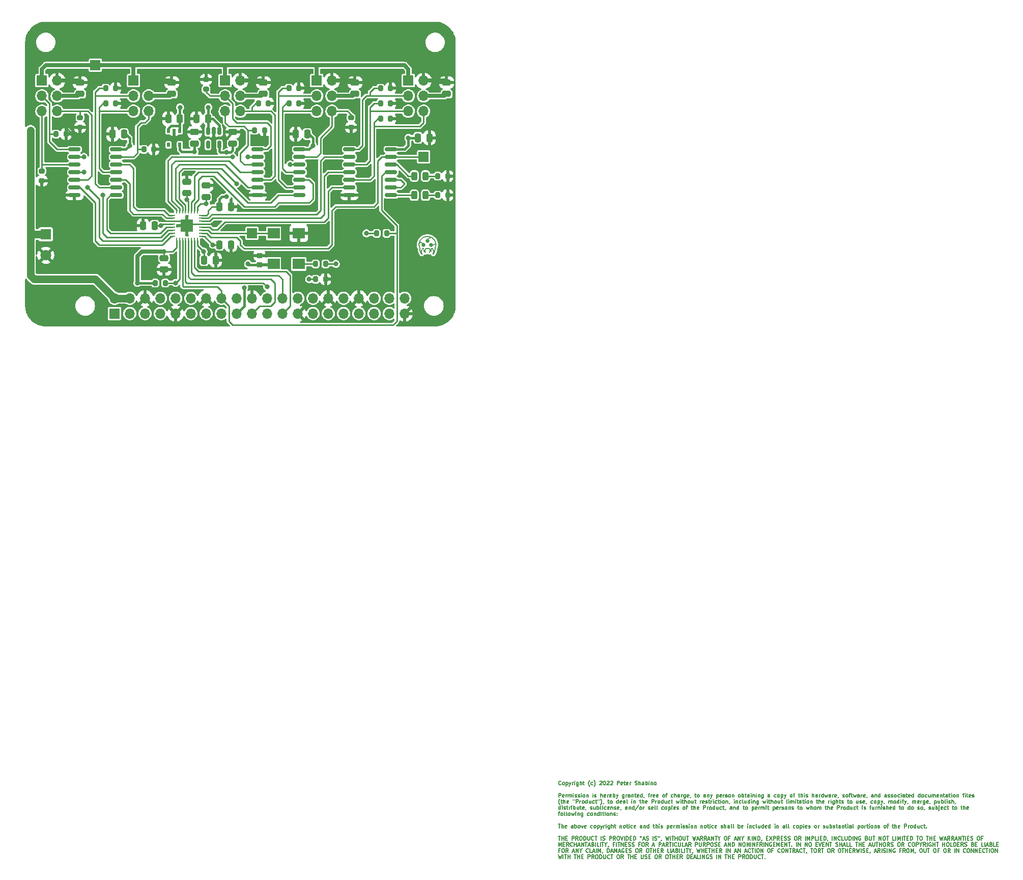
<source format=gbr>
%TF.GenerationSoftware,KiCad,Pcbnew,(6.0.0)*%
%TF.CreationDate,2022-02-07T22:24:18-06:00*%
%TF.ProjectId,PiDRO_interface,50694452-4f5f-4696-9e74-657266616365,rev?*%
%TF.SameCoordinates,Original*%
%TF.FileFunction,Copper,L1,Top*%
%TF.FilePolarity,Positive*%
%FSLAX46Y46*%
G04 Gerber Fmt 4.6, Leading zero omitted, Abs format (unit mm)*
G04 Created by KiCad (PCBNEW (6.0.0)) date 2022-02-07 22:24:18*
%MOMM*%
%LPD*%
G01*
G04 APERTURE LIST*
G04 Aperture macros list*
%AMRoundRect*
0 Rectangle with rounded corners*
0 $1 Rounding radius*
0 $2 $3 $4 $5 $6 $7 $8 $9 X,Y pos of 4 corners*
0 Add a 4 corners polygon primitive as box body*
4,1,4,$2,$3,$4,$5,$6,$7,$8,$9,$2,$3,0*
0 Add four circle primitives for the rounded corners*
1,1,$1+$1,$2,$3*
1,1,$1+$1,$4,$5*
1,1,$1+$1,$6,$7*
1,1,$1+$1,$8,$9*
0 Add four rect primitives between the rounded corners*
20,1,$1+$1,$2,$3,$4,$5,0*
20,1,$1+$1,$4,$5,$6,$7,0*
20,1,$1+$1,$6,$7,$8,$9,0*
20,1,$1+$1,$8,$9,$2,$3,0*%
%AMFreePoly0*
4,1,14,0.106694,0.394194,0.125000,0.350000,0.125000,-0.350000,0.106694,-0.394194,0.062500,-0.412500,-0.009112,-0.412500,-0.053306,-0.394194,-0.106694,-0.340806,-0.125000,-0.296612,-0.125000,0.350000,-0.106694,0.394194,-0.062500,0.412500,0.062500,0.412500,0.106694,0.394194,0.106694,0.394194,$1*%
%AMFreePoly1*
4,1,14,0.106694,0.394194,0.125000,0.350000,0.125000,-0.296612,0.106694,-0.340806,0.053306,-0.394194,0.009112,-0.412500,-0.062500,-0.412500,-0.106694,-0.394194,-0.125000,-0.350000,-0.125000,0.350000,-0.106694,0.394194,-0.062500,0.412500,0.062500,0.412500,0.106694,0.394194,0.106694,0.394194,$1*%
%AMFreePoly2*
4,1,14,0.394194,0.106694,0.412500,0.062500,0.412500,-0.062500,0.394194,-0.106694,0.350000,-0.125000,-0.350000,-0.125000,-0.394194,-0.106694,-0.412500,-0.062500,-0.412500,0.009112,-0.394194,0.053306,-0.340806,0.106694,-0.296612,0.125000,0.350000,0.125000,0.394194,0.106694,0.394194,0.106694,$1*%
%AMFreePoly3*
4,1,14,0.394194,0.106694,0.412500,0.062500,0.412500,-0.062500,0.394194,-0.106694,0.350000,-0.125000,-0.296612,-0.125000,-0.340806,-0.106694,-0.394194,-0.053306,-0.412500,-0.009112,-0.412500,0.062500,-0.394194,0.106694,-0.350000,0.125000,0.350000,0.125000,0.394194,0.106694,0.394194,0.106694,$1*%
%AMFreePoly4*
4,1,14,0.053306,0.394194,0.106694,0.340806,0.125000,0.296612,0.125000,-0.350000,0.106694,-0.394194,0.062500,-0.412500,-0.062500,-0.412500,-0.106694,-0.394194,-0.125000,-0.350000,-0.125000,0.350000,-0.106694,0.394194,-0.062500,0.412500,0.009112,0.412500,0.053306,0.394194,0.053306,0.394194,$1*%
%AMFreePoly5*
4,1,14,0.106694,0.394194,0.125000,0.350000,0.125000,-0.350000,0.106694,-0.394194,0.062500,-0.412500,-0.062500,-0.412500,-0.106694,-0.394194,-0.125000,-0.350000,-0.125000,0.296612,-0.106694,0.340806,-0.053306,0.394194,-0.009112,0.412500,0.062500,0.412500,0.106694,0.394194,0.106694,0.394194,$1*%
%AMFreePoly6*
4,1,14,0.394194,0.106694,0.412500,0.062500,0.412500,-0.009112,0.394194,-0.053306,0.340806,-0.106694,0.296612,-0.125000,-0.350000,-0.125000,-0.394194,-0.106694,-0.412500,-0.062500,-0.412500,0.062500,-0.394194,0.106694,-0.350000,0.125000,0.350000,0.125000,0.394194,0.106694,0.394194,0.106694,$1*%
%AMFreePoly7*
4,1,14,0.340806,0.106694,0.394194,0.053306,0.412500,0.009112,0.412500,-0.062500,0.394194,-0.106694,0.350000,-0.125000,-0.350000,-0.125000,-0.394194,-0.106694,-0.412500,-0.062500,-0.412500,0.062500,-0.394194,0.106694,-0.350000,0.125000,0.296612,0.125000,0.340806,0.106694,0.340806,0.106694,$1*%
G04 Aperture macros list end*
%ADD10C,0.158750*%
%TA.AperFunction,NonConductor*%
%ADD11C,0.158750*%
%TD*%
%TA.AperFunction,EtchedComponent*%
%ADD12C,0.177800*%
%TD*%
%TA.AperFunction,ComponentPad*%
%ADD13C,1.800000*%
%TD*%
%TA.AperFunction,ComponentPad*%
%ADD14R,1.800000X1.800000*%
%TD*%
%TA.AperFunction,SMDPad,CuDef*%
%ADD15RoundRect,0.200000X-0.200000X-0.275000X0.200000X-0.275000X0.200000X0.275000X-0.200000X0.275000X0*%
%TD*%
%TA.AperFunction,SMDPad,CuDef*%
%ADD16RoundRect,0.200000X-0.275000X0.200000X-0.275000X-0.200000X0.275000X-0.200000X0.275000X0.200000X0*%
%TD*%
%TA.AperFunction,SMDPad,CuDef*%
%ADD17RoundRect,0.200000X0.275000X-0.200000X0.275000X0.200000X-0.275000X0.200000X-0.275000X-0.200000X0*%
%TD*%
%TA.AperFunction,SMDPad,CuDef*%
%ADD18RoundRect,0.250000X-0.250000X-0.475000X0.250000X-0.475000X0.250000X0.475000X-0.250000X0.475000X0*%
%TD*%
%TA.AperFunction,SMDPad,CuDef*%
%ADD19RoundRect,0.150000X-0.837500X-0.150000X0.837500X-0.150000X0.837500X0.150000X-0.837500X0.150000X0*%
%TD*%
%TA.AperFunction,SMDPad,CuDef*%
%ADD20R,2.000000X1.800000*%
%TD*%
%TA.AperFunction,SMDPad,CuDef*%
%ADD21RoundRect,0.250000X0.475000X-0.250000X0.475000X0.250000X-0.475000X0.250000X-0.475000X-0.250000X0*%
%TD*%
%TA.AperFunction,SMDPad,CuDef*%
%ADD22RoundRect,0.200000X0.200000X0.275000X-0.200000X0.275000X-0.200000X-0.275000X0.200000X-0.275000X0*%
%TD*%
%TA.AperFunction,SMDPad,CuDef*%
%ADD23RoundRect,0.150000X-0.150000X0.512500X-0.150000X-0.512500X0.150000X-0.512500X0.150000X0.512500X0*%
%TD*%
%TA.AperFunction,ComponentPad*%
%ADD24R,1.700000X1.700000*%
%TD*%
%TA.AperFunction,SMDPad,CuDef*%
%ADD25RoundRect,0.243750X0.243750X0.456250X-0.243750X0.456250X-0.243750X-0.456250X0.243750X-0.456250X0*%
%TD*%
%TA.AperFunction,ComponentPad*%
%ADD26O,1.700000X1.700000*%
%TD*%
%TA.AperFunction,SMDPad,CuDef*%
%ADD27RoundRect,0.225000X0.250000X-0.225000X0.250000X0.225000X-0.250000X0.225000X-0.250000X-0.225000X0*%
%TD*%
%TA.AperFunction,SMDPad,CuDef*%
%ADD28C,0.635000*%
%TD*%
%TA.AperFunction,SMDPad,CuDef*%
%ADD29R,0.510000X0.700000*%
%TD*%
%TA.AperFunction,SMDPad,CuDef*%
%ADD30RoundRect,0.250000X-0.475000X0.250000X-0.475000X-0.250000X0.475000X-0.250000X0.475000X0.250000X0*%
%TD*%
%TA.AperFunction,SMDPad,CuDef*%
%ADD31RoundRect,0.250000X0.250000X0.475000X-0.250000X0.475000X-0.250000X-0.475000X0.250000X-0.475000X0*%
%TD*%
%TA.AperFunction,SMDPad,CuDef*%
%ADD32R,2.100000X2.100000*%
%TD*%
%TA.AperFunction,SMDPad,CuDef*%
%ADD33FreePoly0,0.000000*%
%TD*%
%TA.AperFunction,SMDPad,CuDef*%
%ADD34RoundRect,0.062500X-0.062500X-0.350000X0.062500X-0.350000X0.062500X0.350000X-0.062500X0.350000X0*%
%TD*%
%TA.AperFunction,SMDPad,CuDef*%
%ADD35FreePoly1,0.000000*%
%TD*%
%TA.AperFunction,SMDPad,CuDef*%
%ADD36FreePoly2,0.000000*%
%TD*%
%TA.AperFunction,SMDPad,CuDef*%
%ADD37RoundRect,0.062500X-0.350000X-0.062500X0.350000X-0.062500X0.350000X0.062500X-0.350000X0.062500X0*%
%TD*%
%TA.AperFunction,SMDPad,CuDef*%
%ADD38FreePoly3,0.000000*%
%TD*%
%TA.AperFunction,SMDPad,CuDef*%
%ADD39FreePoly4,0.000000*%
%TD*%
%TA.AperFunction,SMDPad,CuDef*%
%ADD40FreePoly5,0.000000*%
%TD*%
%TA.AperFunction,SMDPad,CuDef*%
%ADD41FreePoly6,0.000000*%
%TD*%
%TA.AperFunction,SMDPad,CuDef*%
%ADD42FreePoly7,0.000000*%
%TD*%
%TA.AperFunction,ViaPad*%
%ADD43C,0.800000*%
%TD*%
%TA.AperFunction,Conductor*%
%ADD44C,0.254000*%
%TD*%
%TA.AperFunction,Conductor*%
%ADD45C,1.270000*%
%TD*%
%TA.AperFunction,Conductor*%
%ADD46C,0.381000*%
%TD*%
%TA.AperFunction,Conductor*%
%ADD47C,0.508000*%
%TD*%
%TA.AperFunction,Conductor*%
%ADD48C,0.635000*%
%TD*%
G04 APERTURE END LIST*
D10*
D11*
X180322235Y-167819160D02*
X180291997Y-167849398D01*
X180201282Y-167879636D01*
X180140806Y-167879636D01*
X180050092Y-167849398D01*
X179989616Y-167788922D01*
X179959377Y-167728446D01*
X179929139Y-167607494D01*
X179929139Y-167516779D01*
X179959377Y-167395827D01*
X179989616Y-167335351D01*
X180050092Y-167274875D01*
X180140806Y-167244636D01*
X180201282Y-167244636D01*
X180291997Y-167274875D01*
X180322235Y-167305113D01*
X180685092Y-167879636D02*
X180624616Y-167849398D01*
X180594377Y-167819160D01*
X180564139Y-167758684D01*
X180564139Y-167577255D01*
X180594377Y-167516779D01*
X180624616Y-167486541D01*
X180685092Y-167456303D01*
X180775806Y-167456303D01*
X180836282Y-167486541D01*
X180866520Y-167516779D01*
X180896758Y-167577255D01*
X180896758Y-167758684D01*
X180866520Y-167819160D01*
X180836282Y-167849398D01*
X180775806Y-167879636D01*
X180685092Y-167879636D01*
X181168901Y-167456303D02*
X181168901Y-168091303D01*
X181168901Y-167486541D02*
X181229377Y-167456303D01*
X181350330Y-167456303D01*
X181410806Y-167486541D01*
X181441044Y-167516779D01*
X181471282Y-167577255D01*
X181471282Y-167758684D01*
X181441044Y-167819160D01*
X181410806Y-167849398D01*
X181350330Y-167879636D01*
X181229377Y-167879636D01*
X181168901Y-167849398D01*
X181682949Y-167456303D02*
X181834139Y-167879636D01*
X181985330Y-167456303D02*
X181834139Y-167879636D01*
X181773663Y-168030827D01*
X181743425Y-168061065D01*
X181682949Y-168091303D01*
X182227235Y-167879636D02*
X182227235Y-167456303D01*
X182227235Y-167577255D02*
X182257473Y-167516779D01*
X182287711Y-167486541D01*
X182348187Y-167456303D01*
X182408663Y-167456303D01*
X182620330Y-167879636D02*
X182620330Y-167456303D01*
X182620330Y-167244636D02*
X182590092Y-167274875D01*
X182620330Y-167305113D01*
X182650568Y-167274875D01*
X182620330Y-167244636D01*
X182620330Y-167305113D01*
X183194854Y-167456303D02*
X183194854Y-167970351D01*
X183164616Y-168030827D01*
X183134377Y-168061065D01*
X183073901Y-168091303D01*
X182983187Y-168091303D01*
X182922711Y-168061065D01*
X183194854Y-167849398D02*
X183134377Y-167879636D01*
X183013425Y-167879636D01*
X182952949Y-167849398D01*
X182922711Y-167819160D01*
X182892473Y-167758684D01*
X182892473Y-167577255D01*
X182922711Y-167516779D01*
X182952949Y-167486541D01*
X183013425Y-167456303D01*
X183134377Y-167456303D01*
X183194854Y-167486541D01*
X183497235Y-167879636D02*
X183497235Y-167244636D01*
X183769377Y-167879636D02*
X183769377Y-167547017D01*
X183739139Y-167486541D01*
X183678663Y-167456303D01*
X183587949Y-167456303D01*
X183527473Y-167486541D01*
X183497235Y-167516779D01*
X183981044Y-167456303D02*
X184222949Y-167456303D01*
X184071758Y-167244636D02*
X184071758Y-167788922D01*
X184101997Y-167849398D01*
X184162473Y-167879636D01*
X184222949Y-167879636D01*
X185099854Y-168121541D02*
X185069616Y-168091303D01*
X185009139Y-168000589D01*
X184978901Y-167940113D01*
X184948663Y-167849398D01*
X184918425Y-167698208D01*
X184918425Y-167577255D01*
X184948663Y-167426065D01*
X184978901Y-167335351D01*
X185009139Y-167274875D01*
X185069616Y-167184160D01*
X185099854Y-167153922D01*
X185613901Y-167849398D02*
X185553425Y-167879636D01*
X185432473Y-167879636D01*
X185371997Y-167849398D01*
X185341758Y-167819160D01*
X185311520Y-167758684D01*
X185311520Y-167577255D01*
X185341758Y-167516779D01*
X185371997Y-167486541D01*
X185432473Y-167456303D01*
X185553425Y-167456303D01*
X185613901Y-167486541D01*
X185825568Y-168121541D02*
X185855806Y-168091303D01*
X185916282Y-168000589D01*
X185946520Y-167940113D01*
X185976758Y-167849398D01*
X186006997Y-167698208D01*
X186006997Y-167577255D01*
X185976758Y-167426065D01*
X185946520Y-167335351D01*
X185916282Y-167274875D01*
X185855806Y-167184160D01*
X185825568Y-167153922D01*
X186762949Y-167305113D02*
X186793187Y-167274875D01*
X186853663Y-167244636D01*
X187004854Y-167244636D01*
X187065330Y-167274875D01*
X187095568Y-167305113D01*
X187125806Y-167365589D01*
X187125806Y-167426065D01*
X187095568Y-167516779D01*
X186732711Y-167879636D01*
X187125806Y-167879636D01*
X187518901Y-167244636D02*
X187579377Y-167244636D01*
X187639854Y-167274875D01*
X187670092Y-167305113D01*
X187700330Y-167365589D01*
X187730568Y-167486541D01*
X187730568Y-167637732D01*
X187700330Y-167758684D01*
X187670092Y-167819160D01*
X187639854Y-167849398D01*
X187579377Y-167879636D01*
X187518901Y-167879636D01*
X187458425Y-167849398D01*
X187428187Y-167819160D01*
X187397949Y-167758684D01*
X187367711Y-167637732D01*
X187367711Y-167486541D01*
X187397949Y-167365589D01*
X187428187Y-167305113D01*
X187458425Y-167274875D01*
X187518901Y-167244636D01*
X187972473Y-167305113D02*
X188002711Y-167274875D01*
X188063187Y-167244636D01*
X188214377Y-167244636D01*
X188274854Y-167274875D01*
X188305092Y-167305113D01*
X188335330Y-167365589D01*
X188335330Y-167426065D01*
X188305092Y-167516779D01*
X187942235Y-167879636D01*
X188335330Y-167879636D01*
X188577235Y-167305113D02*
X188607473Y-167274875D01*
X188667949Y-167244636D01*
X188819139Y-167244636D01*
X188879616Y-167274875D01*
X188909854Y-167305113D01*
X188940092Y-167365589D01*
X188940092Y-167426065D01*
X188909854Y-167516779D01*
X188546997Y-167879636D01*
X188940092Y-167879636D01*
X189696044Y-167879636D02*
X189696044Y-167244636D01*
X189937949Y-167244636D01*
X189998425Y-167274875D01*
X190028663Y-167305113D01*
X190058901Y-167365589D01*
X190058901Y-167456303D01*
X190028663Y-167516779D01*
X189998425Y-167547017D01*
X189937949Y-167577255D01*
X189696044Y-167577255D01*
X190572949Y-167849398D02*
X190512473Y-167879636D01*
X190391520Y-167879636D01*
X190331044Y-167849398D01*
X190300806Y-167788922D01*
X190300806Y-167547017D01*
X190331044Y-167486541D01*
X190391520Y-167456303D01*
X190512473Y-167456303D01*
X190572949Y-167486541D01*
X190603187Y-167547017D01*
X190603187Y-167607494D01*
X190300806Y-167667970D01*
X190784616Y-167456303D02*
X191026520Y-167456303D01*
X190875330Y-167244636D02*
X190875330Y-167788922D01*
X190905568Y-167849398D01*
X190966044Y-167879636D01*
X191026520Y-167879636D01*
X191480092Y-167849398D02*
X191419616Y-167879636D01*
X191298663Y-167879636D01*
X191238187Y-167849398D01*
X191207949Y-167788922D01*
X191207949Y-167547017D01*
X191238187Y-167486541D01*
X191298663Y-167456303D01*
X191419616Y-167456303D01*
X191480092Y-167486541D01*
X191510330Y-167547017D01*
X191510330Y-167607494D01*
X191207949Y-167667970D01*
X191782473Y-167879636D02*
X191782473Y-167456303D01*
X191782473Y-167577255D02*
X191812711Y-167516779D01*
X191842949Y-167486541D01*
X191903425Y-167456303D01*
X191963901Y-167456303D01*
X192629139Y-167849398D02*
X192719854Y-167879636D01*
X192871044Y-167879636D01*
X192931520Y-167849398D01*
X192961758Y-167819160D01*
X192991997Y-167758684D01*
X192991997Y-167698208D01*
X192961758Y-167637732D01*
X192931520Y-167607494D01*
X192871044Y-167577255D01*
X192750092Y-167547017D01*
X192689616Y-167516779D01*
X192659377Y-167486541D01*
X192629139Y-167426065D01*
X192629139Y-167365589D01*
X192659377Y-167305113D01*
X192689616Y-167274875D01*
X192750092Y-167244636D01*
X192901282Y-167244636D01*
X192991997Y-167274875D01*
X193264139Y-167879636D02*
X193264139Y-167244636D01*
X193536282Y-167879636D02*
X193536282Y-167547017D01*
X193506044Y-167486541D01*
X193445568Y-167456303D01*
X193354854Y-167456303D01*
X193294377Y-167486541D01*
X193264139Y-167516779D01*
X194110806Y-167879636D02*
X194110806Y-167547017D01*
X194080568Y-167486541D01*
X194020092Y-167456303D01*
X193899139Y-167456303D01*
X193838663Y-167486541D01*
X194110806Y-167849398D02*
X194050330Y-167879636D01*
X193899139Y-167879636D01*
X193838663Y-167849398D01*
X193808425Y-167788922D01*
X193808425Y-167728446D01*
X193838663Y-167667970D01*
X193899139Y-167637732D01*
X194050330Y-167637732D01*
X194110806Y-167607494D01*
X194413187Y-167879636D02*
X194413187Y-167244636D01*
X194413187Y-167486541D02*
X194473663Y-167456303D01*
X194594616Y-167456303D01*
X194655092Y-167486541D01*
X194685330Y-167516779D01*
X194715568Y-167577255D01*
X194715568Y-167758684D01*
X194685330Y-167819160D01*
X194655092Y-167849398D01*
X194594616Y-167879636D01*
X194473663Y-167879636D01*
X194413187Y-167849398D01*
X194987711Y-167879636D02*
X194987711Y-167456303D01*
X194987711Y-167244636D02*
X194957473Y-167274875D01*
X194987711Y-167305113D01*
X195017949Y-167274875D01*
X194987711Y-167244636D01*
X194987711Y-167305113D01*
X195290092Y-167456303D02*
X195290092Y-167879636D01*
X195290092Y-167516779D02*
X195320330Y-167486541D01*
X195380806Y-167456303D01*
X195471520Y-167456303D01*
X195531997Y-167486541D01*
X195562235Y-167547017D01*
X195562235Y-167879636D01*
X195955330Y-167879636D02*
X195894854Y-167849398D01*
X195864616Y-167819160D01*
X195834377Y-167758684D01*
X195834377Y-167577255D01*
X195864616Y-167516779D01*
X195894854Y-167486541D01*
X195955330Y-167456303D01*
X196046044Y-167456303D01*
X196106520Y-167486541D01*
X196136758Y-167516779D01*
X196166997Y-167577255D01*
X196166997Y-167758684D01*
X196136758Y-167819160D01*
X196106520Y-167849398D01*
X196046044Y-167879636D01*
X195955330Y-167879636D01*
X179959377Y-169924336D02*
X179959377Y-169289336D01*
X180201282Y-169289336D01*
X180261758Y-169319575D01*
X180291997Y-169349813D01*
X180322235Y-169410289D01*
X180322235Y-169501003D01*
X180291997Y-169561479D01*
X180261758Y-169591717D01*
X180201282Y-169621955D01*
X179959377Y-169621955D01*
X180836282Y-169894098D02*
X180775806Y-169924336D01*
X180654854Y-169924336D01*
X180594377Y-169894098D01*
X180564139Y-169833622D01*
X180564139Y-169591717D01*
X180594377Y-169531241D01*
X180654854Y-169501003D01*
X180775806Y-169501003D01*
X180836282Y-169531241D01*
X180866520Y-169591717D01*
X180866520Y-169652194D01*
X180564139Y-169712670D01*
X181138663Y-169924336D02*
X181138663Y-169501003D01*
X181138663Y-169621955D02*
X181168901Y-169561479D01*
X181199139Y-169531241D01*
X181259616Y-169501003D01*
X181320092Y-169501003D01*
X181531758Y-169924336D02*
X181531758Y-169501003D01*
X181531758Y-169561479D02*
X181561997Y-169531241D01*
X181622473Y-169501003D01*
X181713187Y-169501003D01*
X181773663Y-169531241D01*
X181803901Y-169591717D01*
X181803901Y-169924336D01*
X181803901Y-169591717D02*
X181834139Y-169531241D01*
X181894616Y-169501003D01*
X181985330Y-169501003D01*
X182045806Y-169531241D01*
X182076044Y-169591717D01*
X182076044Y-169924336D01*
X182378425Y-169924336D02*
X182378425Y-169501003D01*
X182378425Y-169289336D02*
X182348187Y-169319575D01*
X182378425Y-169349813D01*
X182408663Y-169319575D01*
X182378425Y-169289336D01*
X182378425Y-169349813D01*
X182650568Y-169894098D02*
X182711044Y-169924336D01*
X182831997Y-169924336D01*
X182892473Y-169894098D01*
X182922711Y-169833622D01*
X182922711Y-169803384D01*
X182892473Y-169742908D01*
X182831997Y-169712670D01*
X182741282Y-169712670D01*
X182680806Y-169682432D01*
X182650568Y-169621955D01*
X182650568Y-169591717D01*
X182680806Y-169531241D01*
X182741282Y-169501003D01*
X182831997Y-169501003D01*
X182892473Y-169531241D01*
X183164616Y-169894098D02*
X183225092Y-169924336D01*
X183346044Y-169924336D01*
X183406520Y-169894098D01*
X183436758Y-169833622D01*
X183436758Y-169803384D01*
X183406520Y-169742908D01*
X183346044Y-169712670D01*
X183255330Y-169712670D01*
X183194854Y-169682432D01*
X183164616Y-169621955D01*
X183164616Y-169591717D01*
X183194854Y-169531241D01*
X183255330Y-169501003D01*
X183346044Y-169501003D01*
X183406520Y-169531241D01*
X183708901Y-169924336D02*
X183708901Y-169501003D01*
X183708901Y-169289336D02*
X183678663Y-169319575D01*
X183708901Y-169349813D01*
X183739139Y-169319575D01*
X183708901Y-169289336D01*
X183708901Y-169349813D01*
X184101997Y-169924336D02*
X184041520Y-169894098D01*
X184011282Y-169863860D01*
X183981044Y-169803384D01*
X183981044Y-169621955D01*
X184011282Y-169561479D01*
X184041520Y-169531241D01*
X184101997Y-169501003D01*
X184192711Y-169501003D01*
X184253187Y-169531241D01*
X184283425Y-169561479D01*
X184313663Y-169621955D01*
X184313663Y-169803384D01*
X184283425Y-169863860D01*
X184253187Y-169894098D01*
X184192711Y-169924336D01*
X184101997Y-169924336D01*
X184585806Y-169501003D02*
X184585806Y-169924336D01*
X184585806Y-169561479D02*
X184616044Y-169531241D01*
X184676520Y-169501003D01*
X184767235Y-169501003D01*
X184827711Y-169531241D01*
X184857949Y-169591717D01*
X184857949Y-169924336D01*
X185644139Y-169924336D02*
X185644139Y-169501003D01*
X185644139Y-169289336D02*
X185613901Y-169319575D01*
X185644139Y-169349813D01*
X185674377Y-169319575D01*
X185644139Y-169289336D01*
X185644139Y-169349813D01*
X185916282Y-169894098D02*
X185976758Y-169924336D01*
X186097711Y-169924336D01*
X186158187Y-169894098D01*
X186188425Y-169833622D01*
X186188425Y-169803384D01*
X186158187Y-169742908D01*
X186097711Y-169712670D01*
X186006997Y-169712670D01*
X185946520Y-169682432D01*
X185916282Y-169621955D01*
X185916282Y-169591717D01*
X185946520Y-169531241D01*
X186006997Y-169501003D01*
X186097711Y-169501003D01*
X186158187Y-169531241D01*
X186944377Y-169924336D02*
X186944377Y-169289336D01*
X187216520Y-169924336D02*
X187216520Y-169591717D01*
X187186282Y-169531241D01*
X187125806Y-169501003D01*
X187035092Y-169501003D01*
X186974616Y-169531241D01*
X186944377Y-169561479D01*
X187760806Y-169894098D02*
X187700330Y-169924336D01*
X187579377Y-169924336D01*
X187518901Y-169894098D01*
X187488663Y-169833622D01*
X187488663Y-169591717D01*
X187518901Y-169531241D01*
X187579377Y-169501003D01*
X187700330Y-169501003D01*
X187760806Y-169531241D01*
X187791044Y-169591717D01*
X187791044Y-169652194D01*
X187488663Y-169712670D01*
X188063187Y-169924336D02*
X188063187Y-169501003D01*
X188063187Y-169621955D02*
X188093425Y-169561479D01*
X188123663Y-169531241D01*
X188184139Y-169501003D01*
X188244616Y-169501003D01*
X188698187Y-169894098D02*
X188637711Y-169924336D01*
X188516758Y-169924336D01*
X188456282Y-169894098D01*
X188426044Y-169833622D01*
X188426044Y-169591717D01*
X188456282Y-169531241D01*
X188516758Y-169501003D01*
X188637711Y-169501003D01*
X188698187Y-169531241D01*
X188728425Y-169591717D01*
X188728425Y-169652194D01*
X188426044Y-169712670D01*
X189000568Y-169924336D02*
X189000568Y-169289336D01*
X189000568Y-169531241D02*
X189061044Y-169501003D01*
X189181997Y-169501003D01*
X189242473Y-169531241D01*
X189272711Y-169561479D01*
X189302949Y-169621955D01*
X189302949Y-169803384D01*
X189272711Y-169863860D01*
X189242473Y-169894098D01*
X189181997Y-169924336D01*
X189061044Y-169924336D01*
X189000568Y-169894098D01*
X189514616Y-169501003D02*
X189665806Y-169924336D01*
X189816997Y-169501003D02*
X189665806Y-169924336D01*
X189605330Y-170075527D01*
X189575092Y-170105765D01*
X189514616Y-170136003D01*
X190814854Y-169501003D02*
X190814854Y-170015051D01*
X190784616Y-170075527D01*
X190754377Y-170105765D01*
X190693901Y-170136003D01*
X190603187Y-170136003D01*
X190542711Y-170105765D01*
X190814854Y-169894098D02*
X190754377Y-169924336D01*
X190633425Y-169924336D01*
X190572949Y-169894098D01*
X190542711Y-169863860D01*
X190512473Y-169803384D01*
X190512473Y-169621955D01*
X190542711Y-169561479D01*
X190572949Y-169531241D01*
X190633425Y-169501003D01*
X190754377Y-169501003D01*
X190814854Y-169531241D01*
X191117235Y-169924336D02*
X191117235Y-169501003D01*
X191117235Y-169621955D02*
X191147473Y-169561479D01*
X191177711Y-169531241D01*
X191238187Y-169501003D01*
X191298663Y-169501003D01*
X191782473Y-169924336D02*
X191782473Y-169591717D01*
X191752235Y-169531241D01*
X191691758Y-169501003D01*
X191570806Y-169501003D01*
X191510330Y-169531241D01*
X191782473Y-169894098D02*
X191721997Y-169924336D01*
X191570806Y-169924336D01*
X191510330Y-169894098D01*
X191480092Y-169833622D01*
X191480092Y-169773146D01*
X191510330Y-169712670D01*
X191570806Y-169682432D01*
X191721997Y-169682432D01*
X191782473Y-169652194D01*
X192084854Y-169501003D02*
X192084854Y-169924336D01*
X192084854Y-169561479D02*
X192115092Y-169531241D01*
X192175568Y-169501003D01*
X192266282Y-169501003D01*
X192326758Y-169531241D01*
X192356997Y-169591717D01*
X192356997Y-169924336D01*
X192568663Y-169501003D02*
X192810568Y-169501003D01*
X192659377Y-169289336D02*
X192659377Y-169833622D01*
X192689616Y-169894098D01*
X192750092Y-169924336D01*
X192810568Y-169924336D01*
X193264139Y-169894098D02*
X193203663Y-169924336D01*
X193082711Y-169924336D01*
X193022235Y-169894098D01*
X192991997Y-169833622D01*
X192991997Y-169591717D01*
X193022235Y-169531241D01*
X193082711Y-169501003D01*
X193203663Y-169501003D01*
X193264139Y-169531241D01*
X193294377Y-169591717D01*
X193294377Y-169652194D01*
X192991997Y-169712670D01*
X193838663Y-169924336D02*
X193838663Y-169289336D01*
X193838663Y-169894098D02*
X193778187Y-169924336D01*
X193657235Y-169924336D01*
X193596758Y-169894098D01*
X193566520Y-169863860D01*
X193536282Y-169803384D01*
X193536282Y-169621955D01*
X193566520Y-169561479D01*
X193596758Y-169531241D01*
X193657235Y-169501003D01*
X193778187Y-169501003D01*
X193838663Y-169531241D01*
X194171282Y-169894098D02*
X194171282Y-169924336D01*
X194141044Y-169984813D01*
X194110806Y-170015051D01*
X194836520Y-169501003D02*
X195078425Y-169501003D01*
X194927235Y-169924336D02*
X194927235Y-169380051D01*
X194957473Y-169319575D01*
X195017949Y-169289336D01*
X195078425Y-169289336D01*
X195290092Y-169924336D02*
X195290092Y-169501003D01*
X195290092Y-169621955D02*
X195320330Y-169561479D01*
X195350568Y-169531241D01*
X195411044Y-169501003D01*
X195471520Y-169501003D01*
X195925092Y-169894098D02*
X195864616Y-169924336D01*
X195743663Y-169924336D01*
X195683187Y-169894098D01*
X195652949Y-169833622D01*
X195652949Y-169591717D01*
X195683187Y-169531241D01*
X195743663Y-169501003D01*
X195864616Y-169501003D01*
X195925092Y-169531241D01*
X195955330Y-169591717D01*
X195955330Y-169652194D01*
X195652949Y-169712670D01*
X196469377Y-169894098D02*
X196408901Y-169924336D01*
X196287949Y-169924336D01*
X196227473Y-169894098D01*
X196197235Y-169833622D01*
X196197235Y-169591717D01*
X196227473Y-169531241D01*
X196287949Y-169501003D01*
X196408901Y-169501003D01*
X196469377Y-169531241D01*
X196499616Y-169591717D01*
X196499616Y-169652194D01*
X196197235Y-169712670D01*
X197346282Y-169924336D02*
X197285806Y-169894098D01*
X197255568Y-169863860D01*
X197225330Y-169803384D01*
X197225330Y-169621955D01*
X197255568Y-169561479D01*
X197285806Y-169531241D01*
X197346282Y-169501003D01*
X197436997Y-169501003D01*
X197497473Y-169531241D01*
X197527711Y-169561479D01*
X197557949Y-169621955D01*
X197557949Y-169803384D01*
X197527711Y-169863860D01*
X197497473Y-169894098D01*
X197436997Y-169924336D01*
X197346282Y-169924336D01*
X197739377Y-169501003D02*
X197981282Y-169501003D01*
X197830092Y-169924336D02*
X197830092Y-169380051D01*
X197860330Y-169319575D01*
X197920806Y-169289336D01*
X197981282Y-169289336D01*
X198948901Y-169894098D02*
X198888425Y-169924336D01*
X198767473Y-169924336D01*
X198706997Y-169894098D01*
X198676758Y-169863860D01*
X198646520Y-169803384D01*
X198646520Y-169621955D01*
X198676758Y-169561479D01*
X198706997Y-169531241D01*
X198767473Y-169501003D01*
X198888425Y-169501003D01*
X198948901Y-169531241D01*
X199221044Y-169924336D02*
X199221044Y-169289336D01*
X199493187Y-169924336D02*
X199493187Y-169591717D01*
X199462949Y-169531241D01*
X199402473Y-169501003D01*
X199311758Y-169501003D01*
X199251282Y-169531241D01*
X199221044Y-169561479D01*
X200067711Y-169924336D02*
X200067711Y-169591717D01*
X200037473Y-169531241D01*
X199976997Y-169501003D01*
X199856044Y-169501003D01*
X199795568Y-169531241D01*
X200067711Y-169894098D02*
X200007235Y-169924336D01*
X199856044Y-169924336D01*
X199795568Y-169894098D01*
X199765330Y-169833622D01*
X199765330Y-169773146D01*
X199795568Y-169712670D01*
X199856044Y-169682432D01*
X200007235Y-169682432D01*
X200067711Y-169652194D01*
X200370092Y-169924336D02*
X200370092Y-169501003D01*
X200370092Y-169621955D02*
X200400330Y-169561479D01*
X200430568Y-169531241D01*
X200491044Y-169501003D01*
X200551520Y-169501003D01*
X201035330Y-169501003D02*
X201035330Y-170015051D01*
X201005092Y-170075527D01*
X200974854Y-170105765D01*
X200914377Y-170136003D01*
X200823663Y-170136003D01*
X200763187Y-170105765D01*
X201035330Y-169894098D02*
X200974854Y-169924336D01*
X200853901Y-169924336D01*
X200793425Y-169894098D01*
X200763187Y-169863860D01*
X200732949Y-169803384D01*
X200732949Y-169621955D01*
X200763187Y-169561479D01*
X200793425Y-169531241D01*
X200853901Y-169501003D01*
X200974854Y-169501003D01*
X201035330Y-169531241D01*
X201579616Y-169894098D02*
X201519139Y-169924336D01*
X201398187Y-169924336D01*
X201337711Y-169894098D01*
X201307473Y-169833622D01*
X201307473Y-169591717D01*
X201337711Y-169531241D01*
X201398187Y-169501003D01*
X201519139Y-169501003D01*
X201579616Y-169531241D01*
X201609854Y-169591717D01*
X201609854Y-169652194D01*
X201307473Y-169712670D01*
X201912235Y-169894098D02*
X201912235Y-169924336D01*
X201881997Y-169984813D01*
X201851758Y-170015051D01*
X202577473Y-169501003D02*
X202819377Y-169501003D01*
X202668187Y-169289336D02*
X202668187Y-169833622D01*
X202698425Y-169894098D01*
X202758901Y-169924336D01*
X202819377Y-169924336D01*
X203121758Y-169924336D02*
X203061282Y-169894098D01*
X203031044Y-169863860D01*
X203000806Y-169803384D01*
X203000806Y-169621955D01*
X203031044Y-169561479D01*
X203061282Y-169531241D01*
X203121758Y-169501003D01*
X203212473Y-169501003D01*
X203272949Y-169531241D01*
X203303187Y-169561479D01*
X203333425Y-169621955D01*
X203333425Y-169803384D01*
X203303187Y-169863860D01*
X203272949Y-169894098D01*
X203212473Y-169924336D01*
X203121758Y-169924336D01*
X204361520Y-169924336D02*
X204361520Y-169591717D01*
X204331282Y-169531241D01*
X204270806Y-169501003D01*
X204149854Y-169501003D01*
X204089377Y-169531241D01*
X204361520Y-169894098D02*
X204301044Y-169924336D01*
X204149854Y-169924336D01*
X204089377Y-169894098D01*
X204059139Y-169833622D01*
X204059139Y-169773146D01*
X204089377Y-169712670D01*
X204149854Y-169682432D01*
X204301044Y-169682432D01*
X204361520Y-169652194D01*
X204663901Y-169501003D02*
X204663901Y-169924336D01*
X204663901Y-169561479D02*
X204694139Y-169531241D01*
X204754616Y-169501003D01*
X204845330Y-169501003D01*
X204905806Y-169531241D01*
X204936044Y-169591717D01*
X204936044Y-169924336D01*
X205177949Y-169501003D02*
X205329139Y-169924336D01*
X205480330Y-169501003D02*
X205329139Y-169924336D01*
X205268663Y-170075527D01*
X205238425Y-170105765D01*
X205177949Y-170136003D01*
X206206044Y-169501003D02*
X206206044Y-170136003D01*
X206206044Y-169531241D02*
X206266520Y-169501003D01*
X206387473Y-169501003D01*
X206447949Y-169531241D01*
X206478187Y-169561479D01*
X206508425Y-169621955D01*
X206508425Y-169803384D01*
X206478187Y-169863860D01*
X206447949Y-169894098D01*
X206387473Y-169924336D01*
X206266520Y-169924336D01*
X206206044Y-169894098D01*
X207022473Y-169894098D02*
X206961997Y-169924336D01*
X206841044Y-169924336D01*
X206780568Y-169894098D01*
X206750330Y-169833622D01*
X206750330Y-169591717D01*
X206780568Y-169531241D01*
X206841044Y-169501003D01*
X206961997Y-169501003D01*
X207022473Y-169531241D01*
X207052711Y-169591717D01*
X207052711Y-169652194D01*
X206750330Y-169712670D01*
X207324854Y-169924336D02*
X207324854Y-169501003D01*
X207324854Y-169621955D02*
X207355092Y-169561479D01*
X207385330Y-169531241D01*
X207445806Y-169501003D01*
X207506282Y-169501003D01*
X207687711Y-169894098D02*
X207748187Y-169924336D01*
X207869139Y-169924336D01*
X207929616Y-169894098D01*
X207959854Y-169833622D01*
X207959854Y-169803384D01*
X207929616Y-169742908D01*
X207869139Y-169712670D01*
X207778425Y-169712670D01*
X207717949Y-169682432D01*
X207687711Y-169621955D01*
X207687711Y-169591717D01*
X207717949Y-169531241D01*
X207778425Y-169501003D01*
X207869139Y-169501003D01*
X207929616Y-169531241D01*
X208322711Y-169924336D02*
X208262235Y-169894098D01*
X208231997Y-169863860D01*
X208201758Y-169803384D01*
X208201758Y-169621955D01*
X208231997Y-169561479D01*
X208262235Y-169531241D01*
X208322711Y-169501003D01*
X208413425Y-169501003D01*
X208473901Y-169531241D01*
X208504139Y-169561479D01*
X208534377Y-169621955D01*
X208534377Y-169803384D01*
X208504139Y-169863860D01*
X208473901Y-169894098D01*
X208413425Y-169924336D01*
X208322711Y-169924336D01*
X208806520Y-169501003D02*
X208806520Y-169924336D01*
X208806520Y-169561479D02*
X208836758Y-169531241D01*
X208897235Y-169501003D01*
X208987949Y-169501003D01*
X209048425Y-169531241D01*
X209078663Y-169591717D01*
X209078663Y-169924336D01*
X209955568Y-169924336D02*
X209895092Y-169894098D01*
X209864854Y-169863860D01*
X209834616Y-169803384D01*
X209834616Y-169621955D01*
X209864854Y-169561479D01*
X209895092Y-169531241D01*
X209955568Y-169501003D01*
X210046282Y-169501003D01*
X210106758Y-169531241D01*
X210136997Y-169561479D01*
X210167235Y-169621955D01*
X210167235Y-169803384D01*
X210136997Y-169863860D01*
X210106758Y-169894098D01*
X210046282Y-169924336D01*
X209955568Y-169924336D01*
X210439377Y-169924336D02*
X210439377Y-169289336D01*
X210439377Y-169531241D02*
X210499854Y-169501003D01*
X210620806Y-169501003D01*
X210681282Y-169531241D01*
X210711520Y-169561479D01*
X210741758Y-169621955D01*
X210741758Y-169803384D01*
X210711520Y-169863860D01*
X210681282Y-169894098D01*
X210620806Y-169924336D01*
X210499854Y-169924336D01*
X210439377Y-169894098D01*
X210923187Y-169501003D02*
X211165092Y-169501003D01*
X211013901Y-169289336D02*
X211013901Y-169833622D01*
X211044139Y-169894098D01*
X211104616Y-169924336D01*
X211165092Y-169924336D01*
X211648901Y-169924336D02*
X211648901Y-169591717D01*
X211618663Y-169531241D01*
X211558187Y-169501003D01*
X211437235Y-169501003D01*
X211376758Y-169531241D01*
X211648901Y-169894098D02*
X211588425Y-169924336D01*
X211437235Y-169924336D01*
X211376758Y-169894098D01*
X211346520Y-169833622D01*
X211346520Y-169773146D01*
X211376758Y-169712670D01*
X211437235Y-169682432D01*
X211588425Y-169682432D01*
X211648901Y-169652194D01*
X211951282Y-169924336D02*
X211951282Y-169501003D01*
X211951282Y-169289336D02*
X211921044Y-169319575D01*
X211951282Y-169349813D01*
X211981520Y-169319575D01*
X211951282Y-169289336D01*
X211951282Y-169349813D01*
X212253663Y-169501003D02*
X212253663Y-169924336D01*
X212253663Y-169561479D02*
X212283901Y-169531241D01*
X212344377Y-169501003D01*
X212435092Y-169501003D01*
X212495568Y-169531241D01*
X212525806Y-169591717D01*
X212525806Y-169924336D01*
X212828187Y-169924336D02*
X212828187Y-169501003D01*
X212828187Y-169289336D02*
X212797949Y-169319575D01*
X212828187Y-169349813D01*
X212858425Y-169319575D01*
X212828187Y-169289336D01*
X212828187Y-169349813D01*
X213130568Y-169501003D02*
X213130568Y-169924336D01*
X213130568Y-169561479D02*
X213160806Y-169531241D01*
X213221282Y-169501003D01*
X213311997Y-169501003D01*
X213372473Y-169531241D01*
X213402711Y-169591717D01*
X213402711Y-169924336D01*
X213977235Y-169501003D02*
X213977235Y-170015051D01*
X213946997Y-170075527D01*
X213916758Y-170105765D01*
X213856282Y-170136003D01*
X213765568Y-170136003D01*
X213705092Y-170105765D01*
X213977235Y-169894098D02*
X213916758Y-169924336D01*
X213795806Y-169924336D01*
X213735330Y-169894098D01*
X213705092Y-169863860D01*
X213674854Y-169803384D01*
X213674854Y-169621955D01*
X213705092Y-169561479D01*
X213735330Y-169531241D01*
X213795806Y-169501003D01*
X213916758Y-169501003D01*
X213977235Y-169531241D01*
X215035568Y-169924336D02*
X215035568Y-169591717D01*
X215005330Y-169531241D01*
X214944854Y-169501003D01*
X214823901Y-169501003D01*
X214763425Y-169531241D01*
X215035568Y-169894098D02*
X214975092Y-169924336D01*
X214823901Y-169924336D01*
X214763425Y-169894098D01*
X214733187Y-169833622D01*
X214733187Y-169773146D01*
X214763425Y-169712670D01*
X214823901Y-169682432D01*
X214975092Y-169682432D01*
X215035568Y-169652194D01*
X216093901Y-169894098D02*
X216033425Y-169924336D01*
X215912473Y-169924336D01*
X215851997Y-169894098D01*
X215821758Y-169863860D01*
X215791520Y-169803384D01*
X215791520Y-169621955D01*
X215821758Y-169561479D01*
X215851997Y-169531241D01*
X215912473Y-169501003D01*
X216033425Y-169501003D01*
X216093901Y-169531241D01*
X216456758Y-169924336D02*
X216396282Y-169894098D01*
X216366044Y-169863860D01*
X216335806Y-169803384D01*
X216335806Y-169621955D01*
X216366044Y-169561479D01*
X216396282Y-169531241D01*
X216456758Y-169501003D01*
X216547473Y-169501003D01*
X216607949Y-169531241D01*
X216638187Y-169561479D01*
X216668425Y-169621955D01*
X216668425Y-169803384D01*
X216638187Y-169863860D01*
X216607949Y-169894098D01*
X216547473Y-169924336D01*
X216456758Y-169924336D01*
X216940568Y-169501003D02*
X216940568Y-170136003D01*
X216940568Y-169531241D02*
X217001044Y-169501003D01*
X217121997Y-169501003D01*
X217182473Y-169531241D01*
X217212711Y-169561479D01*
X217242949Y-169621955D01*
X217242949Y-169803384D01*
X217212711Y-169863860D01*
X217182473Y-169894098D01*
X217121997Y-169924336D01*
X217001044Y-169924336D01*
X216940568Y-169894098D01*
X217454616Y-169501003D02*
X217605806Y-169924336D01*
X217756997Y-169501003D02*
X217605806Y-169924336D01*
X217545330Y-170075527D01*
X217515092Y-170105765D01*
X217454616Y-170136003D01*
X218573425Y-169924336D02*
X218512949Y-169894098D01*
X218482711Y-169863860D01*
X218452473Y-169803384D01*
X218452473Y-169621955D01*
X218482711Y-169561479D01*
X218512949Y-169531241D01*
X218573425Y-169501003D01*
X218664139Y-169501003D01*
X218724616Y-169531241D01*
X218754854Y-169561479D01*
X218785092Y-169621955D01*
X218785092Y-169803384D01*
X218754854Y-169863860D01*
X218724616Y-169894098D01*
X218664139Y-169924336D01*
X218573425Y-169924336D01*
X218966520Y-169501003D02*
X219208425Y-169501003D01*
X219057235Y-169924336D02*
X219057235Y-169380051D01*
X219087473Y-169319575D01*
X219147949Y-169289336D01*
X219208425Y-169289336D01*
X219813187Y-169501003D02*
X220055092Y-169501003D01*
X219903901Y-169289336D02*
X219903901Y-169833622D01*
X219934139Y-169894098D01*
X219994616Y-169924336D01*
X220055092Y-169924336D01*
X220266758Y-169924336D02*
X220266758Y-169289336D01*
X220538901Y-169924336D02*
X220538901Y-169591717D01*
X220508663Y-169531241D01*
X220448187Y-169501003D01*
X220357473Y-169501003D01*
X220296997Y-169531241D01*
X220266758Y-169561479D01*
X220841282Y-169924336D02*
X220841282Y-169501003D01*
X220841282Y-169289336D02*
X220811044Y-169319575D01*
X220841282Y-169349813D01*
X220871520Y-169319575D01*
X220841282Y-169289336D01*
X220841282Y-169349813D01*
X221113425Y-169894098D02*
X221173901Y-169924336D01*
X221294854Y-169924336D01*
X221355330Y-169894098D01*
X221385568Y-169833622D01*
X221385568Y-169803384D01*
X221355330Y-169742908D01*
X221294854Y-169712670D01*
X221204139Y-169712670D01*
X221143663Y-169682432D01*
X221113425Y-169621955D01*
X221113425Y-169591717D01*
X221143663Y-169531241D01*
X221204139Y-169501003D01*
X221294854Y-169501003D01*
X221355330Y-169531241D01*
X222141520Y-169924336D02*
X222141520Y-169289336D01*
X222413663Y-169924336D02*
X222413663Y-169591717D01*
X222383425Y-169531241D01*
X222322949Y-169501003D01*
X222232235Y-169501003D01*
X222171758Y-169531241D01*
X222141520Y-169561479D01*
X222988187Y-169924336D02*
X222988187Y-169591717D01*
X222957949Y-169531241D01*
X222897473Y-169501003D01*
X222776520Y-169501003D01*
X222716044Y-169531241D01*
X222988187Y-169894098D02*
X222927711Y-169924336D01*
X222776520Y-169924336D01*
X222716044Y-169894098D01*
X222685806Y-169833622D01*
X222685806Y-169773146D01*
X222716044Y-169712670D01*
X222776520Y-169682432D01*
X222927711Y-169682432D01*
X222988187Y-169652194D01*
X223290568Y-169924336D02*
X223290568Y-169501003D01*
X223290568Y-169621955D02*
X223320806Y-169561479D01*
X223351044Y-169531241D01*
X223411520Y-169501003D01*
X223471997Y-169501003D01*
X223955806Y-169924336D02*
X223955806Y-169289336D01*
X223955806Y-169894098D02*
X223895330Y-169924336D01*
X223774377Y-169924336D01*
X223713901Y-169894098D01*
X223683663Y-169863860D01*
X223653425Y-169803384D01*
X223653425Y-169621955D01*
X223683663Y-169561479D01*
X223713901Y-169531241D01*
X223774377Y-169501003D01*
X223895330Y-169501003D01*
X223955806Y-169531241D01*
X224197711Y-169501003D02*
X224318663Y-169924336D01*
X224439616Y-169621955D01*
X224560568Y-169924336D01*
X224681520Y-169501003D01*
X225195568Y-169924336D02*
X225195568Y-169591717D01*
X225165330Y-169531241D01*
X225104854Y-169501003D01*
X224983901Y-169501003D01*
X224923425Y-169531241D01*
X225195568Y-169894098D02*
X225135092Y-169924336D01*
X224983901Y-169924336D01*
X224923425Y-169894098D01*
X224893187Y-169833622D01*
X224893187Y-169773146D01*
X224923425Y-169712670D01*
X224983901Y-169682432D01*
X225135092Y-169682432D01*
X225195568Y-169652194D01*
X225497949Y-169924336D02*
X225497949Y-169501003D01*
X225497949Y-169621955D02*
X225528187Y-169561479D01*
X225558425Y-169531241D01*
X225618901Y-169501003D01*
X225679377Y-169501003D01*
X226132949Y-169894098D02*
X226072473Y-169924336D01*
X225951520Y-169924336D01*
X225891044Y-169894098D01*
X225860806Y-169833622D01*
X225860806Y-169591717D01*
X225891044Y-169531241D01*
X225951520Y-169501003D01*
X226072473Y-169501003D01*
X226132949Y-169531241D01*
X226163187Y-169591717D01*
X226163187Y-169652194D01*
X225860806Y-169712670D01*
X226465568Y-169894098D02*
X226465568Y-169924336D01*
X226435330Y-169984813D01*
X226405092Y-170015051D01*
X227191282Y-169894098D02*
X227251758Y-169924336D01*
X227372711Y-169924336D01*
X227433187Y-169894098D01*
X227463425Y-169833622D01*
X227463425Y-169803384D01*
X227433187Y-169742908D01*
X227372711Y-169712670D01*
X227281997Y-169712670D01*
X227221520Y-169682432D01*
X227191282Y-169621955D01*
X227191282Y-169591717D01*
X227221520Y-169531241D01*
X227281997Y-169501003D01*
X227372711Y-169501003D01*
X227433187Y-169531241D01*
X227826282Y-169924336D02*
X227765806Y-169894098D01*
X227735568Y-169863860D01*
X227705330Y-169803384D01*
X227705330Y-169621955D01*
X227735568Y-169561479D01*
X227765806Y-169531241D01*
X227826282Y-169501003D01*
X227916997Y-169501003D01*
X227977473Y-169531241D01*
X228007711Y-169561479D01*
X228037949Y-169621955D01*
X228037949Y-169803384D01*
X228007711Y-169863860D01*
X227977473Y-169894098D01*
X227916997Y-169924336D01*
X227826282Y-169924336D01*
X228219377Y-169501003D02*
X228461282Y-169501003D01*
X228310092Y-169924336D02*
X228310092Y-169380051D01*
X228340330Y-169319575D01*
X228400806Y-169289336D01*
X228461282Y-169289336D01*
X228582235Y-169501003D02*
X228824139Y-169501003D01*
X228672949Y-169289336D02*
X228672949Y-169833622D01*
X228703187Y-169894098D01*
X228763663Y-169924336D01*
X228824139Y-169924336D01*
X228975330Y-169501003D02*
X229096282Y-169924336D01*
X229217235Y-169621955D01*
X229338187Y-169924336D01*
X229459139Y-169501003D01*
X229973187Y-169924336D02*
X229973187Y-169591717D01*
X229942949Y-169531241D01*
X229882473Y-169501003D01*
X229761520Y-169501003D01*
X229701044Y-169531241D01*
X229973187Y-169894098D02*
X229912711Y-169924336D01*
X229761520Y-169924336D01*
X229701044Y-169894098D01*
X229670806Y-169833622D01*
X229670806Y-169773146D01*
X229701044Y-169712670D01*
X229761520Y-169682432D01*
X229912711Y-169682432D01*
X229973187Y-169652194D01*
X230275568Y-169924336D02*
X230275568Y-169501003D01*
X230275568Y-169621955D02*
X230305806Y-169561479D01*
X230336044Y-169531241D01*
X230396520Y-169501003D01*
X230456997Y-169501003D01*
X230910568Y-169894098D02*
X230850092Y-169924336D01*
X230729139Y-169924336D01*
X230668663Y-169894098D01*
X230638425Y-169833622D01*
X230638425Y-169591717D01*
X230668663Y-169531241D01*
X230729139Y-169501003D01*
X230850092Y-169501003D01*
X230910568Y-169531241D01*
X230940806Y-169591717D01*
X230940806Y-169652194D01*
X230638425Y-169712670D01*
X231243187Y-169894098D02*
X231243187Y-169924336D01*
X231212949Y-169984813D01*
X231182711Y-170015051D01*
X232271282Y-169924336D02*
X232271282Y-169591717D01*
X232241044Y-169531241D01*
X232180568Y-169501003D01*
X232059616Y-169501003D01*
X231999139Y-169531241D01*
X232271282Y-169894098D02*
X232210806Y-169924336D01*
X232059616Y-169924336D01*
X231999139Y-169894098D01*
X231968901Y-169833622D01*
X231968901Y-169773146D01*
X231999139Y-169712670D01*
X232059616Y-169682432D01*
X232210806Y-169682432D01*
X232271282Y-169652194D01*
X232573663Y-169501003D02*
X232573663Y-169924336D01*
X232573663Y-169561479D02*
X232603901Y-169531241D01*
X232664377Y-169501003D01*
X232755092Y-169501003D01*
X232815568Y-169531241D01*
X232845806Y-169591717D01*
X232845806Y-169924336D01*
X233420330Y-169924336D02*
X233420330Y-169289336D01*
X233420330Y-169894098D02*
X233359854Y-169924336D01*
X233238901Y-169924336D01*
X233178425Y-169894098D01*
X233148187Y-169863860D01*
X233117949Y-169803384D01*
X233117949Y-169621955D01*
X233148187Y-169561479D01*
X233178425Y-169531241D01*
X233238901Y-169501003D01*
X233359854Y-169501003D01*
X233420330Y-169531241D01*
X234478663Y-169924336D02*
X234478663Y-169591717D01*
X234448425Y-169531241D01*
X234387949Y-169501003D01*
X234266997Y-169501003D01*
X234206520Y-169531241D01*
X234478663Y-169894098D02*
X234418187Y-169924336D01*
X234266997Y-169924336D01*
X234206520Y-169894098D01*
X234176282Y-169833622D01*
X234176282Y-169773146D01*
X234206520Y-169712670D01*
X234266997Y-169682432D01*
X234418187Y-169682432D01*
X234478663Y-169652194D01*
X234750806Y-169894098D02*
X234811282Y-169924336D01*
X234932235Y-169924336D01*
X234992711Y-169894098D01*
X235022949Y-169833622D01*
X235022949Y-169803384D01*
X234992711Y-169742908D01*
X234932235Y-169712670D01*
X234841520Y-169712670D01*
X234781044Y-169682432D01*
X234750806Y-169621955D01*
X234750806Y-169591717D01*
X234781044Y-169531241D01*
X234841520Y-169501003D01*
X234932235Y-169501003D01*
X234992711Y-169531241D01*
X235264854Y-169894098D02*
X235325330Y-169924336D01*
X235446282Y-169924336D01*
X235506758Y-169894098D01*
X235536997Y-169833622D01*
X235536997Y-169803384D01*
X235506758Y-169742908D01*
X235446282Y-169712670D01*
X235355568Y-169712670D01*
X235295092Y-169682432D01*
X235264854Y-169621955D01*
X235264854Y-169591717D01*
X235295092Y-169531241D01*
X235355568Y-169501003D01*
X235446282Y-169501003D01*
X235506758Y-169531241D01*
X235899854Y-169924336D02*
X235839377Y-169894098D01*
X235809139Y-169863860D01*
X235778901Y-169803384D01*
X235778901Y-169621955D01*
X235809139Y-169561479D01*
X235839377Y-169531241D01*
X235899854Y-169501003D01*
X235990568Y-169501003D01*
X236051044Y-169531241D01*
X236081282Y-169561479D01*
X236111520Y-169621955D01*
X236111520Y-169803384D01*
X236081282Y-169863860D01*
X236051044Y-169894098D01*
X235990568Y-169924336D01*
X235899854Y-169924336D01*
X236655806Y-169894098D02*
X236595330Y-169924336D01*
X236474377Y-169924336D01*
X236413901Y-169894098D01*
X236383663Y-169863860D01*
X236353425Y-169803384D01*
X236353425Y-169621955D01*
X236383663Y-169561479D01*
X236413901Y-169531241D01*
X236474377Y-169501003D01*
X236595330Y-169501003D01*
X236655806Y-169531241D01*
X236927949Y-169924336D02*
X236927949Y-169501003D01*
X236927949Y-169289336D02*
X236897711Y-169319575D01*
X236927949Y-169349813D01*
X236958187Y-169319575D01*
X236927949Y-169289336D01*
X236927949Y-169349813D01*
X237502473Y-169924336D02*
X237502473Y-169591717D01*
X237472235Y-169531241D01*
X237411758Y-169501003D01*
X237290806Y-169501003D01*
X237230330Y-169531241D01*
X237502473Y-169894098D02*
X237441997Y-169924336D01*
X237290806Y-169924336D01*
X237230330Y-169894098D01*
X237200092Y-169833622D01*
X237200092Y-169773146D01*
X237230330Y-169712670D01*
X237290806Y-169682432D01*
X237441997Y-169682432D01*
X237502473Y-169652194D01*
X237714139Y-169501003D02*
X237956044Y-169501003D01*
X237804854Y-169289336D02*
X237804854Y-169833622D01*
X237835092Y-169894098D01*
X237895568Y-169924336D01*
X237956044Y-169924336D01*
X238409616Y-169894098D02*
X238349139Y-169924336D01*
X238228187Y-169924336D01*
X238167711Y-169894098D01*
X238137473Y-169833622D01*
X238137473Y-169591717D01*
X238167711Y-169531241D01*
X238228187Y-169501003D01*
X238349139Y-169501003D01*
X238409616Y-169531241D01*
X238439854Y-169591717D01*
X238439854Y-169652194D01*
X238137473Y-169712670D01*
X238984139Y-169924336D02*
X238984139Y-169289336D01*
X238984139Y-169894098D02*
X238923663Y-169924336D01*
X238802711Y-169924336D01*
X238742235Y-169894098D01*
X238711997Y-169863860D01*
X238681758Y-169803384D01*
X238681758Y-169621955D01*
X238711997Y-169561479D01*
X238742235Y-169531241D01*
X238802711Y-169501003D01*
X238923663Y-169501003D01*
X238984139Y-169531241D01*
X240042473Y-169924336D02*
X240042473Y-169289336D01*
X240042473Y-169894098D02*
X239981997Y-169924336D01*
X239861044Y-169924336D01*
X239800568Y-169894098D01*
X239770330Y-169863860D01*
X239740092Y-169803384D01*
X239740092Y-169621955D01*
X239770330Y-169561479D01*
X239800568Y-169531241D01*
X239861044Y-169501003D01*
X239981997Y-169501003D01*
X240042473Y-169531241D01*
X240435568Y-169924336D02*
X240375092Y-169894098D01*
X240344854Y-169863860D01*
X240314616Y-169803384D01*
X240314616Y-169621955D01*
X240344854Y-169561479D01*
X240375092Y-169531241D01*
X240435568Y-169501003D01*
X240526282Y-169501003D01*
X240586758Y-169531241D01*
X240616997Y-169561479D01*
X240647235Y-169621955D01*
X240647235Y-169803384D01*
X240616997Y-169863860D01*
X240586758Y-169894098D01*
X240526282Y-169924336D01*
X240435568Y-169924336D01*
X241191520Y-169894098D02*
X241131044Y-169924336D01*
X241010092Y-169924336D01*
X240949616Y-169894098D01*
X240919377Y-169863860D01*
X240889139Y-169803384D01*
X240889139Y-169621955D01*
X240919377Y-169561479D01*
X240949616Y-169531241D01*
X241010092Y-169501003D01*
X241131044Y-169501003D01*
X241191520Y-169531241D01*
X241735806Y-169501003D02*
X241735806Y-169924336D01*
X241463663Y-169501003D02*
X241463663Y-169833622D01*
X241493901Y-169894098D01*
X241554377Y-169924336D01*
X241645092Y-169924336D01*
X241705568Y-169894098D01*
X241735806Y-169863860D01*
X242038187Y-169924336D02*
X242038187Y-169501003D01*
X242038187Y-169561479D02*
X242068425Y-169531241D01*
X242128901Y-169501003D01*
X242219616Y-169501003D01*
X242280092Y-169531241D01*
X242310330Y-169591717D01*
X242310330Y-169924336D01*
X242310330Y-169591717D02*
X242340568Y-169531241D01*
X242401044Y-169501003D01*
X242491758Y-169501003D01*
X242552235Y-169531241D01*
X242582473Y-169591717D01*
X242582473Y-169924336D01*
X243126758Y-169894098D02*
X243066282Y-169924336D01*
X242945330Y-169924336D01*
X242884854Y-169894098D01*
X242854616Y-169833622D01*
X242854616Y-169591717D01*
X242884854Y-169531241D01*
X242945330Y-169501003D01*
X243066282Y-169501003D01*
X243126758Y-169531241D01*
X243156997Y-169591717D01*
X243156997Y-169652194D01*
X242854616Y-169712670D01*
X243429139Y-169501003D02*
X243429139Y-169924336D01*
X243429139Y-169561479D02*
X243459377Y-169531241D01*
X243519854Y-169501003D01*
X243610568Y-169501003D01*
X243671044Y-169531241D01*
X243701282Y-169591717D01*
X243701282Y-169924336D01*
X243912949Y-169501003D02*
X244154854Y-169501003D01*
X244003663Y-169289336D02*
X244003663Y-169833622D01*
X244033901Y-169894098D01*
X244094377Y-169924336D01*
X244154854Y-169924336D01*
X244638663Y-169924336D02*
X244638663Y-169591717D01*
X244608425Y-169531241D01*
X244547949Y-169501003D01*
X244426997Y-169501003D01*
X244366520Y-169531241D01*
X244638663Y-169894098D02*
X244578187Y-169924336D01*
X244426997Y-169924336D01*
X244366520Y-169894098D01*
X244336282Y-169833622D01*
X244336282Y-169773146D01*
X244366520Y-169712670D01*
X244426997Y-169682432D01*
X244578187Y-169682432D01*
X244638663Y-169652194D01*
X244850330Y-169501003D02*
X245092235Y-169501003D01*
X244941044Y-169289336D02*
X244941044Y-169833622D01*
X244971282Y-169894098D01*
X245031758Y-169924336D01*
X245092235Y-169924336D01*
X245303901Y-169924336D02*
X245303901Y-169501003D01*
X245303901Y-169289336D02*
X245273663Y-169319575D01*
X245303901Y-169349813D01*
X245334139Y-169319575D01*
X245303901Y-169289336D01*
X245303901Y-169349813D01*
X245696997Y-169924336D02*
X245636520Y-169894098D01*
X245606282Y-169863860D01*
X245576044Y-169803384D01*
X245576044Y-169621955D01*
X245606282Y-169561479D01*
X245636520Y-169531241D01*
X245696997Y-169501003D01*
X245787711Y-169501003D01*
X245848187Y-169531241D01*
X245878425Y-169561479D01*
X245908663Y-169621955D01*
X245908663Y-169803384D01*
X245878425Y-169863860D01*
X245848187Y-169894098D01*
X245787711Y-169924336D01*
X245696997Y-169924336D01*
X246180806Y-169501003D02*
X246180806Y-169924336D01*
X246180806Y-169561479D02*
X246211044Y-169531241D01*
X246271520Y-169501003D01*
X246362235Y-169501003D01*
X246422711Y-169531241D01*
X246452949Y-169591717D01*
X246452949Y-169924336D01*
X247148425Y-169501003D02*
X247390330Y-169501003D01*
X247239139Y-169924336D02*
X247239139Y-169380051D01*
X247269377Y-169319575D01*
X247329854Y-169289336D01*
X247390330Y-169289336D01*
X247601997Y-169924336D02*
X247601997Y-169501003D01*
X247601997Y-169289336D02*
X247571758Y-169319575D01*
X247601997Y-169349813D01*
X247632235Y-169319575D01*
X247601997Y-169289336D01*
X247601997Y-169349813D01*
X247995092Y-169924336D02*
X247934616Y-169894098D01*
X247904377Y-169833622D01*
X247904377Y-169289336D01*
X248478901Y-169894098D02*
X248418425Y-169924336D01*
X248297473Y-169924336D01*
X248236997Y-169894098D01*
X248206758Y-169833622D01*
X248206758Y-169591717D01*
X248236997Y-169531241D01*
X248297473Y-169501003D01*
X248418425Y-169501003D01*
X248478901Y-169531241D01*
X248509139Y-169591717D01*
X248509139Y-169652194D01*
X248206758Y-169712670D01*
X248751044Y-169894098D02*
X248811520Y-169924336D01*
X248932473Y-169924336D01*
X248992949Y-169894098D01*
X249023187Y-169833622D01*
X249023187Y-169803384D01*
X248992949Y-169742908D01*
X248932473Y-169712670D01*
X248841758Y-169712670D01*
X248781282Y-169682432D01*
X248751044Y-169621955D01*
X248751044Y-169591717D01*
X248781282Y-169531241D01*
X248841758Y-169501003D01*
X248932473Y-169501003D01*
X248992949Y-169531241D01*
X180140806Y-171188591D02*
X180110568Y-171158353D01*
X180050092Y-171067639D01*
X180019854Y-171007163D01*
X179989616Y-170916448D01*
X179959377Y-170765258D01*
X179959377Y-170644305D01*
X179989616Y-170493115D01*
X180019854Y-170402401D01*
X180050092Y-170341925D01*
X180110568Y-170251210D01*
X180140806Y-170220972D01*
X180291997Y-170523353D02*
X180533901Y-170523353D01*
X180382711Y-170311686D02*
X180382711Y-170855972D01*
X180412949Y-170916448D01*
X180473425Y-170946686D01*
X180533901Y-170946686D01*
X180745568Y-170946686D02*
X180745568Y-170311686D01*
X181017711Y-170946686D02*
X181017711Y-170614067D01*
X180987473Y-170553591D01*
X180926997Y-170523353D01*
X180836282Y-170523353D01*
X180775806Y-170553591D01*
X180745568Y-170583829D01*
X181561997Y-170916448D02*
X181501520Y-170946686D01*
X181380568Y-170946686D01*
X181320092Y-170916448D01*
X181289854Y-170855972D01*
X181289854Y-170614067D01*
X181320092Y-170553591D01*
X181380568Y-170523353D01*
X181501520Y-170523353D01*
X181561997Y-170553591D01*
X181592235Y-170614067D01*
X181592235Y-170674544D01*
X181289854Y-170735020D01*
X182317949Y-170311686D02*
X182317949Y-170432639D01*
X182559854Y-170311686D02*
X182559854Y-170432639D01*
X182831997Y-170946686D02*
X182831997Y-170311686D01*
X183073901Y-170311686D01*
X183134377Y-170341925D01*
X183164616Y-170372163D01*
X183194854Y-170432639D01*
X183194854Y-170523353D01*
X183164616Y-170583829D01*
X183134377Y-170614067D01*
X183073901Y-170644305D01*
X182831997Y-170644305D01*
X183466997Y-170946686D02*
X183466997Y-170523353D01*
X183466997Y-170644305D02*
X183497235Y-170583829D01*
X183527473Y-170553591D01*
X183587949Y-170523353D01*
X183648425Y-170523353D01*
X183950806Y-170946686D02*
X183890330Y-170916448D01*
X183860092Y-170886210D01*
X183829854Y-170825734D01*
X183829854Y-170644305D01*
X183860092Y-170583829D01*
X183890330Y-170553591D01*
X183950806Y-170523353D01*
X184041520Y-170523353D01*
X184101997Y-170553591D01*
X184132235Y-170583829D01*
X184162473Y-170644305D01*
X184162473Y-170825734D01*
X184132235Y-170886210D01*
X184101997Y-170916448D01*
X184041520Y-170946686D01*
X183950806Y-170946686D01*
X184706758Y-170946686D02*
X184706758Y-170311686D01*
X184706758Y-170916448D02*
X184646282Y-170946686D01*
X184525330Y-170946686D01*
X184464854Y-170916448D01*
X184434616Y-170886210D01*
X184404377Y-170825734D01*
X184404377Y-170644305D01*
X184434616Y-170583829D01*
X184464854Y-170553591D01*
X184525330Y-170523353D01*
X184646282Y-170523353D01*
X184706758Y-170553591D01*
X185281282Y-170523353D02*
X185281282Y-170946686D01*
X185009139Y-170523353D02*
X185009139Y-170855972D01*
X185039377Y-170916448D01*
X185099854Y-170946686D01*
X185190568Y-170946686D01*
X185251044Y-170916448D01*
X185281282Y-170886210D01*
X185855806Y-170916448D02*
X185795330Y-170946686D01*
X185674377Y-170946686D01*
X185613901Y-170916448D01*
X185583663Y-170886210D01*
X185553425Y-170825734D01*
X185553425Y-170644305D01*
X185583663Y-170583829D01*
X185613901Y-170553591D01*
X185674377Y-170523353D01*
X185795330Y-170523353D01*
X185855806Y-170553591D01*
X186037235Y-170523353D02*
X186279139Y-170523353D01*
X186127949Y-170311686D02*
X186127949Y-170855972D01*
X186158187Y-170916448D01*
X186218663Y-170946686D01*
X186279139Y-170946686D01*
X186460568Y-170311686D02*
X186460568Y-170432639D01*
X186702473Y-170311686D02*
X186702473Y-170432639D01*
X186914139Y-171188591D02*
X186944377Y-171158353D01*
X187004854Y-171067639D01*
X187035092Y-171007163D01*
X187065330Y-170916448D01*
X187095568Y-170765258D01*
X187095568Y-170644305D01*
X187065330Y-170493115D01*
X187035092Y-170402401D01*
X187004854Y-170341925D01*
X186944377Y-170251210D01*
X186914139Y-170220972D01*
X187428187Y-170916448D02*
X187428187Y-170946686D01*
X187397949Y-171007163D01*
X187367711Y-171037401D01*
X188093425Y-170523353D02*
X188335330Y-170523353D01*
X188184139Y-170311686D02*
X188184139Y-170855972D01*
X188214377Y-170916448D01*
X188274854Y-170946686D01*
X188335330Y-170946686D01*
X188637711Y-170946686D02*
X188577235Y-170916448D01*
X188546997Y-170886210D01*
X188516758Y-170825734D01*
X188516758Y-170644305D01*
X188546997Y-170583829D01*
X188577235Y-170553591D01*
X188637711Y-170523353D01*
X188728425Y-170523353D01*
X188788901Y-170553591D01*
X188819139Y-170583829D01*
X188849377Y-170644305D01*
X188849377Y-170825734D01*
X188819139Y-170886210D01*
X188788901Y-170916448D01*
X188728425Y-170946686D01*
X188637711Y-170946686D01*
X189877473Y-170946686D02*
X189877473Y-170311686D01*
X189877473Y-170916448D02*
X189816997Y-170946686D01*
X189696044Y-170946686D01*
X189635568Y-170916448D01*
X189605330Y-170886210D01*
X189575092Y-170825734D01*
X189575092Y-170644305D01*
X189605330Y-170583829D01*
X189635568Y-170553591D01*
X189696044Y-170523353D01*
X189816997Y-170523353D01*
X189877473Y-170553591D01*
X190421758Y-170916448D02*
X190361282Y-170946686D01*
X190240330Y-170946686D01*
X190179854Y-170916448D01*
X190149616Y-170855972D01*
X190149616Y-170614067D01*
X190179854Y-170553591D01*
X190240330Y-170523353D01*
X190361282Y-170523353D01*
X190421758Y-170553591D01*
X190451997Y-170614067D01*
X190451997Y-170674544D01*
X190149616Y-170735020D01*
X190996282Y-170946686D02*
X190996282Y-170614067D01*
X190966044Y-170553591D01*
X190905568Y-170523353D01*
X190784616Y-170523353D01*
X190724139Y-170553591D01*
X190996282Y-170916448D02*
X190935806Y-170946686D01*
X190784616Y-170946686D01*
X190724139Y-170916448D01*
X190693901Y-170855972D01*
X190693901Y-170795496D01*
X190724139Y-170735020D01*
X190784616Y-170704782D01*
X190935806Y-170704782D01*
X190996282Y-170674544D01*
X191389377Y-170946686D02*
X191328901Y-170916448D01*
X191298663Y-170855972D01*
X191298663Y-170311686D01*
X192115092Y-170946686D02*
X192115092Y-170523353D01*
X192115092Y-170311686D02*
X192084854Y-170341925D01*
X192115092Y-170372163D01*
X192145330Y-170341925D01*
X192115092Y-170311686D01*
X192115092Y-170372163D01*
X192417473Y-170523353D02*
X192417473Y-170946686D01*
X192417473Y-170583829D02*
X192447711Y-170553591D01*
X192508187Y-170523353D01*
X192598901Y-170523353D01*
X192659377Y-170553591D01*
X192689616Y-170614067D01*
X192689616Y-170946686D01*
X193385092Y-170523353D02*
X193626997Y-170523353D01*
X193475806Y-170311686D02*
X193475806Y-170855972D01*
X193506044Y-170916448D01*
X193566520Y-170946686D01*
X193626997Y-170946686D01*
X193838663Y-170946686D02*
X193838663Y-170311686D01*
X194110806Y-170946686D02*
X194110806Y-170614067D01*
X194080568Y-170553591D01*
X194020092Y-170523353D01*
X193929377Y-170523353D01*
X193868901Y-170553591D01*
X193838663Y-170583829D01*
X194655092Y-170916448D02*
X194594616Y-170946686D01*
X194473663Y-170946686D01*
X194413187Y-170916448D01*
X194382949Y-170855972D01*
X194382949Y-170614067D01*
X194413187Y-170553591D01*
X194473663Y-170523353D01*
X194594616Y-170523353D01*
X194655092Y-170553591D01*
X194685330Y-170614067D01*
X194685330Y-170674544D01*
X194382949Y-170735020D01*
X195441282Y-170946686D02*
X195441282Y-170311686D01*
X195683187Y-170311686D01*
X195743663Y-170341925D01*
X195773901Y-170372163D01*
X195804139Y-170432639D01*
X195804139Y-170523353D01*
X195773901Y-170583829D01*
X195743663Y-170614067D01*
X195683187Y-170644305D01*
X195441282Y-170644305D01*
X196076282Y-170946686D02*
X196076282Y-170523353D01*
X196076282Y-170644305D02*
X196106520Y-170583829D01*
X196136758Y-170553591D01*
X196197235Y-170523353D01*
X196257711Y-170523353D01*
X196560092Y-170946686D02*
X196499616Y-170916448D01*
X196469377Y-170886210D01*
X196439139Y-170825734D01*
X196439139Y-170644305D01*
X196469377Y-170583829D01*
X196499616Y-170553591D01*
X196560092Y-170523353D01*
X196650806Y-170523353D01*
X196711282Y-170553591D01*
X196741520Y-170583829D01*
X196771758Y-170644305D01*
X196771758Y-170825734D01*
X196741520Y-170886210D01*
X196711282Y-170916448D01*
X196650806Y-170946686D01*
X196560092Y-170946686D01*
X197316044Y-170946686D02*
X197316044Y-170311686D01*
X197316044Y-170916448D02*
X197255568Y-170946686D01*
X197134616Y-170946686D01*
X197074139Y-170916448D01*
X197043901Y-170886210D01*
X197013663Y-170825734D01*
X197013663Y-170644305D01*
X197043901Y-170583829D01*
X197074139Y-170553591D01*
X197134616Y-170523353D01*
X197255568Y-170523353D01*
X197316044Y-170553591D01*
X197890568Y-170523353D02*
X197890568Y-170946686D01*
X197618425Y-170523353D02*
X197618425Y-170855972D01*
X197648663Y-170916448D01*
X197709139Y-170946686D01*
X197799854Y-170946686D01*
X197860330Y-170916448D01*
X197890568Y-170886210D01*
X198465092Y-170916448D02*
X198404616Y-170946686D01*
X198283663Y-170946686D01*
X198223187Y-170916448D01*
X198192949Y-170886210D01*
X198162711Y-170825734D01*
X198162711Y-170644305D01*
X198192949Y-170583829D01*
X198223187Y-170553591D01*
X198283663Y-170523353D01*
X198404616Y-170523353D01*
X198465092Y-170553591D01*
X198646520Y-170523353D02*
X198888425Y-170523353D01*
X198737235Y-170311686D02*
X198737235Y-170855972D01*
X198767473Y-170916448D01*
X198827949Y-170946686D01*
X198888425Y-170946686D01*
X199523425Y-170523353D02*
X199644377Y-170946686D01*
X199765330Y-170644305D01*
X199886282Y-170946686D01*
X200007235Y-170523353D01*
X200249139Y-170946686D02*
X200249139Y-170523353D01*
X200249139Y-170311686D02*
X200218901Y-170341925D01*
X200249139Y-170372163D01*
X200279377Y-170341925D01*
X200249139Y-170311686D01*
X200249139Y-170372163D01*
X200460806Y-170523353D02*
X200702711Y-170523353D01*
X200551520Y-170311686D02*
X200551520Y-170855972D01*
X200581758Y-170916448D01*
X200642235Y-170946686D01*
X200702711Y-170946686D01*
X200914377Y-170946686D02*
X200914377Y-170311686D01*
X201186520Y-170946686D02*
X201186520Y-170614067D01*
X201156282Y-170553591D01*
X201095806Y-170523353D01*
X201005092Y-170523353D01*
X200944616Y-170553591D01*
X200914377Y-170583829D01*
X201579616Y-170946686D02*
X201519139Y-170916448D01*
X201488901Y-170886210D01*
X201458663Y-170825734D01*
X201458663Y-170644305D01*
X201488901Y-170583829D01*
X201519139Y-170553591D01*
X201579616Y-170523353D01*
X201670330Y-170523353D01*
X201730806Y-170553591D01*
X201761044Y-170583829D01*
X201791282Y-170644305D01*
X201791282Y-170825734D01*
X201761044Y-170886210D01*
X201730806Y-170916448D01*
X201670330Y-170946686D01*
X201579616Y-170946686D01*
X202335568Y-170523353D02*
X202335568Y-170946686D01*
X202063425Y-170523353D02*
X202063425Y-170855972D01*
X202093663Y-170916448D01*
X202154139Y-170946686D01*
X202244854Y-170946686D01*
X202305330Y-170916448D01*
X202335568Y-170886210D01*
X202547235Y-170523353D02*
X202789139Y-170523353D01*
X202637949Y-170311686D02*
X202637949Y-170855972D01*
X202668187Y-170916448D01*
X202728663Y-170946686D01*
X202789139Y-170946686D01*
X203484616Y-170946686D02*
X203484616Y-170523353D01*
X203484616Y-170644305D02*
X203514854Y-170583829D01*
X203545092Y-170553591D01*
X203605568Y-170523353D01*
X203666044Y-170523353D01*
X204119616Y-170916448D02*
X204059139Y-170946686D01*
X203938187Y-170946686D01*
X203877711Y-170916448D01*
X203847473Y-170855972D01*
X203847473Y-170614067D01*
X203877711Y-170553591D01*
X203938187Y-170523353D01*
X204059139Y-170523353D01*
X204119616Y-170553591D01*
X204149854Y-170614067D01*
X204149854Y-170674544D01*
X203847473Y-170735020D01*
X204391758Y-170916448D02*
X204452235Y-170946686D01*
X204573187Y-170946686D01*
X204633663Y-170916448D01*
X204663901Y-170855972D01*
X204663901Y-170825734D01*
X204633663Y-170765258D01*
X204573187Y-170735020D01*
X204482473Y-170735020D01*
X204421997Y-170704782D01*
X204391758Y-170644305D01*
X204391758Y-170614067D01*
X204421997Y-170553591D01*
X204482473Y-170523353D01*
X204573187Y-170523353D01*
X204633663Y-170553591D01*
X204845330Y-170523353D02*
X205087235Y-170523353D01*
X204936044Y-170311686D02*
X204936044Y-170855972D01*
X204966282Y-170916448D01*
X205026758Y-170946686D01*
X205087235Y-170946686D01*
X205298901Y-170946686D02*
X205298901Y-170523353D01*
X205298901Y-170644305D02*
X205329139Y-170583829D01*
X205359377Y-170553591D01*
X205419854Y-170523353D01*
X205480330Y-170523353D01*
X205691997Y-170946686D02*
X205691997Y-170523353D01*
X205691997Y-170311686D02*
X205661758Y-170341925D01*
X205691997Y-170372163D01*
X205722235Y-170341925D01*
X205691997Y-170311686D01*
X205691997Y-170372163D01*
X206266520Y-170916448D02*
X206206044Y-170946686D01*
X206085092Y-170946686D01*
X206024616Y-170916448D01*
X205994377Y-170886210D01*
X205964139Y-170825734D01*
X205964139Y-170644305D01*
X205994377Y-170583829D01*
X206024616Y-170553591D01*
X206085092Y-170523353D01*
X206206044Y-170523353D01*
X206266520Y-170553591D01*
X206447949Y-170523353D02*
X206689854Y-170523353D01*
X206538663Y-170311686D02*
X206538663Y-170855972D01*
X206568901Y-170916448D01*
X206629377Y-170946686D01*
X206689854Y-170946686D01*
X206901520Y-170946686D02*
X206901520Y-170523353D01*
X206901520Y-170311686D02*
X206871282Y-170341925D01*
X206901520Y-170372163D01*
X206931758Y-170341925D01*
X206901520Y-170311686D01*
X206901520Y-170372163D01*
X207294616Y-170946686D02*
X207234139Y-170916448D01*
X207203901Y-170886210D01*
X207173663Y-170825734D01*
X207173663Y-170644305D01*
X207203901Y-170583829D01*
X207234139Y-170553591D01*
X207294616Y-170523353D01*
X207385330Y-170523353D01*
X207445806Y-170553591D01*
X207476044Y-170583829D01*
X207506282Y-170644305D01*
X207506282Y-170825734D01*
X207476044Y-170886210D01*
X207445806Y-170916448D01*
X207385330Y-170946686D01*
X207294616Y-170946686D01*
X207778425Y-170523353D02*
X207778425Y-170946686D01*
X207778425Y-170583829D02*
X207808663Y-170553591D01*
X207869139Y-170523353D01*
X207959854Y-170523353D01*
X208020330Y-170553591D01*
X208050568Y-170614067D01*
X208050568Y-170946686D01*
X208383187Y-170916448D02*
X208383187Y-170946686D01*
X208352949Y-171007163D01*
X208322711Y-171037401D01*
X209139139Y-170946686D02*
X209139139Y-170523353D01*
X209139139Y-170311686D02*
X209108901Y-170341925D01*
X209139139Y-170372163D01*
X209169377Y-170341925D01*
X209139139Y-170311686D01*
X209139139Y-170372163D01*
X209441520Y-170523353D02*
X209441520Y-170946686D01*
X209441520Y-170583829D02*
X209471758Y-170553591D01*
X209532235Y-170523353D01*
X209622949Y-170523353D01*
X209683425Y-170553591D01*
X209713663Y-170614067D01*
X209713663Y-170946686D01*
X210288187Y-170916448D02*
X210227711Y-170946686D01*
X210106758Y-170946686D01*
X210046282Y-170916448D01*
X210016044Y-170886210D01*
X209985806Y-170825734D01*
X209985806Y-170644305D01*
X210016044Y-170583829D01*
X210046282Y-170553591D01*
X210106758Y-170523353D01*
X210227711Y-170523353D01*
X210288187Y-170553591D01*
X210651044Y-170946686D02*
X210590568Y-170916448D01*
X210560330Y-170855972D01*
X210560330Y-170311686D01*
X211165092Y-170523353D02*
X211165092Y-170946686D01*
X210892949Y-170523353D02*
X210892949Y-170855972D01*
X210923187Y-170916448D01*
X210983663Y-170946686D01*
X211074377Y-170946686D01*
X211134854Y-170916448D01*
X211165092Y-170886210D01*
X211739616Y-170946686D02*
X211739616Y-170311686D01*
X211739616Y-170916448D02*
X211679139Y-170946686D01*
X211558187Y-170946686D01*
X211497711Y-170916448D01*
X211467473Y-170886210D01*
X211437235Y-170825734D01*
X211437235Y-170644305D01*
X211467473Y-170583829D01*
X211497711Y-170553591D01*
X211558187Y-170523353D01*
X211679139Y-170523353D01*
X211739616Y-170553591D01*
X212041997Y-170946686D02*
X212041997Y-170523353D01*
X212041997Y-170311686D02*
X212011758Y-170341925D01*
X212041997Y-170372163D01*
X212072235Y-170341925D01*
X212041997Y-170311686D01*
X212041997Y-170372163D01*
X212344377Y-170523353D02*
X212344377Y-170946686D01*
X212344377Y-170583829D02*
X212374616Y-170553591D01*
X212435092Y-170523353D01*
X212525806Y-170523353D01*
X212586282Y-170553591D01*
X212616520Y-170614067D01*
X212616520Y-170946686D01*
X213191044Y-170523353D02*
X213191044Y-171037401D01*
X213160806Y-171097877D01*
X213130568Y-171128115D01*
X213070092Y-171158353D01*
X212979377Y-171158353D01*
X212918901Y-171128115D01*
X213191044Y-170916448D02*
X213130568Y-170946686D01*
X213009616Y-170946686D01*
X212949139Y-170916448D01*
X212918901Y-170886210D01*
X212888663Y-170825734D01*
X212888663Y-170644305D01*
X212918901Y-170583829D01*
X212949139Y-170553591D01*
X213009616Y-170523353D01*
X213130568Y-170523353D01*
X213191044Y-170553591D01*
X213916758Y-170523353D02*
X214037711Y-170946686D01*
X214158663Y-170644305D01*
X214279616Y-170946686D01*
X214400568Y-170523353D01*
X214642473Y-170946686D02*
X214642473Y-170523353D01*
X214642473Y-170311686D02*
X214612235Y-170341925D01*
X214642473Y-170372163D01*
X214672711Y-170341925D01*
X214642473Y-170311686D01*
X214642473Y-170372163D01*
X214854139Y-170523353D02*
X215096044Y-170523353D01*
X214944854Y-170311686D02*
X214944854Y-170855972D01*
X214975092Y-170916448D01*
X215035568Y-170946686D01*
X215096044Y-170946686D01*
X215307711Y-170946686D02*
X215307711Y-170311686D01*
X215579854Y-170946686D02*
X215579854Y-170614067D01*
X215549616Y-170553591D01*
X215489139Y-170523353D01*
X215398425Y-170523353D01*
X215337949Y-170553591D01*
X215307711Y-170583829D01*
X215972949Y-170946686D02*
X215912473Y-170916448D01*
X215882235Y-170886210D01*
X215851997Y-170825734D01*
X215851997Y-170644305D01*
X215882235Y-170583829D01*
X215912473Y-170553591D01*
X215972949Y-170523353D01*
X216063663Y-170523353D01*
X216124139Y-170553591D01*
X216154377Y-170583829D01*
X216184616Y-170644305D01*
X216184616Y-170825734D01*
X216154377Y-170886210D01*
X216124139Y-170916448D01*
X216063663Y-170946686D01*
X215972949Y-170946686D01*
X216728901Y-170523353D02*
X216728901Y-170946686D01*
X216456758Y-170523353D02*
X216456758Y-170855972D01*
X216486997Y-170916448D01*
X216547473Y-170946686D01*
X216638187Y-170946686D01*
X216698663Y-170916448D01*
X216728901Y-170886210D01*
X216940568Y-170523353D02*
X217182473Y-170523353D01*
X217031282Y-170311686D02*
X217031282Y-170855972D01*
X217061520Y-170916448D01*
X217121997Y-170946686D01*
X217182473Y-170946686D01*
X217968663Y-170946686D02*
X217908187Y-170916448D01*
X217877949Y-170855972D01*
X217877949Y-170311686D01*
X218210568Y-170946686D02*
X218210568Y-170523353D01*
X218210568Y-170311686D02*
X218180330Y-170341925D01*
X218210568Y-170372163D01*
X218240806Y-170341925D01*
X218210568Y-170311686D01*
X218210568Y-170372163D01*
X218512949Y-170946686D02*
X218512949Y-170523353D01*
X218512949Y-170583829D02*
X218543187Y-170553591D01*
X218603663Y-170523353D01*
X218694377Y-170523353D01*
X218754854Y-170553591D01*
X218785092Y-170614067D01*
X218785092Y-170946686D01*
X218785092Y-170614067D02*
X218815330Y-170553591D01*
X218875806Y-170523353D01*
X218966520Y-170523353D01*
X219026997Y-170553591D01*
X219057235Y-170614067D01*
X219057235Y-170946686D01*
X219359616Y-170946686D02*
X219359616Y-170523353D01*
X219359616Y-170311686D02*
X219329377Y-170341925D01*
X219359616Y-170372163D01*
X219389854Y-170341925D01*
X219359616Y-170311686D01*
X219359616Y-170372163D01*
X219571282Y-170523353D02*
X219813187Y-170523353D01*
X219661997Y-170311686D02*
X219661997Y-170855972D01*
X219692235Y-170916448D01*
X219752711Y-170946686D01*
X219813187Y-170946686D01*
X220296997Y-170946686D02*
X220296997Y-170614067D01*
X220266758Y-170553591D01*
X220206282Y-170523353D01*
X220085330Y-170523353D01*
X220024854Y-170553591D01*
X220296997Y-170916448D02*
X220236520Y-170946686D01*
X220085330Y-170946686D01*
X220024854Y-170916448D01*
X219994616Y-170855972D01*
X219994616Y-170795496D01*
X220024854Y-170735020D01*
X220085330Y-170704782D01*
X220236520Y-170704782D01*
X220296997Y-170674544D01*
X220508663Y-170523353D02*
X220750568Y-170523353D01*
X220599377Y-170311686D02*
X220599377Y-170855972D01*
X220629616Y-170916448D01*
X220690092Y-170946686D01*
X220750568Y-170946686D01*
X220962235Y-170946686D02*
X220962235Y-170523353D01*
X220962235Y-170311686D02*
X220931997Y-170341925D01*
X220962235Y-170372163D01*
X220992473Y-170341925D01*
X220962235Y-170311686D01*
X220962235Y-170372163D01*
X221355330Y-170946686D02*
X221294854Y-170916448D01*
X221264616Y-170886210D01*
X221234377Y-170825734D01*
X221234377Y-170644305D01*
X221264616Y-170583829D01*
X221294854Y-170553591D01*
X221355330Y-170523353D01*
X221446044Y-170523353D01*
X221506520Y-170553591D01*
X221536758Y-170583829D01*
X221566997Y-170644305D01*
X221566997Y-170825734D01*
X221536758Y-170886210D01*
X221506520Y-170916448D01*
X221446044Y-170946686D01*
X221355330Y-170946686D01*
X221839139Y-170523353D02*
X221839139Y-170946686D01*
X221839139Y-170583829D02*
X221869377Y-170553591D01*
X221929854Y-170523353D01*
X222020568Y-170523353D01*
X222081044Y-170553591D01*
X222111282Y-170614067D01*
X222111282Y-170946686D01*
X222806758Y-170523353D02*
X223048663Y-170523353D01*
X222897473Y-170311686D02*
X222897473Y-170855972D01*
X222927711Y-170916448D01*
X222988187Y-170946686D01*
X223048663Y-170946686D01*
X223260330Y-170946686D02*
X223260330Y-170311686D01*
X223532473Y-170946686D02*
X223532473Y-170614067D01*
X223502235Y-170553591D01*
X223441758Y-170523353D01*
X223351044Y-170523353D01*
X223290568Y-170553591D01*
X223260330Y-170583829D01*
X224076758Y-170916448D02*
X224016282Y-170946686D01*
X223895330Y-170946686D01*
X223834854Y-170916448D01*
X223804616Y-170855972D01*
X223804616Y-170614067D01*
X223834854Y-170553591D01*
X223895330Y-170523353D01*
X224016282Y-170523353D01*
X224076758Y-170553591D01*
X224106997Y-170614067D01*
X224106997Y-170674544D01*
X223804616Y-170735020D01*
X224862949Y-170946686D02*
X224862949Y-170523353D01*
X224862949Y-170644305D02*
X224893187Y-170583829D01*
X224923425Y-170553591D01*
X224983901Y-170523353D01*
X225044377Y-170523353D01*
X225256044Y-170946686D02*
X225256044Y-170523353D01*
X225256044Y-170311686D02*
X225225806Y-170341925D01*
X225256044Y-170372163D01*
X225286282Y-170341925D01*
X225256044Y-170311686D01*
X225256044Y-170372163D01*
X225830568Y-170523353D02*
X225830568Y-171037401D01*
X225800330Y-171097877D01*
X225770092Y-171128115D01*
X225709616Y-171158353D01*
X225618901Y-171158353D01*
X225558425Y-171128115D01*
X225830568Y-170916448D02*
X225770092Y-170946686D01*
X225649139Y-170946686D01*
X225588663Y-170916448D01*
X225558425Y-170886210D01*
X225528187Y-170825734D01*
X225528187Y-170644305D01*
X225558425Y-170583829D01*
X225588663Y-170553591D01*
X225649139Y-170523353D01*
X225770092Y-170523353D01*
X225830568Y-170553591D01*
X226132949Y-170946686D02*
X226132949Y-170311686D01*
X226405092Y-170946686D02*
X226405092Y-170614067D01*
X226374854Y-170553591D01*
X226314377Y-170523353D01*
X226223663Y-170523353D01*
X226163187Y-170553591D01*
X226132949Y-170583829D01*
X226616758Y-170523353D02*
X226858663Y-170523353D01*
X226707473Y-170311686D02*
X226707473Y-170855972D01*
X226737711Y-170916448D01*
X226798187Y-170946686D01*
X226858663Y-170946686D01*
X227040092Y-170916448D02*
X227100568Y-170946686D01*
X227221520Y-170946686D01*
X227281997Y-170916448D01*
X227312235Y-170855972D01*
X227312235Y-170825734D01*
X227281997Y-170765258D01*
X227221520Y-170735020D01*
X227130806Y-170735020D01*
X227070330Y-170704782D01*
X227040092Y-170644305D01*
X227040092Y-170614067D01*
X227070330Y-170553591D01*
X227130806Y-170523353D01*
X227221520Y-170523353D01*
X227281997Y-170553591D01*
X227977473Y-170523353D02*
X228219377Y-170523353D01*
X228068187Y-170311686D02*
X228068187Y-170855972D01*
X228098425Y-170916448D01*
X228158901Y-170946686D01*
X228219377Y-170946686D01*
X228521758Y-170946686D02*
X228461282Y-170916448D01*
X228431044Y-170886210D01*
X228400806Y-170825734D01*
X228400806Y-170644305D01*
X228431044Y-170583829D01*
X228461282Y-170553591D01*
X228521758Y-170523353D01*
X228612473Y-170523353D01*
X228672949Y-170553591D01*
X228703187Y-170583829D01*
X228733425Y-170644305D01*
X228733425Y-170825734D01*
X228703187Y-170886210D01*
X228672949Y-170916448D01*
X228612473Y-170946686D01*
X228521758Y-170946686D01*
X229761520Y-170523353D02*
X229761520Y-170946686D01*
X229489377Y-170523353D02*
X229489377Y-170855972D01*
X229519616Y-170916448D01*
X229580092Y-170946686D01*
X229670806Y-170946686D01*
X229731282Y-170916448D01*
X229761520Y-170886210D01*
X230033663Y-170916448D02*
X230094139Y-170946686D01*
X230215092Y-170946686D01*
X230275568Y-170916448D01*
X230305806Y-170855972D01*
X230305806Y-170825734D01*
X230275568Y-170765258D01*
X230215092Y-170735020D01*
X230124377Y-170735020D01*
X230063901Y-170704782D01*
X230033663Y-170644305D01*
X230033663Y-170614067D01*
X230063901Y-170553591D01*
X230124377Y-170523353D01*
X230215092Y-170523353D01*
X230275568Y-170553591D01*
X230819854Y-170916448D02*
X230759377Y-170946686D01*
X230638425Y-170946686D01*
X230577949Y-170916448D01*
X230547711Y-170855972D01*
X230547711Y-170614067D01*
X230577949Y-170553591D01*
X230638425Y-170523353D01*
X230759377Y-170523353D01*
X230819854Y-170553591D01*
X230850092Y-170614067D01*
X230850092Y-170674544D01*
X230547711Y-170735020D01*
X231152473Y-170916448D02*
X231152473Y-170946686D01*
X231122235Y-171007163D01*
X231091997Y-171037401D01*
X232180568Y-170916448D02*
X232120092Y-170946686D01*
X231999139Y-170946686D01*
X231938663Y-170916448D01*
X231908425Y-170886210D01*
X231878187Y-170825734D01*
X231878187Y-170644305D01*
X231908425Y-170583829D01*
X231938663Y-170553591D01*
X231999139Y-170523353D01*
X232120092Y-170523353D01*
X232180568Y-170553591D01*
X232543425Y-170946686D02*
X232482949Y-170916448D01*
X232452711Y-170886210D01*
X232422473Y-170825734D01*
X232422473Y-170644305D01*
X232452711Y-170583829D01*
X232482949Y-170553591D01*
X232543425Y-170523353D01*
X232634139Y-170523353D01*
X232694616Y-170553591D01*
X232724854Y-170583829D01*
X232755092Y-170644305D01*
X232755092Y-170825734D01*
X232724854Y-170886210D01*
X232694616Y-170916448D01*
X232634139Y-170946686D01*
X232543425Y-170946686D01*
X233027235Y-170523353D02*
X233027235Y-171158353D01*
X233027235Y-170553591D02*
X233087711Y-170523353D01*
X233208663Y-170523353D01*
X233269139Y-170553591D01*
X233299377Y-170583829D01*
X233329616Y-170644305D01*
X233329616Y-170825734D01*
X233299377Y-170886210D01*
X233269139Y-170916448D01*
X233208663Y-170946686D01*
X233087711Y-170946686D01*
X233027235Y-170916448D01*
X233541282Y-170523353D02*
X233692473Y-170946686D01*
X233843663Y-170523353D02*
X233692473Y-170946686D01*
X233631997Y-171097877D01*
X233601758Y-171128115D01*
X233541282Y-171158353D01*
X234115806Y-170916448D02*
X234115806Y-170946686D01*
X234085568Y-171007163D01*
X234055330Y-171037401D01*
X234871758Y-170946686D02*
X234871758Y-170523353D01*
X234871758Y-170583829D02*
X234901997Y-170553591D01*
X234962473Y-170523353D01*
X235053187Y-170523353D01*
X235113663Y-170553591D01*
X235143901Y-170614067D01*
X235143901Y-170946686D01*
X235143901Y-170614067D02*
X235174139Y-170553591D01*
X235234616Y-170523353D01*
X235325330Y-170523353D01*
X235385806Y-170553591D01*
X235416044Y-170614067D01*
X235416044Y-170946686D01*
X235809139Y-170946686D02*
X235748663Y-170916448D01*
X235718425Y-170886210D01*
X235688187Y-170825734D01*
X235688187Y-170644305D01*
X235718425Y-170583829D01*
X235748663Y-170553591D01*
X235809139Y-170523353D01*
X235899854Y-170523353D01*
X235960330Y-170553591D01*
X235990568Y-170583829D01*
X236020806Y-170644305D01*
X236020806Y-170825734D01*
X235990568Y-170886210D01*
X235960330Y-170916448D01*
X235899854Y-170946686D01*
X235809139Y-170946686D01*
X236565092Y-170946686D02*
X236565092Y-170311686D01*
X236565092Y-170916448D02*
X236504616Y-170946686D01*
X236383663Y-170946686D01*
X236323187Y-170916448D01*
X236292949Y-170886210D01*
X236262711Y-170825734D01*
X236262711Y-170644305D01*
X236292949Y-170583829D01*
X236323187Y-170553591D01*
X236383663Y-170523353D01*
X236504616Y-170523353D01*
X236565092Y-170553591D01*
X236867473Y-170946686D02*
X236867473Y-170523353D01*
X236867473Y-170311686D02*
X236837235Y-170341925D01*
X236867473Y-170372163D01*
X236897711Y-170341925D01*
X236867473Y-170311686D01*
X236867473Y-170372163D01*
X237079139Y-170523353D02*
X237321044Y-170523353D01*
X237169854Y-170946686D02*
X237169854Y-170402401D01*
X237200092Y-170341925D01*
X237260568Y-170311686D01*
X237321044Y-170311686D01*
X237472235Y-170523353D02*
X237623425Y-170946686D01*
X237774616Y-170523353D02*
X237623425Y-170946686D01*
X237562949Y-171097877D01*
X237532711Y-171128115D01*
X237472235Y-171158353D01*
X238046758Y-170916448D02*
X238046758Y-170946686D01*
X238016520Y-171007163D01*
X237986282Y-171037401D01*
X238802711Y-170946686D02*
X238802711Y-170523353D01*
X238802711Y-170583829D02*
X238832949Y-170553591D01*
X238893425Y-170523353D01*
X238984139Y-170523353D01*
X239044616Y-170553591D01*
X239074854Y-170614067D01*
X239074854Y-170946686D01*
X239074854Y-170614067D02*
X239105092Y-170553591D01*
X239165568Y-170523353D01*
X239256282Y-170523353D01*
X239316758Y-170553591D01*
X239346997Y-170614067D01*
X239346997Y-170946686D01*
X239891282Y-170916448D02*
X239830806Y-170946686D01*
X239709854Y-170946686D01*
X239649377Y-170916448D01*
X239619139Y-170855972D01*
X239619139Y-170614067D01*
X239649377Y-170553591D01*
X239709854Y-170523353D01*
X239830806Y-170523353D01*
X239891282Y-170553591D01*
X239921520Y-170614067D01*
X239921520Y-170674544D01*
X239619139Y-170735020D01*
X240193663Y-170946686D02*
X240193663Y-170523353D01*
X240193663Y-170644305D02*
X240223901Y-170583829D01*
X240254139Y-170553591D01*
X240314616Y-170523353D01*
X240375092Y-170523353D01*
X240858901Y-170523353D02*
X240858901Y-171037401D01*
X240828663Y-171097877D01*
X240798425Y-171128115D01*
X240737949Y-171158353D01*
X240647235Y-171158353D01*
X240586758Y-171128115D01*
X240858901Y-170916448D02*
X240798425Y-170946686D01*
X240677473Y-170946686D01*
X240616997Y-170916448D01*
X240586758Y-170886210D01*
X240556520Y-170825734D01*
X240556520Y-170644305D01*
X240586758Y-170583829D01*
X240616997Y-170553591D01*
X240677473Y-170523353D01*
X240798425Y-170523353D01*
X240858901Y-170553591D01*
X241403187Y-170916448D02*
X241342711Y-170946686D01*
X241221758Y-170946686D01*
X241161282Y-170916448D01*
X241131044Y-170855972D01*
X241131044Y-170614067D01*
X241161282Y-170553591D01*
X241221758Y-170523353D01*
X241342711Y-170523353D01*
X241403187Y-170553591D01*
X241433425Y-170614067D01*
X241433425Y-170674544D01*
X241131044Y-170735020D01*
X241735806Y-170916448D02*
X241735806Y-170946686D01*
X241705568Y-171007163D01*
X241675330Y-171037401D01*
X242491758Y-170523353D02*
X242491758Y-171158353D01*
X242491758Y-170553591D02*
X242552235Y-170523353D01*
X242673187Y-170523353D01*
X242733663Y-170553591D01*
X242763901Y-170583829D01*
X242794139Y-170644305D01*
X242794139Y-170825734D01*
X242763901Y-170886210D01*
X242733663Y-170916448D01*
X242673187Y-170946686D01*
X242552235Y-170946686D01*
X242491758Y-170916448D01*
X243338425Y-170523353D02*
X243338425Y-170946686D01*
X243066282Y-170523353D02*
X243066282Y-170855972D01*
X243096520Y-170916448D01*
X243156997Y-170946686D01*
X243247711Y-170946686D01*
X243308187Y-170916448D01*
X243338425Y-170886210D01*
X243640806Y-170946686D02*
X243640806Y-170311686D01*
X243640806Y-170553591D02*
X243701282Y-170523353D01*
X243822235Y-170523353D01*
X243882711Y-170553591D01*
X243912949Y-170583829D01*
X243943187Y-170644305D01*
X243943187Y-170825734D01*
X243912949Y-170886210D01*
X243882711Y-170916448D01*
X243822235Y-170946686D01*
X243701282Y-170946686D01*
X243640806Y-170916448D01*
X244306044Y-170946686D02*
X244245568Y-170916448D01*
X244215330Y-170855972D01*
X244215330Y-170311686D01*
X244547949Y-170946686D02*
X244547949Y-170523353D01*
X244547949Y-170311686D02*
X244517711Y-170341925D01*
X244547949Y-170372163D01*
X244578187Y-170341925D01*
X244547949Y-170311686D01*
X244547949Y-170372163D01*
X244820092Y-170916448D02*
X244880568Y-170946686D01*
X245001520Y-170946686D01*
X245061997Y-170916448D01*
X245092235Y-170855972D01*
X245092235Y-170825734D01*
X245061997Y-170765258D01*
X245001520Y-170735020D01*
X244910806Y-170735020D01*
X244850330Y-170704782D01*
X244820092Y-170644305D01*
X244820092Y-170614067D01*
X244850330Y-170553591D01*
X244910806Y-170523353D01*
X245001520Y-170523353D01*
X245061997Y-170553591D01*
X245364377Y-170946686D02*
X245364377Y-170311686D01*
X245636520Y-170946686D02*
X245636520Y-170614067D01*
X245606282Y-170553591D01*
X245545806Y-170523353D01*
X245455092Y-170523353D01*
X245394616Y-170553591D01*
X245364377Y-170583829D01*
X245969139Y-170916448D02*
X245969139Y-170946686D01*
X245938901Y-171007163D01*
X245908663Y-171037401D01*
X180231520Y-171969036D02*
X180231520Y-171334036D01*
X180231520Y-171938798D02*
X180171044Y-171969036D01*
X180050092Y-171969036D01*
X179989616Y-171938798D01*
X179959377Y-171908560D01*
X179929139Y-171848084D01*
X179929139Y-171666655D01*
X179959377Y-171606179D01*
X179989616Y-171575941D01*
X180050092Y-171545703D01*
X180171044Y-171545703D01*
X180231520Y-171575941D01*
X180533901Y-171969036D02*
X180533901Y-171545703D01*
X180533901Y-171334036D02*
X180503663Y-171364275D01*
X180533901Y-171394513D01*
X180564139Y-171364275D01*
X180533901Y-171334036D01*
X180533901Y-171394513D01*
X180806044Y-171938798D02*
X180866520Y-171969036D01*
X180987473Y-171969036D01*
X181047949Y-171938798D01*
X181078187Y-171878322D01*
X181078187Y-171848084D01*
X181047949Y-171787608D01*
X180987473Y-171757370D01*
X180896758Y-171757370D01*
X180836282Y-171727132D01*
X180806044Y-171666655D01*
X180806044Y-171636417D01*
X180836282Y-171575941D01*
X180896758Y-171545703D01*
X180987473Y-171545703D01*
X181047949Y-171575941D01*
X181259616Y-171545703D02*
X181501520Y-171545703D01*
X181350330Y-171334036D02*
X181350330Y-171878322D01*
X181380568Y-171938798D01*
X181441044Y-171969036D01*
X181501520Y-171969036D01*
X181713187Y-171969036D02*
X181713187Y-171545703D01*
X181713187Y-171666655D02*
X181743425Y-171606179D01*
X181773663Y-171575941D01*
X181834139Y-171545703D01*
X181894616Y-171545703D01*
X182106282Y-171969036D02*
X182106282Y-171545703D01*
X182106282Y-171334036D02*
X182076044Y-171364275D01*
X182106282Y-171394513D01*
X182136520Y-171364275D01*
X182106282Y-171334036D01*
X182106282Y-171394513D01*
X182408663Y-171969036D02*
X182408663Y-171334036D01*
X182408663Y-171575941D02*
X182469139Y-171545703D01*
X182590092Y-171545703D01*
X182650568Y-171575941D01*
X182680806Y-171606179D01*
X182711044Y-171666655D01*
X182711044Y-171848084D01*
X182680806Y-171908560D01*
X182650568Y-171938798D01*
X182590092Y-171969036D01*
X182469139Y-171969036D01*
X182408663Y-171938798D01*
X183255330Y-171545703D02*
X183255330Y-171969036D01*
X182983187Y-171545703D02*
X182983187Y-171878322D01*
X183013425Y-171938798D01*
X183073901Y-171969036D01*
X183164616Y-171969036D01*
X183225092Y-171938798D01*
X183255330Y-171908560D01*
X183466997Y-171545703D02*
X183708901Y-171545703D01*
X183557711Y-171334036D02*
X183557711Y-171878322D01*
X183587949Y-171938798D01*
X183648425Y-171969036D01*
X183708901Y-171969036D01*
X184162473Y-171938798D02*
X184101997Y-171969036D01*
X183981044Y-171969036D01*
X183920568Y-171938798D01*
X183890330Y-171878322D01*
X183890330Y-171636417D01*
X183920568Y-171575941D01*
X183981044Y-171545703D01*
X184101997Y-171545703D01*
X184162473Y-171575941D01*
X184192711Y-171636417D01*
X184192711Y-171696894D01*
X183890330Y-171757370D01*
X184495092Y-171938798D02*
X184495092Y-171969036D01*
X184464854Y-172029513D01*
X184434616Y-172059751D01*
X185220806Y-171938798D02*
X185281282Y-171969036D01*
X185402235Y-171969036D01*
X185462711Y-171938798D01*
X185492949Y-171878322D01*
X185492949Y-171848084D01*
X185462711Y-171787608D01*
X185402235Y-171757370D01*
X185311520Y-171757370D01*
X185251044Y-171727132D01*
X185220806Y-171666655D01*
X185220806Y-171636417D01*
X185251044Y-171575941D01*
X185311520Y-171545703D01*
X185402235Y-171545703D01*
X185462711Y-171575941D01*
X186037235Y-171545703D02*
X186037235Y-171969036D01*
X185765092Y-171545703D02*
X185765092Y-171878322D01*
X185795330Y-171938798D01*
X185855806Y-171969036D01*
X185946520Y-171969036D01*
X186006997Y-171938798D01*
X186037235Y-171908560D01*
X186339616Y-171969036D02*
X186339616Y-171334036D01*
X186339616Y-171575941D02*
X186400092Y-171545703D01*
X186521044Y-171545703D01*
X186581520Y-171575941D01*
X186611758Y-171606179D01*
X186641997Y-171666655D01*
X186641997Y-171848084D01*
X186611758Y-171908560D01*
X186581520Y-171938798D01*
X186521044Y-171969036D01*
X186400092Y-171969036D01*
X186339616Y-171938798D01*
X187004854Y-171969036D02*
X186944377Y-171938798D01*
X186914139Y-171878322D01*
X186914139Y-171334036D01*
X187246758Y-171969036D02*
X187246758Y-171545703D01*
X187246758Y-171334036D02*
X187216520Y-171364275D01*
X187246758Y-171394513D01*
X187276997Y-171364275D01*
X187246758Y-171334036D01*
X187246758Y-171394513D01*
X187821282Y-171938798D02*
X187760806Y-171969036D01*
X187639854Y-171969036D01*
X187579377Y-171938798D01*
X187549139Y-171908560D01*
X187518901Y-171848084D01*
X187518901Y-171666655D01*
X187549139Y-171606179D01*
X187579377Y-171575941D01*
X187639854Y-171545703D01*
X187760806Y-171545703D01*
X187821282Y-171575941D01*
X188335330Y-171938798D02*
X188274854Y-171969036D01*
X188153901Y-171969036D01*
X188093425Y-171938798D01*
X188063187Y-171878322D01*
X188063187Y-171636417D01*
X188093425Y-171575941D01*
X188153901Y-171545703D01*
X188274854Y-171545703D01*
X188335330Y-171575941D01*
X188365568Y-171636417D01*
X188365568Y-171696894D01*
X188063187Y-171757370D01*
X188637711Y-171545703D02*
X188637711Y-171969036D01*
X188637711Y-171606179D02*
X188667949Y-171575941D01*
X188728425Y-171545703D01*
X188819139Y-171545703D01*
X188879616Y-171575941D01*
X188909854Y-171636417D01*
X188909854Y-171969036D01*
X189181997Y-171938798D02*
X189242473Y-171969036D01*
X189363425Y-171969036D01*
X189423901Y-171938798D01*
X189454139Y-171878322D01*
X189454139Y-171848084D01*
X189423901Y-171787608D01*
X189363425Y-171757370D01*
X189272711Y-171757370D01*
X189212235Y-171727132D01*
X189181997Y-171666655D01*
X189181997Y-171636417D01*
X189212235Y-171575941D01*
X189272711Y-171545703D01*
X189363425Y-171545703D01*
X189423901Y-171575941D01*
X189968187Y-171938798D02*
X189907711Y-171969036D01*
X189786758Y-171969036D01*
X189726282Y-171938798D01*
X189696044Y-171878322D01*
X189696044Y-171636417D01*
X189726282Y-171575941D01*
X189786758Y-171545703D01*
X189907711Y-171545703D01*
X189968187Y-171575941D01*
X189998425Y-171636417D01*
X189998425Y-171696894D01*
X189696044Y-171757370D01*
X190300806Y-171938798D02*
X190300806Y-171969036D01*
X190270568Y-172029513D01*
X190240330Y-172059751D01*
X191328901Y-171969036D02*
X191328901Y-171636417D01*
X191298663Y-171575941D01*
X191238187Y-171545703D01*
X191117235Y-171545703D01*
X191056758Y-171575941D01*
X191328901Y-171938798D02*
X191268425Y-171969036D01*
X191117235Y-171969036D01*
X191056758Y-171938798D01*
X191026520Y-171878322D01*
X191026520Y-171817846D01*
X191056758Y-171757370D01*
X191117235Y-171727132D01*
X191268425Y-171727132D01*
X191328901Y-171696894D01*
X191631282Y-171545703D02*
X191631282Y-171969036D01*
X191631282Y-171606179D02*
X191661520Y-171575941D01*
X191721997Y-171545703D01*
X191812711Y-171545703D01*
X191873187Y-171575941D01*
X191903425Y-171636417D01*
X191903425Y-171969036D01*
X192477949Y-171969036D02*
X192477949Y-171334036D01*
X192477949Y-171938798D02*
X192417473Y-171969036D01*
X192296520Y-171969036D01*
X192236044Y-171938798D01*
X192205806Y-171908560D01*
X192175568Y-171848084D01*
X192175568Y-171666655D01*
X192205806Y-171606179D01*
X192236044Y-171575941D01*
X192296520Y-171545703D01*
X192417473Y-171545703D01*
X192477949Y-171575941D01*
X193233901Y-171303798D02*
X192689616Y-172120227D01*
X193536282Y-171969036D02*
X193475806Y-171938798D01*
X193445568Y-171908560D01*
X193415330Y-171848084D01*
X193415330Y-171666655D01*
X193445568Y-171606179D01*
X193475806Y-171575941D01*
X193536282Y-171545703D01*
X193626997Y-171545703D01*
X193687473Y-171575941D01*
X193717711Y-171606179D01*
X193747949Y-171666655D01*
X193747949Y-171848084D01*
X193717711Y-171908560D01*
X193687473Y-171938798D01*
X193626997Y-171969036D01*
X193536282Y-171969036D01*
X194020092Y-171969036D02*
X194020092Y-171545703D01*
X194020092Y-171666655D02*
X194050330Y-171606179D01*
X194080568Y-171575941D01*
X194141044Y-171545703D01*
X194201520Y-171545703D01*
X194866758Y-171938798D02*
X194927235Y-171969036D01*
X195048187Y-171969036D01*
X195108663Y-171938798D01*
X195138901Y-171878322D01*
X195138901Y-171848084D01*
X195108663Y-171787608D01*
X195048187Y-171757370D01*
X194957473Y-171757370D01*
X194896997Y-171727132D01*
X194866758Y-171666655D01*
X194866758Y-171636417D01*
X194896997Y-171575941D01*
X194957473Y-171545703D01*
X195048187Y-171545703D01*
X195108663Y-171575941D01*
X195652949Y-171938798D02*
X195592473Y-171969036D01*
X195471520Y-171969036D01*
X195411044Y-171938798D01*
X195380806Y-171878322D01*
X195380806Y-171636417D01*
X195411044Y-171575941D01*
X195471520Y-171545703D01*
X195592473Y-171545703D01*
X195652949Y-171575941D01*
X195683187Y-171636417D01*
X195683187Y-171696894D01*
X195380806Y-171757370D01*
X196046044Y-171969036D02*
X195985568Y-171938798D01*
X195955330Y-171878322D01*
X195955330Y-171334036D01*
X196378663Y-171969036D02*
X196318187Y-171938798D01*
X196287949Y-171878322D01*
X196287949Y-171334036D01*
X197376520Y-171938798D02*
X197316044Y-171969036D01*
X197195092Y-171969036D01*
X197134616Y-171938798D01*
X197104377Y-171908560D01*
X197074139Y-171848084D01*
X197074139Y-171666655D01*
X197104377Y-171606179D01*
X197134616Y-171575941D01*
X197195092Y-171545703D01*
X197316044Y-171545703D01*
X197376520Y-171575941D01*
X197739377Y-171969036D02*
X197678901Y-171938798D01*
X197648663Y-171908560D01*
X197618425Y-171848084D01*
X197618425Y-171666655D01*
X197648663Y-171606179D01*
X197678901Y-171575941D01*
X197739377Y-171545703D01*
X197830092Y-171545703D01*
X197890568Y-171575941D01*
X197920806Y-171606179D01*
X197951044Y-171666655D01*
X197951044Y-171848084D01*
X197920806Y-171908560D01*
X197890568Y-171938798D01*
X197830092Y-171969036D01*
X197739377Y-171969036D01*
X198223187Y-171545703D02*
X198223187Y-172180703D01*
X198223187Y-171575941D02*
X198283663Y-171545703D01*
X198404616Y-171545703D01*
X198465092Y-171575941D01*
X198495330Y-171606179D01*
X198525568Y-171666655D01*
X198525568Y-171848084D01*
X198495330Y-171908560D01*
X198465092Y-171938798D01*
X198404616Y-171969036D01*
X198283663Y-171969036D01*
X198223187Y-171938798D01*
X198797711Y-171969036D02*
X198797711Y-171545703D01*
X198797711Y-171334036D02*
X198767473Y-171364275D01*
X198797711Y-171394513D01*
X198827949Y-171364275D01*
X198797711Y-171334036D01*
X198797711Y-171394513D01*
X199341997Y-171938798D02*
X199281520Y-171969036D01*
X199160568Y-171969036D01*
X199100092Y-171938798D01*
X199069854Y-171878322D01*
X199069854Y-171636417D01*
X199100092Y-171575941D01*
X199160568Y-171545703D01*
X199281520Y-171545703D01*
X199341997Y-171575941D01*
X199372235Y-171636417D01*
X199372235Y-171696894D01*
X199069854Y-171757370D01*
X199614139Y-171938798D02*
X199674616Y-171969036D01*
X199795568Y-171969036D01*
X199856044Y-171938798D01*
X199886282Y-171878322D01*
X199886282Y-171848084D01*
X199856044Y-171787608D01*
X199795568Y-171757370D01*
X199704854Y-171757370D01*
X199644377Y-171727132D01*
X199614139Y-171666655D01*
X199614139Y-171636417D01*
X199644377Y-171575941D01*
X199704854Y-171545703D01*
X199795568Y-171545703D01*
X199856044Y-171575941D01*
X200732949Y-171969036D02*
X200672473Y-171938798D01*
X200642235Y-171908560D01*
X200611997Y-171848084D01*
X200611997Y-171666655D01*
X200642235Y-171606179D01*
X200672473Y-171575941D01*
X200732949Y-171545703D01*
X200823663Y-171545703D01*
X200884139Y-171575941D01*
X200914377Y-171606179D01*
X200944616Y-171666655D01*
X200944616Y-171848084D01*
X200914377Y-171908560D01*
X200884139Y-171938798D01*
X200823663Y-171969036D01*
X200732949Y-171969036D01*
X201126044Y-171545703D02*
X201367949Y-171545703D01*
X201216758Y-171969036D02*
X201216758Y-171424751D01*
X201246997Y-171364275D01*
X201307473Y-171334036D01*
X201367949Y-171334036D01*
X201972711Y-171545703D02*
X202214616Y-171545703D01*
X202063425Y-171334036D02*
X202063425Y-171878322D01*
X202093663Y-171938798D01*
X202154139Y-171969036D01*
X202214616Y-171969036D01*
X202426282Y-171969036D02*
X202426282Y-171334036D01*
X202698425Y-171969036D02*
X202698425Y-171636417D01*
X202668187Y-171575941D01*
X202607711Y-171545703D01*
X202516997Y-171545703D01*
X202456520Y-171575941D01*
X202426282Y-171606179D01*
X203242711Y-171938798D02*
X203182235Y-171969036D01*
X203061282Y-171969036D01*
X203000806Y-171938798D01*
X202970568Y-171878322D01*
X202970568Y-171636417D01*
X203000806Y-171575941D01*
X203061282Y-171545703D01*
X203182235Y-171545703D01*
X203242711Y-171575941D01*
X203272949Y-171636417D01*
X203272949Y-171696894D01*
X202970568Y-171757370D01*
X204028901Y-171969036D02*
X204028901Y-171334036D01*
X204270806Y-171334036D01*
X204331282Y-171364275D01*
X204361520Y-171394513D01*
X204391758Y-171454989D01*
X204391758Y-171545703D01*
X204361520Y-171606179D01*
X204331282Y-171636417D01*
X204270806Y-171666655D01*
X204028901Y-171666655D01*
X204663901Y-171969036D02*
X204663901Y-171545703D01*
X204663901Y-171666655D02*
X204694139Y-171606179D01*
X204724377Y-171575941D01*
X204784854Y-171545703D01*
X204845330Y-171545703D01*
X205147711Y-171969036D02*
X205087235Y-171938798D01*
X205056997Y-171908560D01*
X205026758Y-171848084D01*
X205026758Y-171666655D01*
X205056997Y-171606179D01*
X205087235Y-171575941D01*
X205147711Y-171545703D01*
X205238425Y-171545703D01*
X205298901Y-171575941D01*
X205329139Y-171606179D01*
X205359377Y-171666655D01*
X205359377Y-171848084D01*
X205329139Y-171908560D01*
X205298901Y-171938798D01*
X205238425Y-171969036D01*
X205147711Y-171969036D01*
X205903663Y-171969036D02*
X205903663Y-171334036D01*
X205903663Y-171938798D02*
X205843187Y-171969036D01*
X205722235Y-171969036D01*
X205661758Y-171938798D01*
X205631520Y-171908560D01*
X205601282Y-171848084D01*
X205601282Y-171666655D01*
X205631520Y-171606179D01*
X205661758Y-171575941D01*
X205722235Y-171545703D01*
X205843187Y-171545703D01*
X205903663Y-171575941D01*
X206478187Y-171545703D02*
X206478187Y-171969036D01*
X206206044Y-171545703D02*
X206206044Y-171878322D01*
X206236282Y-171938798D01*
X206296758Y-171969036D01*
X206387473Y-171969036D01*
X206447949Y-171938798D01*
X206478187Y-171908560D01*
X207052711Y-171938798D02*
X206992235Y-171969036D01*
X206871282Y-171969036D01*
X206810806Y-171938798D01*
X206780568Y-171908560D01*
X206750330Y-171848084D01*
X206750330Y-171666655D01*
X206780568Y-171606179D01*
X206810806Y-171575941D01*
X206871282Y-171545703D01*
X206992235Y-171545703D01*
X207052711Y-171575941D01*
X207234139Y-171545703D02*
X207476044Y-171545703D01*
X207324854Y-171334036D02*
X207324854Y-171878322D01*
X207355092Y-171938798D01*
X207415568Y-171969036D01*
X207476044Y-171969036D01*
X207717949Y-171938798D02*
X207717949Y-171969036D01*
X207687711Y-172029513D01*
X207657473Y-172059751D01*
X208746044Y-171969036D02*
X208746044Y-171636417D01*
X208715806Y-171575941D01*
X208655330Y-171545703D01*
X208534377Y-171545703D01*
X208473901Y-171575941D01*
X208746044Y-171938798D02*
X208685568Y-171969036D01*
X208534377Y-171969036D01*
X208473901Y-171938798D01*
X208443663Y-171878322D01*
X208443663Y-171817846D01*
X208473901Y-171757370D01*
X208534377Y-171727132D01*
X208685568Y-171727132D01*
X208746044Y-171696894D01*
X209048425Y-171545703D02*
X209048425Y-171969036D01*
X209048425Y-171606179D02*
X209078663Y-171575941D01*
X209139139Y-171545703D01*
X209229854Y-171545703D01*
X209290330Y-171575941D01*
X209320568Y-171636417D01*
X209320568Y-171969036D01*
X209895092Y-171969036D02*
X209895092Y-171334036D01*
X209895092Y-171938798D02*
X209834616Y-171969036D01*
X209713663Y-171969036D01*
X209653187Y-171938798D01*
X209622949Y-171908560D01*
X209592711Y-171848084D01*
X209592711Y-171666655D01*
X209622949Y-171606179D01*
X209653187Y-171575941D01*
X209713663Y-171545703D01*
X209834616Y-171545703D01*
X209895092Y-171575941D01*
X210590568Y-171545703D02*
X210832473Y-171545703D01*
X210681282Y-171334036D02*
X210681282Y-171878322D01*
X210711520Y-171938798D01*
X210771997Y-171969036D01*
X210832473Y-171969036D01*
X211134854Y-171969036D02*
X211074377Y-171938798D01*
X211044139Y-171908560D01*
X211013901Y-171848084D01*
X211013901Y-171666655D01*
X211044139Y-171606179D01*
X211074377Y-171575941D01*
X211134854Y-171545703D01*
X211225568Y-171545703D01*
X211286044Y-171575941D01*
X211316282Y-171606179D01*
X211346520Y-171666655D01*
X211346520Y-171848084D01*
X211316282Y-171908560D01*
X211286044Y-171938798D01*
X211225568Y-171969036D01*
X211134854Y-171969036D01*
X212102473Y-171545703D02*
X212102473Y-172180703D01*
X212102473Y-171575941D02*
X212162949Y-171545703D01*
X212283901Y-171545703D01*
X212344377Y-171575941D01*
X212374616Y-171606179D01*
X212404854Y-171666655D01*
X212404854Y-171848084D01*
X212374616Y-171908560D01*
X212344377Y-171938798D01*
X212283901Y-171969036D01*
X212162949Y-171969036D01*
X212102473Y-171938798D01*
X212918901Y-171938798D02*
X212858425Y-171969036D01*
X212737473Y-171969036D01*
X212676997Y-171938798D01*
X212646758Y-171878322D01*
X212646758Y-171636417D01*
X212676997Y-171575941D01*
X212737473Y-171545703D01*
X212858425Y-171545703D01*
X212918901Y-171575941D01*
X212949139Y-171636417D01*
X212949139Y-171696894D01*
X212646758Y-171757370D01*
X213221282Y-171969036D02*
X213221282Y-171545703D01*
X213221282Y-171666655D02*
X213251520Y-171606179D01*
X213281758Y-171575941D01*
X213342235Y-171545703D01*
X213402711Y-171545703D01*
X213614377Y-171969036D02*
X213614377Y-171545703D01*
X213614377Y-171606179D02*
X213644616Y-171575941D01*
X213705092Y-171545703D01*
X213795806Y-171545703D01*
X213856282Y-171575941D01*
X213886520Y-171636417D01*
X213886520Y-171969036D01*
X213886520Y-171636417D02*
X213916758Y-171575941D01*
X213977235Y-171545703D01*
X214067949Y-171545703D01*
X214128425Y-171575941D01*
X214158663Y-171636417D01*
X214158663Y-171969036D01*
X214461044Y-171969036D02*
X214461044Y-171545703D01*
X214461044Y-171334036D02*
X214430806Y-171364275D01*
X214461044Y-171394513D01*
X214491282Y-171364275D01*
X214461044Y-171334036D01*
X214461044Y-171394513D01*
X214672711Y-171545703D02*
X214914616Y-171545703D01*
X214763425Y-171334036D02*
X214763425Y-171878322D01*
X214793663Y-171938798D01*
X214854139Y-171969036D01*
X214914616Y-171969036D01*
X215610092Y-171545703D02*
X215610092Y-172180703D01*
X215610092Y-171575941D02*
X215670568Y-171545703D01*
X215791520Y-171545703D01*
X215851997Y-171575941D01*
X215882235Y-171606179D01*
X215912473Y-171666655D01*
X215912473Y-171848084D01*
X215882235Y-171908560D01*
X215851997Y-171938798D01*
X215791520Y-171969036D01*
X215670568Y-171969036D01*
X215610092Y-171938798D01*
X216426520Y-171938798D02*
X216366044Y-171969036D01*
X216245092Y-171969036D01*
X216184616Y-171938798D01*
X216154377Y-171878322D01*
X216154377Y-171636417D01*
X216184616Y-171575941D01*
X216245092Y-171545703D01*
X216366044Y-171545703D01*
X216426520Y-171575941D01*
X216456758Y-171636417D01*
X216456758Y-171696894D01*
X216154377Y-171757370D01*
X216728901Y-171969036D02*
X216728901Y-171545703D01*
X216728901Y-171666655D02*
X216759139Y-171606179D01*
X216789377Y-171575941D01*
X216849854Y-171545703D01*
X216910330Y-171545703D01*
X217091758Y-171938798D02*
X217152235Y-171969036D01*
X217273187Y-171969036D01*
X217333663Y-171938798D01*
X217363901Y-171878322D01*
X217363901Y-171848084D01*
X217333663Y-171787608D01*
X217273187Y-171757370D01*
X217182473Y-171757370D01*
X217121997Y-171727132D01*
X217091758Y-171666655D01*
X217091758Y-171636417D01*
X217121997Y-171575941D01*
X217182473Y-171545703D01*
X217273187Y-171545703D01*
X217333663Y-171575941D01*
X217726758Y-171969036D02*
X217666282Y-171938798D01*
X217636044Y-171908560D01*
X217605806Y-171848084D01*
X217605806Y-171666655D01*
X217636044Y-171606179D01*
X217666282Y-171575941D01*
X217726758Y-171545703D01*
X217817473Y-171545703D01*
X217877949Y-171575941D01*
X217908187Y-171606179D01*
X217938425Y-171666655D01*
X217938425Y-171848084D01*
X217908187Y-171908560D01*
X217877949Y-171938798D01*
X217817473Y-171969036D01*
X217726758Y-171969036D01*
X218210568Y-171545703D02*
X218210568Y-171969036D01*
X218210568Y-171606179D02*
X218240806Y-171575941D01*
X218301282Y-171545703D01*
X218391997Y-171545703D01*
X218452473Y-171575941D01*
X218482711Y-171636417D01*
X218482711Y-171969036D01*
X218754854Y-171938798D02*
X218815330Y-171969036D01*
X218936282Y-171969036D01*
X218996758Y-171938798D01*
X219026997Y-171878322D01*
X219026997Y-171848084D01*
X218996758Y-171787608D01*
X218936282Y-171757370D01*
X218845568Y-171757370D01*
X218785092Y-171727132D01*
X218754854Y-171666655D01*
X218754854Y-171636417D01*
X218785092Y-171575941D01*
X218845568Y-171545703D01*
X218936282Y-171545703D01*
X218996758Y-171575941D01*
X219692235Y-171545703D02*
X219934139Y-171545703D01*
X219782949Y-171334036D02*
X219782949Y-171878322D01*
X219813187Y-171938798D01*
X219873663Y-171969036D01*
X219934139Y-171969036D01*
X220236520Y-171969036D02*
X220176044Y-171938798D01*
X220145806Y-171908560D01*
X220115568Y-171848084D01*
X220115568Y-171666655D01*
X220145806Y-171606179D01*
X220176044Y-171575941D01*
X220236520Y-171545703D01*
X220327235Y-171545703D01*
X220387711Y-171575941D01*
X220417949Y-171606179D01*
X220448187Y-171666655D01*
X220448187Y-171848084D01*
X220417949Y-171908560D01*
X220387711Y-171938798D01*
X220327235Y-171969036D01*
X220236520Y-171969036D01*
X221143663Y-171545703D02*
X221264616Y-171969036D01*
X221385568Y-171666655D01*
X221506520Y-171969036D01*
X221627473Y-171545703D01*
X221869377Y-171969036D02*
X221869377Y-171334036D01*
X222141520Y-171969036D02*
X222141520Y-171636417D01*
X222111282Y-171575941D01*
X222050806Y-171545703D01*
X221960092Y-171545703D01*
X221899616Y-171575941D01*
X221869377Y-171606179D01*
X222534616Y-171969036D02*
X222474139Y-171938798D01*
X222443901Y-171908560D01*
X222413663Y-171848084D01*
X222413663Y-171666655D01*
X222443901Y-171606179D01*
X222474139Y-171575941D01*
X222534616Y-171545703D01*
X222625330Y-171545703D01*
X222685806Y-171575941D01*
X222716044Y-171606179D01*
X222746282Y-171666655D01*
X222746282Y-171848084D01*
X222716044Y-171908560D01*
X222685806Y-171938798D01*
X222625330Y-171969036D01*
X222534616Y-171969036D01*
X223018425Y-171969036D02*
X223018425Y-171545703D01*
X223018425Y-171606179D02*
X223048663Y-171575941D01*
X223109139Y-171545703D01*
X223199854Y-171545703D01*
X223260330Y-171575941D01*
X223290568Y-171636417D01*
X223290568Y-171969036D01*
X223290568Y-171636417D02*
X223320806Y-171575941D01*
X223381282Y-171545703D01*
X223471997Y-171545703D01*
X223532473Y-171575941D01*
X223562711Y-171636417D01*
X223562711Y-171969036D01*
X224258187Y-171545703D02*
X224500092Y-171545703D01*
X224348901Y-171334036D02*
X224348901Y-171878322D01*
X224379139Y-171938798D01*
X224439616Y-171969036D01*
X224500092Y-171969036D01*
X224711758Y-171969036D02*
X224711758Y-171334036D01*
X224983901Y-171969036D02*
X224983901Y-171636417D01*
X224953663Y-171575941D01*
X224893187Y-171545703D01*
X224802473Y-171545703D01*
X224741997Y-171575941D01*
X224711758Y-171606179D01*
X225528187Y-171938798D02*
X225467711Y-171969036D01*
X225346758Y-171969036D01*
X225286282Y-171938798D01*
X225256044Y-171878322D01*
X225256044Y-171636417D01*
X225286282Y-171575941D01*
X225346758Y-171545703D01*
X225467711Y-171545703D01*
X225528187Y-171575941D01*
X225558425Y-171636417D01*
X225558425Y-171696894D01*
X225256044Y-171757370D01*
X226314377Y-171969036D02*
X226314377Y-171334036D01*
X226556282Y-171334036D01*
X226616758Y-171364275D01*
X226646997Y-171394513D01*
X226677235Y-171454989D01*
X226677235Y-171545703D01*
X226646997Y-171606179D01*
X226616758Y-171636417D01*
X226556282Y-171666655D01*
X226314377Y-171666655D01*
X226949377Y-171969036D02*
X226949377Y-171545703D01*
X226949377Y-171666655D02*
X226979616Y-171606179D01*
X227009854Y-171575941D01*
X227070330Y-171545703D01*
X227130806Y-171545703D01*
X227433187Y-171969036D02*
X227372711Y-171938798D01*
X227342473Y-171908560D01*
X227312235Y-171848084D01*
X227312235Y-171666655D01*
X227342473Y-171606179D01*
X227372711Y-171575941D01*
X227433187Y-171545703D01*
X227523901Y-171545703D01*
X227584377Y-171575941D01*
X227614616Y-171606179D01*
X227644854Y-171666655D01*
X227644854Y-171848084D01*
X227614616Y-171908560D01*
X227584377Y-171938798D01*
X227523901Y-171969036D01*
X227433187Y-171969036D01*
X228189139Y-171969036D02*
X228189139Y-171334036D01*
X228189139Y-171938798D02*
X228128663Y-171969036D01*
X228007711Y-171969036D01*
X227947235Y-171938798D01*
X227916997Y-171908560D01*
X227886758Y-171848084D01*
X227886758Y-171666655D01*
X227916997Y-171606179D01*
X227947235Y-171575941D01*
X228007711Y-171545703D01*
X228128663Y-171545703D01*
X228189139Y-171575941D01*
X228763663Y-171545703D02*
X228763663Y-171969036D01*
X228491520Y-171545703D02*
X228491520Y-171878322D01*
X228521758Y-171938798D01*
X228582235Y-171969036D01*
X228672949Y-171969036D01*
X228733425Y-171938798D01*
X228763663Y-171908560D01*
X229338187Y-171938798D02*
X229277711Y-171969036D01*
X229156758Y-171969036D01*
X229096282Y-171938798D01*
X229066044Y-171908560D01*
X229035806Y-171848084D01*
X229035806Y-171666655D01*
X229066044Y-171606179D01*
X229096282Y-171575941D01*
X229156758Y-171545703D01*
X229277711Y-171545703D01*
X229338187Y-171575941D01*
X229519616Y-171545703D02*
X229761520Y-171545703D01*
X229610330Y-171334036D02*
X229610330Y-171878322D01*
X229640568Y-171938798D01*
X229701044Y-171969036D01*
X229761520Y-171969036D01*
X230456997Y-171969036D02*
X230456997Y-171545703D01*
X230456997Y-171334036D02*
X230426758Y-171364275D01*
X230456997Y-171394513D01*
X230487235Y-171364275D01*
X230456997Y-171334036D01*
X230456997Y-171394513D01*
X230729139Y-171938798D02*
X230789616Y-171969036D01*
X230910568Y-171969036D01*
X230971044Y-171938798D01*
X231001282Y-171878322D01*
X231001282Y-171848084D01*
X230971044Y-171787608D01*
X230910568Y-171757370D01*
X230819854Y-171757370D01*
X230759377Y-171727132D01*
X230729139Y-171666655D01*
X230729139Y-171636417D01*
X230759377Y-171575941D01*
X230819854Y-171545703D01*
X230910568Y-171545703D01*
X230971044Y-171575941D01*
X231666520Y-171545703D02*
X231908425Y-171545703D01*
X231757235Y-171969036D02*
X231757235Y-171424751D01*
X231787473Y-171364275D01*
X231847949Y-171334036D01*
X231908425Y-171334036D01*
X232392235Y-171545703D02*
X232392235Y-171969036D01*
X232120092Y-171545703D02*
X232120092Y-171878322D01*
X232150330Y-171938798D01*
X232210806Y-171969036D01*
X232301520Y-171969036D01*
X232361997Y-171938798D01*
X232392235Y-171908560D01*
X232694616Y-171969036D02*
X232694616Y-171545703D01*
X232694616Y-171666655D02*
X232724854Y-171606179D01*
X232755092Y-171575941D01*
X232815568Y-171545703D01*
X232876044Y-171545703D01*
X233087711Y-171545703D02*
X233087711Y-171969036D01*
X233087711Y-171606179D02*
X233117949Y-171575941D01*
X233178425Y-171545703D01*
X233269139Y-171545703D01*
X233329616Y-171575941D01*
X233359854Y-171636417D01*
X233359854Y-171969036D01*
X233662235Y-171969036D02*
X233662235Y-171545703D01*
X233662235Y-171334036D02*
X233631997Y-171364275D01*
X233662235Y-171394513D01*
X233692473Y-171364275D01*
X233662235Y-171334036D01*
X233662235Y-171394513D01*
X233934377Y-171938798D02*
X233994854Y-171969036D01*
X234115806Y-171969036D01*
X234176282Y-171938798D01*
X234206520Y-171878322D01*
X234206520Y-171848084D01*
X234176282Y-171787608D01*
X234115806Y-171757370D01*
X234025092Y-171757370D01*
X233964616Y-171727132D01*
X233934377Y-171666655D01*
X233934377Y-171636417D01*
X233964616Y-171575941D01*
X234025092Y-171545703D01*
X234115806Y-171545703D01*
X234176282Y-171575941D01*
X234478663Y-171969036D02*
X234478663Y-171334036D01*
X234750806Y-171969036D02*
X234750806Y-171636417D01*
X234720568Y-171575941D01*
X234660092Y-171545703D01*
X234569377Y-171545703D01*
X234508901Y-171575941D01*
X234478663Y-171606179D01*
X235295092Y-171938798D02*
X235234616Y-171969036D01*
X235113663Y-171969036D01*
X235053187Y-171938798D01*
X235022949Y-171878322D01*
X235022949Y-171636417D01*
X235053187Y-171575941D01*
X235113663Y-171545703D01*
X235234616Y-171545703D01*
X235295092Y-171575941D01*
X235325330Y-171636417D01*
X235325330Y-171696894D01*
X235022949Y-171757370D01*
X235869616Y-171969036D02*
X235869616Y-171334036D01*
X235869616Y-171938798D02*
X235809139Y-171969036D01*
X235688187Y-171969036D01*
X235627711Y-171938798D01*
X235597473Y-171908560D01*
X235567235Y-171848084D01*
X235567235Y-171666655D01*
X235597473Y-171606179D01*
X235627711Y-171575941D01*
X235688187Y-171545703D01*
X235809139Y-171545703D01*
X235869616Y-171575941D01*
X236565092Y-171545703D02*
X236806997Y-171545703D01*
X236655806Y-171334036D02*
X236655806Y-171878322D01*
X236686044Y-171938798D01*
X236746520Y-171969036D01*
X236806997Y-171969036D01*
X237109377Y-171969036D02*
X237048901Y-171938798D01*
X237018663Y-171908560D01*
X236988425Y-171848084D01*
X236988425Y-171666655D01*
X237018663Y-171606179D01*
X237048901Y-171575941D01*
X237109377Y-171545703D01*
X237200092Y-171545703D01*
X237260568Y-171575941D01*
X237290806Y-171606179D01*
X237321044Y-171666655D01*
X237321044Y-171848084D01*
X237290806Y-171908560D01*
X237260568Y-171938798D01*
X237200092Y-171969036D01*
X237109377Y-171969036D01*
X238349139Y-171969036D02*
X238349139Y-171334036D01*
X238349139Y-171938798D02*
X238288663Y-171969036D01*
X238167711Y-171969036D01*
X238107235Y-171938798D01*
X238076997Y-171908560D01*
X238046758Y-171848084D01*
X238046758Y-171666655D01*
X238076997Y-171606179D01*
X238107235Y-171575941D01*
X238167711Y-171545703D01*
X238288663Y-171545703D01*
X238349139Y-171575941D01*
X238742235Y-171969036D02*
X238681758Y-171938798D01*
X238651520Y-171908560D01*
X238621282Y-171848084D01*
X238621282Y-171666655D01*
X238651520Y-171606179D01*
X238681758Y-171575941D01*
X238742235Y-171545703D01*
X238832949Y-171545703D01*
X238893425Y-171575941D01*
X238923663Y-171606179D01*
X238953901Y-171666655D01*
X238953901Y-171848084D01*
X238923663Y-171908560D01*
X238893425Y-171938798D01*
X238832949Y-171969036D01*
X238742235Y-171969036D01*
X239679616Y-171938798D02*
X239740092Y-171969036D01*
X239861044Y-171969036D01*
X239921520Y-171938798D01*
X239951758Y-171878322D01*
X239951758Y-171848084D01*
X239921520Y-171787608D01*
X239861044Y-171757370D01*
X239770330Y-171757370D01*
X239709854Y-171727132D01*
X239679616Y-171666655D01*
X239679616Y-171636417D01*
X239709854Y-171575941D01*
X239770330Y-171545703D01*
X239861044Y-171545703D01*
X239921520Y-171575941D01*
X240314616Y-171969036D02*
X240254139Y-171938798D01*
X240223901Y-171908560D01*
X240193663Y-171848084D01*
X240193663Y-171666655D01*
X240223901Y-171606179D01*
X240254139Y-171575941D01*
X240314616Y-171545703D01*
X240405330Y-171545703D01*
X240465806Y-171575941D01*
X240496044Y-171606179D01*
X240526282Y-171666655D01*
X240526282Y-171848084D01*
X240496044Y-171908560D01*
X240465806Y-171938798D01*
X240405330Y-171969036D01*
X240314616Y-171969036D01*
X240828663Y-171938798D02*
X240828663Y-171969036D01*
X240798425Y-172029513D01*
X240768187Y-172059751D01*
X241554377Y-171938798D02*
X241614854Y-171969036D01*
X241735806Y-171969036D01*
X241796282Y-171938798D01*
X241826520Y-171878322D01*
X241826520Y-171848084D01*
X241796282Y-171787608D01*
X241735806Y-171757370D01*
X241645092Y-171757370D01*
X241584616Y-171727132D01*
X241554377Y-171666655D01*
X241554377Y-171636417D01*
X241584616Y-171575941D01*
X241645092Y-171545703D01*
X241735806Y-171545703D01*
X241796282Y-171575941D01*
X242370806Y-171545703D02*
X242370806Y-171969036D01*
X242098663Y-171545703D02*
X242098663Y-171878322D01*
X242128901Y-171938798D01*
X242189377Y-171969036D01*
X242280092Y-171969036D01*
X242340568Y-171938798D01*
X242370806Y-171908560D01*
X242673187Y-171969036D02*
X242673187Y-171334036D01*
X242673187Y-171575941D02*
X242733663Y-171545703D01*
X242854616Y-171545703D01*
X242915092Y-171575941D01*
X242945330Y-171606179D01*
X242975568Y-171666655D01*
X242975568Y-171848084D01*
X242945330Y-171908560D01*
X242915092Y-171938798D01*
X242854616Y-171969036D01*
X242733663Y-171969036D01*
X242673187Y-171938798D01*
X243247711Y-171545703D02*
X243247711Y-172089989D01*
X243217473Y-172150465D01*
X243156997Y-172180703D01*
X243126758Y-172180703D01*
X243247711Y-171334036D02*
X243217473Y-171364275D01*
X243247711Y-171394513D01*
X243277949Y-171364275D01*
X243247711Y-171334036D01*
X243247711Y-171394513D01*
X243791997Y-171938798D02*
X243731520Y-171969036D01*
X243610568Y-171969036D01*
X243550092Y-171938798D01*
X243519854Y-171878322D01*
X243519854Y-171636417D01*
X243550092Y-171575941D01*
X243610568Y-171545703D01*
X243731520Y-171545703D01*
X243791997Y-171575941D01*
X243822235Y-171636417D01*
X243822235Y-171696894D01*
X243519854Y-171757370D01*
X244366520Y-171938798D02*
X244306044Y-171969036D01*
X244185092Y-171969036D01*
X244124616Y-171938798D01*
X244094377Y-171908560D01*
X244064139Y-171848084D01*
X244064139Y-171666655D01*
X244094377Y-171606179D01*
X244124616Y-171575941D01*
X244185092Y-171545703D01*
X244306044Y-171545703D01*
X244366520Y-171575941D01*
X244547949Y-171545703D02*
X244789854Y-171545703D01*
X244638663Y-171334036D02*
X244638663Y-171878322D01*
X244668901Y-171938798D01*
X244729377Y-171969036D01*
X244789854Y-171969036D01*
X245394616Y-171545703D02*
X245636520Y-171545703D01*
X245485330Y-171334036D02*
X245485330Y-171878322D01*
X245515568Y-171938798D01*
X245576044Y-171969036D01*
X245636520Y-171969036D01*
X245938901Y-171969036D02*
X245878425Y-171938798D01*
X245848187Y-171908560D01*
X245817949Y-171848084D01*
X245817949Y-171666655D01*
X245848187Y-171606179D01*
X245878425Y-171575941D01*
X245938901Y-171545703D01*
X246029616Y-171545703D01*
X246090092Y-171575941D01*
X246120330Y-171606179D01*
X246150568Y-171666655D01*
X246150568Y-171848084D01*
X246120330Y-171908560D01*
X246090092Y-171938798D01*
X246029616Y-171969036D01*
X245938901Y-171969036D01*
X246815806Y-171545703D02*
X247057711Y-171545703D01*
X246906520Y-171334036D02*
X246906520Y-171878322D01*
X246936758Y-171938798D01*
X246997235Y-171969036D01*
X247057711Y-171969036D01*
X247269377Y-171969036D02*
X247269377Y-171334036D01*
X247541520Y-171969036D02*
X247541520Y-171636417D01*
X247511282Y-171575941D01*
X247450806Y-171545703D01*
X247360092Y-171545703D01*
X247299616Y-171575941D01*
X247269377Y-171606179D01*
X248085806Y-171938798D02*
X248025330Y-171969036D01*
X247904377Y-171969036D01*
X247843901Y-171938798D01*
X247813663Y-171878322D01*
X247813663Y-171636417D01*
X247843901Y-171575941D01*
X247904377Y-171545703D01*
X248025330Y-171545703D01*
X248085806Y-171575941D01*
X248116044Y-171636417D01*
X248116044Y-171696894D01*
X247813663Y-171757370D01*
X179868663Y-172568053D02*
X180110568Y-172568053D01*
X179959377Y-172991386D02*
X179959377Y-172447101D01*
X179989616Y-172386625D01*
X180050092Y-172356386D01*
X180110568Y-172356386D01*
X180412949Y-172991386D02*
X180352473Y-172961148D01*
X180322235Y-172930910D01*
X180291997Y-172870434D01*
X180291997Y-172689005D01*
X180322235Y-172628529D01*
X180352473Y-172598291D01*
X180412949Y-172568053D01*
X180503663Y-172568053D01*
X180564139Y-172598291D01*
X180594377Y-172628529D01*
X180624616Y-172689005D01*
X180624616Y-172870434D01*
X180594377Y-172930910D01*
X180564139Y-172961148D01*
X180503663Y-172991386D01*
X180412949Y-172991386D01*
X180987473Y-172991386D02*
X180926997Y-172961148D01*
X180896758Y-172900672D01*
X180896758Y-172356386D01*
X181320092Y-172991386D02*
X181259616Y-172961148D01*
X181229377Y-172900672D01*
X181229377Y-172356386D01*
X181652711Y-172991386D02*
X181592235Y-172961148D01*
X181561997Y-172930910D01*
X181531758Y-172870434D01*
X181531758Y-172689005D01*
X181561997Y-172628529D01*
X181592235Y-172598291D01*
X181652711Y-172568053D01*
X181743425Y-172568053D01*
X181803901Y-172598291D01*
X181834139Y-172628529D01*
X181864377Y-172689005D01*
X181864377Y-172870434D01*
X181834139Y-172930910D01*
X181803901Y-172961148D01*
X181743425Y-172991386D01*
X181652711Y-172991386D01*
X182076044Y-172568053D02*
X182196997Y-172991386D01*
X182317949Y-172689005D01*
X182438901Y-172991386D01*
X182559854Y-172568053D01*
X182801758Y-172991386D02*
X182801758Y-172568053D01*
X182801758Y-172356386D02*
X182771520Y-172386625D01*
X182801758Y-172416863D01*
X182831997Y-172386625D01*
X182801758Y-172356386D01*
X182801758Y-172416863D01*
X183104139Y-172568053D02*
X183104139Y-172991386D01*
X183104139Y-172628529D02*
X183134377Y-172598291D01*
X183194854Y-172568053D01*
X183285568Y-172568053D01*
X183346044Y-172598291D01*
X183376282Y-172658767D01*
X183376282Y-172991386D01*
X183950806Y-172568053D02*
X183950806Y-173082101D01*
X183920568Y-173142577D01*
X183890330Y-173172815D01*
X183829854Y-173203053D01*
X183739139Y-173203053D01*
X183678663Y-173172815D01*
X183950806Y-172961148D02*
X183890330Y-172991386D01*
X183769377Y-172991386D01*
X183708901Y-172961148D01*
X183678663Y-172930910D01*
X183648425Y-172870434D01*
X183648425Y-172689005D01*
X183678663Y-172628529D01*
X183708901Y-172598291D01*
X183769377Y-172568053D01*
X183890330Y-172568053D01*
X183950806Y-172598291D01*
X185009139Y-172961148D02*
X184948663Y-172991386D01*
X184827711Y-172991386D01*
X184767235Y-172961148D01*
X184736997Y-172930910D01*
X184706758Y-172870434D01*
X184706758Y-172689005D01*
X184736997Y-172628529D01*
X184767235Y-172598291D01*
X184827711Y-172568053D01*
X184948663Y-172568053D01*
X185009139Y-172598291D01*
X185371997Y-172991386D02*
X185311520Y-172961148D01*
X185281282Y-172930910D01*
X185251044Y-172870434D01*
X185251044Y-172689005D01*
X185281282Y-172628529D01*
X185311520Y-172598291D01*
X185371997Y-172568053D01*
X185462711Y-172568053D01*
X185523187Y-172598291D01*
X185553425Y-172628529D01*
X185583663Y-172689005D01*
X185583663Y-172870434D01*
X185553425Y-172930910D01*
X185523187Y-172961148D01*
X185462711Y-172991386D01*
X185371997Y-172991386D01*
X185855806Y-172568053D02*
X185855806Y-172991386D01*
X185855806Y-172628529D02*
X185886044Y-172598291D01*
X185946520Y-172568053D01*
X186037235Y-172568053D01*
X186097711Y-172598291D01*
X186127949Y-172658767D01*
X186127949Y-172991386D01*
X186702473Y-172991386D02*
X186702473Y-172356386D01*
X186702473Y-172961148D02*
X186641997Y-172991386D01*
X186521044Y-172991386D01*
X186460568Y-172961148D01*
X186430330Y-172930910D01*
X186400092Y-172870434D01*
X186400092Y-172689005D01*
X186430330Y-172628529D01*
X186460568Y-172598291D01*
X186521044Y-172568053D01*
X186641997Y-172568053D01*
X186702473Y-172598291D01*
X187004854Y-172991386D02*
X187004854Y-172568053D01*
X187004854Y-172356386D02*
X186974616Y-172386625D01*
X187004854Y-172416863D01*
X187035092Y-172386625D01*
X187004854Y-172356386D01*
X187004854Y-172416863D01*
X187216520Y-172568053D02*
X187458425Y-172568053D01*
X187307235Y-172356386D02*
X187307235Y-172900672D01*
X187337473Y-172961148D01*
X187397949Y-172991386D01*
X187458425Y-172991386D01*
X187670092Y-172991386D02*
X187670092Y-172568053D01*
X187670092Y-172356386D02*
X187639854Y-172386625D01*
X187670092Y-172416863D01*
X187700330Y-172386625D01*
X187670092Y-172356386D01*
X187670092Y-172416863D01*
X188063187Y-172991386D02*
X188002711Y-172961148D01*
X187972473Y-172930910D01*
X187942235Y-172870434D01*
X187942235Y-172689005D01*
X187972473Y-172628529D01*
X188002711Y-172598291D01*
X188063187Y-172568053D01*
X188153901Y-172568053D01*
X188214377Y-172598291D01*
X188244616Y-172628529D01*
X188274854Y-172689005D01*
X188274854Y-172870434D01*
X188244616Y-172930910D01*
X188214377Y-172961148D01*
X188153901Y-172991386D01*
X188063187Y-172991386D01*
X188546997Y-172568053D02*
X188546997Y-172991386D01*
X188546997Y-172628529D02*
X188577235Y-172598291D01*
X188637711Y-172568053D01*
X188728425Y-172568053D01*
X188788901Y-172598291D01*
X188819139Y-172658767D01*
X188819139Y-172991386D01*
X189091282Y-172961148D02*
X189151758Y-172991386D01*
X189272711Y-172991386D01*
X189333187Y-172961148D01*
X189363425Y-172900672D01*
X189363425Y-172870434D01*
X189333187Y-172809958D01*
X189272711Y-172779720D01*
X189181997Y-172779720D01*
X189121520Y-172749482D01*
X189091282Y-172689005D01*
X189091282Y-172658767D01*
X189121520Y-172598291D01*
X189181997Y-172568053D01*
X189272711Y-172568053D01*
X189333187Y-172598291D01*
X189635568Y-172930910D02*
X189665806Y-172961148D01*
X189635568Y-172991386D01*
X189605330Y-172961148D01*
X189635568Y-172930910D01*
X189635568Y-172991386D01*
X189635568Y-172598291D02*
X189665806Y-172628529D01*
X189635568Y-172658767D01*
X189605330Y-172628529D01*
X189635568Y-172598291D01*
X189635568Y-172658767D01*
X179868663Y-174401086D02*
X180231520Y-174401086D01*
X180050092Y-175036086D02*
X180050092Y-174401086D01*
X180443187Y-175036086D02*
X180443187Y-174401086D01*
X180715330Y-175036086D02*
X180715330Y-174703467D01*
X180685092Y-174642991D01*
X180624616Y-174612753D01*
X180533901Y-174612753D01*
X180473425Y-174642991D01*
X180443187Y-174673229D01*
X181259616Y-175005848D02*
X181199139Y-175036086D01*
X181078187Y-175036086D01*
X181017711Y-175005848D01*
X180987473Y-174945372D01*
X180987473Y-174703467D01*
X181017711Y-174642991D01*
X181078187Y-174612753D01*
X181199139Y-174612753D01*
X181259616Y-174642991D01*
X181289854Y-174703467D01*
X181289854Y-174763944D01*
X180987473Y-174824420D01*
X182317949Y-175036086D02*
X182317949Y-174703467D01*
X182287711Y-174642991D01*
X182227235Y-174612753D01*
X182106282Y-174612753D01*
X182045806Y-174642991D01*
X182317949Y-175005848D02*
X182257473Y-175036086D01*
X182106282Y-175036086D01*
X182045806Y-175005848D01*
X182015568Y-174945372D01*
X182015568Y-174884896D01*
X182045806Y-174824420D01*
X182106282Y-174794182D01*
X182257473Y-174794182D01*
X182317949Y-174763944D01*
X182620330Y-175036086D02*
X182620330Y-174401086D01*
X182620330Y-174642991D02*
X182680806Y-174612753D01*
X182801758Y-174612753D01*
X182862235Y-174642991D01*
X182892473Y-174673229D01*
X182922711Y-174733705D01*
X182922711Y-174915134D01*
X182892473Y-174975610D01*
X182862235Y-175005848D01*
X182801758Y-175036086D01*
X182680806Y-175036086D01*
X182620330Y-175005848D01*
X183285568Y-175036086D02*
X183225092Y-175005848D01*
X183194854Y-174975610D01*
X183164616Y-174915134D01*
X183164616Y-174733705D01*
X183194854Y-174673229D01*
X183225092Y-174642991D01*
X183285568Y-174612753D01*
X183376282Y-174612753D01*
X183436758Y-174642991D01*
X183466997Y-174673229D01*
X183497235Y-174733705D01*
X183497235Y-174915134D01*
X183466997Y-174975610D01*
X183436758Y-175005848D01*
X183376282Y-175036086D01*
X183285568Y-175036086D01*
X183708901Y-174612753D02*
X183860092Y-175036086D01*
X184011282Y-174612753D01*
X184495092Y-175005848D02*
X184434616Y-175036086D01*
X184313663Y-175036086D01*
X184253187Y-175005848D01*
X184222949Y-174945372D01*
X184222949Y-174703467D01*
X184253187Y-174642991D01*
X184313663Y-174612753D01*
X184434616Y-174612753D01*
X184495092Y-174642991D01*
X184525330Y-174703467D01*
X184525330Y-174763944D01*
X184222949Y-174824420D01*
X185553425Y-175005848D02*
X185492949Y-175036086D01*
X185371997Y-175036086D01*
X185311520Y-175005848D01*
X185281282Y-174975610D01*
X185251044Y-174915134D01*
X185251044Y-174733705D01*
X185281282Y-174673229D01*
X185311520Y-174642991D01*
X185371997Y-174612753D01*
X185492949Y-174612753D01*
X185553425Y-174642991D01*
X185916282Y-175036086D02*
X185855806Y-175005848D01*
X185825568Y-174975610D01*
X185795330Y-174915134D01*
X185795330Y-174733705D01*
X185825568Y-174673229D01*
X185855806Y-174642991D01*
X185916282Y-174612753D01*
X186006997Y-174612753D01*
X186067473Y-174642991D01*
X186097711Y-174673229D01*
X186127949Y-174733705D01*
X186127949Y-174915134D01*
X186097711Y-174975610D01*
X186067473Y-175005848D01*
X186006997Y-175036086D01*
X185916282Y-175036086D01*
X186400092Y-174612753D02*
X186400092Y-175247753D01*
X186400092Y-174642991D02*
X186460568Y-174612753D01*
X186581520Y-174612753D01*
X186641997Y-174642991D01*
X186672235Y-174673229D01*
X186702473Y-174733705D01*
X186702473Y-174915134D01*
X186672235Y-174975610D01*
X186641997Y-175005848D01*
X186581520Y-175036086D01*
X186460568Y-175036086D01*
X186400092Y-175005848D01*
X186914139Y-174612753D02*
X187065330Y-175036086D01*
X187216520Y-174612753D02*
X187065330Y-175036086D01*
X187004854Y-175187277D01*
X186974616Y-175217515D01*
X186914139Y-175247753D01*
X187458425Y-175036086D02*
X187458425Y-174612753D01*
X187458425Y-174733705D02*
X187488663Y-174673229D01*
X187518901Y-174642991D01*
X187579377Y-174612753D01*
X187639854Y-174612753D01*
X187851520Y-175036086D02*
X187851520Y-174612753D01*
X187851520Y-174401086D02*
X187821282Y-174431325D01*
X187851520Y-174461563D01*
X187881758Y-174431325D01*
X187851520Y-174401086D01*
X187851520Y-174461563D01*
X188426044Y-174612753D02*
X188426044Y-175126801D01*
X188395806Y-175187277D01*
X188365568Y-175217515D01*
X188305092Y-175247753D01*
X188214377Y-175247753D01*
X188153901Y-175217515D01*
X188426044Y-175005848D02*
X188365568Y-175036086D01*
X188244616Y-175036086D01*
X188184139Y-175005848D01*
X188153901Y-174975610D01*
X188123663Y-174915134D01*
X188123663Y-174733705D01*
X188153901Y-174673229D01*
X188184139Y-174642991D01*
X188244616Y-174612753D01*
X188365568Y-174612753D01*
X188426044Y-174642991D01*
X188728425Y-175036086D02*
X188728425Y-174401086D01*
X189000568Y-175036086D02*
X189000568Y-174703467D01*
X188970330Y-174642991D01*
X188909854Y-174612753D01*
X188819139Y-174612753D01*
X188758663Y-174642991D01*
X188728425Y-174673229D01*
X189212235Y-174612753D02*
X189454139Y-174612753D01*
X189302949Y-174401086D02*
X189302949Y-174945372D01*
X189333187Y-175005848D01*
X189393663Y-175036086D01*
X189454139Y-175036086D01*
X190149616Y-174612753D02*
X190149616Y-175036086D01*
X190149616Y-174673229D02*
X190179854Y-174642991D01*
X190240330Y-174612753D01*
X190331044Y-174612753D01*
X190391520Y-174642991D01*
X190421758Y-174703467D01*
X190421758Y-175036086D01*
X190814854Y-175036086D02*
X190754377Y-175005848D01*
X190724139Y-174975610D01*
X190693901Y-174915134D01*
X190693901Y-174733705D01*
X190724139Y-174673229D01*
X190754377Y-174642991D01*
X190814854Y-174612753D01*
X190905568Y-174612753D01*
X190966044Y-174642991D01*
X190996282Y-174673229D01*
X191026520Y-174733705D01*
X191026520Y-174915134D01*
X190996282Y-174975610D01*
X190966044Y-175005848D01*
X190905568Y-175036086D01*
X190814854Y-175036086D01*
X191207949Y-174612753D02*
X191449854Y-174612753D01*
X191298663Y-174401086D02*
X191298663Y-174945372D01*
X191328901Y-175005848D01*
X191389377Y-175036086D01*
X191449854Y-175036086D01*
X191661520Y-175036086D02*
X191661520Y-174612753D01*
X191661520Y-174401086D02*
X191631282Y-174431325D01*
X191661520Y-174461563D01*
X191691758Y-174431325D01*
X191661520Y-174401086D01*
X191661520Y-174461563D01*
X192236044Y-175005848D02*
X192175568Y-175036086D01*
X192054616Y-175036086D01*
X191994139Y-175005848D01*
X191963901Y-174975610D01*
X191933663Y-174915134D01*
X191933663Y-174733705D01*
X191963901Y-174673229D01*
X191994139Y-174642991D01*
X192054616Y-174612753D01*
X192175568Y-174612753D01*
X192236044Y-174642991D01*
X192750092Y-175005848D02*
X192689616Y-175036086D01*
X192568663Y-175036086D01*
X192508187Y-175005848D01*
X192477949Y-174945372D01*
X192477949Y-174703467D01*
X192508187Y-174642991D01*
X192568663Y-174612753D01*
X192689616Y-174612753D01*
X192750092Y-174642991D01*
X192780330Y-174703467D01*
X192780330Y-174763944D01*
X192477949Y-174824420D01*
X193808425Y-175036086D02*
X193808425Y-174703467D01*
X193778187Y-174642991D01*
X193717711Y-174612753D01*
X193596758Y-174612753D01*
X193536282Y-174642991D01*
X193808425Y-175005848D02*
X193747949Y-175036086D01*
X193596758Y-175036086D01*
X193536282Y-175005848D01*
X193506044Y-174945372D01*
X193506044Y-174884896D01*
X193536282Y-174824420D01*
X193596758Y-174794182D01*
X193747949Y-174794182D01*
X193808425Y-174763944D01*
X194110806Y-174612753D02*
X194110806Y-175036086D01*
X194110806Y-174673229D02*
X194141044Y-174642991D01*
X194201520Y-174612753D01*
X194292235Y-174612753D01*
X194352711Y-174642991D01*
X194382949Y-174703467D01*
X194382949Y-175036086D01*
X194957473Y-175036086D02*
X194957473Y-174401086D01*
X194957473Y-175005848D02*
X194896997Y-175036086D01*
X194776044Y-175036086D01*
X194715568Y-175005848D01*
X194685330Y-174975610D01*
X194655092Y-174915134D01*
X194655092Y-174733705D01*
X194685330Y-174673229D01*
X194715568Y-174642991D01*
X194776044Y-174612753D01*
X194896997Y-174612753D01*
X194957473Y-174642991D01*
X195652949Y-174612753D02*
X195894854Y-174612753D01*
X195743663Y-174401086D02*
X195743663Y-174945372D01*
X195773901Y-175005848D01*
X195834377Y-175036086D01*
X195894854Y-175036086D01*
X196106520Y-175036086D02*
X196106520Y-174401086D01*
X196378663Y-175036086D02*
X196378663Y-174703467D01*
X196348425Y-174642991D01*
X196287949Y-174612753D01*
X196197235Y-174612753D01*
X196136758Y-174642991D01*
X196106520Y-174673229D01*
X196681044Y-175036086D02*
X196681044Y-174612753D01*
X196681044Y-174401086D02*
X196650806Y-174431325D01*
X196681044Y-174461563D01*
X196711282Y-174431325D01*
X196681044Y-174401086D01*
X196681044Y-174461563D01*
X196953187Y-175005848D02*
X197013663Y-175036086D01*
X197134616Y-175036086D01*
X197195092Y-175005848D01*
X197225330Y-174945372D01*
X197225330Y-174915134D01*
X197195092Y-174854658D01*
X197134616Y-174824420D01*
X197043901Y-174824420D01*
X196983425Y-174794182D01*
X196953187Y-174733705D01*
X196953187Y-174703467D01*
X196983425Y-174642991D01*
X197043901Y-174612753D01*
X197134616Y-174612753D01*
X197195092Y-174642991D01*
X197981282Y-174612753D02*
X197981282Y-175247753D01*
X197981282Y-174642991D02*
X198041758Y-174612753D01*
X198162711Y-174612753D01*
X198223187Y-174642991D01*
X198253425Y-174673229D01*
X198283663Y-174733705D01*
X198283663Y-174915134D01*
X198253425Y-174975610D01*
X198223187Y-175005848D01*
X198162711Y-175036086D01*
X198041758Y-175036086D01*
X197981282Y-175005848D01*
X198797711Y-175005848D02*
X198737235Y-175036086D01*
X198616282Y-175036086D01*
X198555806Y-175005848D01*
X198525568Y-174945372D01*
X198525568Y-174703467D01*
X198555806Y-174642991D01*
X198616282Y-174612753D01*
X198737235Y-174612753D01*
X198797711Y-174642991D01*
X198827949Y-174703467D01*
X198827949Y-174763944D01*
X198525568Y-174824420D01*
X199100092Y-175036086D02*
X199100092Y-174612753D01*
X199100092Y-174733705D02*
X199130330Y-174673229D01*
X199160568Y-174642991D01*
X199221044Y-174612753D01*
X199281520Y-174612753D01*
X199493187Y-175036086D02*
X199493187Y-174612753D01*
X199493187Y-174673229D02*
X199523425Y-174642991D01*
X199583901Y-174612753D01*
X199674616Y-174612753D01*
X199735092Y-174642991D01*
X199765330Y-174703467D01*
X199765330Y-175036086D01*
X199765330Y-174703467D02*
X199795568Y-174642991D01*
X199856044Y-174612753D01*
X199946758Y-174612753D01*
X200007235Y-174642991D01*
X200037473Y-174703467D01*
X200037473Y-175036086D01*
X200339854Y-175036086D02*
X200339854Y-174612753D01*
X200339854Y-174401086D02*
X200309616Y-174431325D01*
X200339854Y-174461563D01*
X200370092Y-174431325D01*
X200339854Y-174401086D01*
X200339854Y-174461563D01*
X200611997Y-175005848D02*
X200672473Y-175036086D01*
X200793425Y-175036086D01*
X200853901Y-175005848D01*
X200884139Y-174945372D01*
X200884139Y-174915134D01*
X200853901Y-174854658D01*
X200793425Y-174824420D01*
X200702711Y-174824420D01*
X200642235Y-174794182D01*
X200611997Y-174733705D01*
X200611997Y-174703467D01*
X200642235Y-174642991D01*
X200702711Y-174612753D01*
X200793425Y-174612753D01*
X200853901Y-174642991D01*
X201126044Y-175005848D02*
X201186520Y-175036086D01*
X201307473Y-175036086D01*
X201367949Y-175005848D01*
X201398187Y-174945372D01*
X201398187Y-174915134D01*
X201367949Y-174854658D01*
X201307473Y-174824420D01*
X201216758Y-174824420D01*
X201156282Y-174794182D01*
X201126044Y-174733705D01*
X201126044Y-174703467D01*
X201156282Y-174642991D01*
X201216758Y-174612753D01*
X201307473Y-174612753D01*
X201367949Y-174642991D01*
X201670330Y-175036086D02*
X201670330Y-174612753D01*
X201670330Y-174401086D02*
X201640092Y-174431325D01*
X201670330Y-174461563D01*
X201700568Y-174431325D01*
X201670330Y-174401086D01*
X201670330Y-174461563D01*
X202063425Y-175036086D02*
X202002949Y-175005848D01*
X201972711Y-174975610D01*
X201942473Y-174915134D01*
X201942473Y-174733705D01*
X201972711Y-174673229D01*
X202002949Y-174642991D01*
X202063425Y-174612753D01*
X202154139Y-174612753D01*
X202214616Y-174642991D01*
X202244854Y-174673229D01*
X202275092Y-174733705D01*
X202275092Y-174915134D01*
X202244854Y-174975610D01*
X202214616Y-175005848D01*
X202154139Y-175036086D01*
X202063425Y-175036086D01*
X202547235Y-174612753D02*
X202547235Y-175036086D01*
X202547235Y-174673229D02*
X202577473Y-174642991D01*
X202637949Y-174612753D01*
X202728663Y-174612753D01*
X202789139Y-174642991D01*
X202819377Y-174703467D01*
X202819377Y-175036086D01*
X203605568Y-174612753D02*
X203605568Y-175036086D01*
X203605568Y-174673229D02*
X203635806Y-174642991D01*
X203696282Y-174612753D01*
X203786997Y-174612753D01*
X203847473Y-174642991D01*
X203877711Y-174703467D01*
X203877711Y-175036086D01*
X204270806Y-175036086D02*
X204210330Y-175005848D01*
X204180092Y-174975610D01*
X204149854Y-174915134D01*
X204149854Y-174733705D01*
X204180092Y-174673229D01*
X204210330Y-174642991D01*
X204270806Y-174612753D01*
X204361520Y-174612753D01*
X204421997Y-174642991D01*
X204452235Y-174673229D01*
X204482473Y-174733705D01*
X204482473Y-174915134D01*
X204452235Y-174975610D01*
X204421997Y-175005848D01*
X204361520Y-175036086D01*
X204270806Y-175036086D01*
X204663901Y-174612753D02*
X204905806Y-174612753D01*
X204754616Y-174401086D02*
X204754616Y-174945372D01*
X204784854Y-175005848D01*
X204845330Y-175036086D01*
X204905806Y-175036086D01*
X205117473Y-175036086D02*
X205117473Y-174612753D01*
X205117473Y-174401086D02*
X205087235Y-174431325D01*
X205117473Y-174461563D01*
X205147711Y-174431325D01*
X205117473Y-174401086D01*
X205117473Y-174461563D01*
X205691997Y-175005848D02*
X205631520Y-175036086D01*
X205510568Y-175036086D01*
X205450092Y-175005848D01*
X205419854Y-174975610D01*
X205389616Y-174915134D01*
X205389616Y-174733705D01*
X205419854Y-174673229D01*
X205450092Y-174642991D01*
X205510568Y-174612753D01*
X205631520Y-174612753D01*
X205691997Y-174642991D01*
X206206044Y-175005848D02*
X206145568Y-175036086D01*
X206024616Y-175036086D01*
X205964139Y-175005848D01*
X205933901Y-174945372D01*
X205933901Y-174703467D01*
X205964139Y-174642991D01*
X206024616Y-174612753D01*
X206145568Y-174612753D01*
X206206044Y-174642991D01*
X206236282Y-174703467D01*
X206236282Y-174763944D01*
X205933901Y-174824420D01*
X206961997Y-175005848D02*
X207022473Y-175036086D01*
X207143425Y-175036086D01*
X207203901Y-175005848D01*
X207234139Y-174945372D01*
X207234139Y-174915134D01*
X207203901Y-174854658D01*
X207143425Y-174824420D01*
X207052711Y-174824420D01*
X206992235Y-174794182D01*
X206961997Y-174733705D01*
X206961997Y-174703467D01*
X206992235Y-174642991D01*
X207052711Y-174612753D01*
X207143425Y-174612753D01*
X207203901Y-174642991D01*
X207506282Y-175036086D02*
X207506282Y-174401086D01*
X207778425Y-175036086D02*
X207778425Y-174703467D01*
X207748187Y-174642991D01*
X207687711Y-174612753D01*
X207596997Y-174612753D01*
X207536520Y-174642991D01*
X207506282Y-174673229D01*
X208352949Y-175036086D02*
X208352949Y-174703467D01*
X208322711Y-174642991D01*
X208262235Y-174612753D01*
X208141282Y-174612753D01*
X208080806Y-174642991D01*
X208352949Y-175005848D02*
X208292473Y-175036086D01*
X208141282Y-175036086D01*
X208080806Y-175005848D01*
X208050568Y-174945372D01*
X208050568Y-174884896D01*
X208080806Y-174824420D01*
X208141282Y-174794182D01*
X208292473Y-174794182D01*
X208352949Y-174763944D01*
X208746044Y-175036086D02*
X208685568Y-175005848D01*
X208655330Y-174945372D01*
X208655330Y-174401086D01*
X209078663Y-175036086D02*
X209018187Y-175005848D01*
X208987949Y-174945372D01*
X208987949Y-174401086D01*
X209804377Y-175036086D02*
X209804377Y-174401086D01*
X209804377Y-174642991D02*
X209864854Y-174612753D01*
X209985806Y-174612753D01*
X210046282Y-174642991D01*
X210076520Y-174673229D01*
X210106758Y-174733705D01*
X210106758Y-174915134D01*
X210076520Y-174975610D01*
X210046282Y-175005848D01*
X209985806Y-175036086D01*
X209864854Y-175036086D01*
X209804377Y-175005848D01*
X210620806Y-175005848D02*
X210560330Y-175036086D01*
X210439377Y-175036086D01*
X210378901Y-175005848D01*
X210348663Y-174945372D01*
X210348663Y-174703467D01*
X210378901Y-174642991D01*
X210439377Y-174612753D01*
X210560330Y-174612753D01*
X210620806Y-174642991D01*
X210651044Y-174703467D01*
X210651044Y-174763944D01*
X210348663Y-174824420D01*
X211406997Y-175036086D02*
X211406997Y-174612753D01*
X211406997Y-174401086D02*
X211376758Y-174431325D01*
X211406997Y-174461563D01*
X211437235Y-174431325D01*
X211406997Y-174401086D01*
X211406997Y-174461563D01*
X211709377Y-174612753D02*
X211709377Y-175036086D01*
X211709377Y-174673229D02*
X211739616Y-174642991D01*
X211800092Y-174612753D01*
X211890806Y-174612753D01*
X211951282Y-174642991D01*
X211981520Y-174703467D01*
X211981520Y-175036086D01*
X212556044Y-175005848D02*
X212495568Y-175036086D01*
X212374616Y-175036086D01*
X212314139Y-175005848D01*
X212283901Y-174975610D01*
X212253663Y-174915134D01*
X212253663Y-174733705D01*
X212283901Y-174673229D01*
X212314139Y-174642991D01*
X212374616Y-174612753D01*
X212495568Y-174612753D01*
X212556044Y-174642991D01*
X212918901Y-175036086D02*
X212858425Y-175005848D01*
X212828187Y-174945372D01*
X212828187Y-174401086D01*
X213432949Y-174612753D02*
X213432949Y-175036086D01*
X213160806Y-174612753D02*
X213160806Y-174945372D01*
X213191044Y-175005848D01*
X213251520Y-175036086D01*
X213342235Y-175036086D01*
X213402711Y-175005848D01*
X213432949Y-174975610D01*
X214007473Y-175036086D02*
X214007473Y-174401086D01*
X214007473Y-175005848D02*
X213946997Y-175036086D01*
X213826044Y-175036086D01*
X213765568Y-175005848D01*
X213735330Y-174975610D01*
X213705092Y-174915134D01*
X213705092Y-174733705D01*
X213735330Y-174673229D01*
X213765568Y-174642991D01*
X213826044Y-174612753D01*
X213946997Y-174612753D01*
X214007473Y-174642991D01*
X214551758Y-175005848D02*
X214491282Y-175036086D01*
X214370330Y-175036086D01*
X214309854Y-175005848D01*
X214279616Y-174945372D01*
X214279616Y-174703467D01*
X214309854Y-174642991D01*
X214370330Y-174612753D01*
X214491282Y-174612753D01*
X214551758Y-174642991D01*
X214581997Y-174703467D01*
X214581997Y-174763944D01*
X214279616Y-174824420D01*
X215126282Y-175036086D02*
X215126282Y-174401086D01*
X215126282Y-175005848D02*
X215065806Y-175036086D01*
X214944854Y-175036086D01*
X214884377Y-175005848D01*
X214854139Y-174975610D01*
X214823901Y-174915134D01*
X214823901Y-174733705D01*
X214854139Y-174673229D01*
X214884377Y-174642991D01*
X214944854Y-174612753D01*
X215065806Y-174612753D01*
X215126282Y-174642991D01*
X215912473Y-175036086D02*
X215912473Y-174612753D01*
X215912473Y-174401086D02*
X215882235Y-174431325D01*
X215912473Y-174461563D01*
X215942711Y-174431325D01*
X215912473Y-174401086D01*
X215912473Y-174461563D01*
X216214854Y-174612753D02*
X216214854Y-175036086D01*
X216214854Y-174673229D02*
X216245092Y-174642991D01*
X216305568Y-174612753D01*
X216396282Y-174612753D01*
X216456758Y-174642991D01*
X216486997Y-174703467D01*
X216486997Y-175036086D01*
X217545330Y-175036086D02*
X217545330Y-174703467D01*
X217515092Y-174642991D01*
X217454616Y-174612753D01*
X217333663Y-174612753D01*
X217273187Y-174642991D01*
X217545330Y-175005848D02*
X217484854Y-175036086D01*
X217333663Y-175036086D01*
X217273187Y-175005848D01*
X217242949Y-174945372D01*
X217242949Y-174884896D01*
X217273187Y-174824420D01*
X217333663Y-174794182D01*
X217484854Y-174794182D01*
X217545330Y-174763944D01*
X217938425Y-175036086D02*
X217877949Y-175005848D01*
X217847711Y-174945372D01*
X217847711Y-174401086D01*
X218271044Y-175036086D02*
X218210568Y-175005848D01*
X218180330Y-174945372D01*
X218180330Y-174401086D01*
X219268901Y-175005848D02*
X219208425Y-175036086D01*
X219087473Y-175036086D01*
X219026997Y-175005848D01*
X218996758Y-174975610D01*
X218966520Y-174915134D01*
X218966520Y-174733705D01*
X218996758Y-174673229D01*
X219026997Y-174642991D01*
X219087473Y-174612753D01*
X219208425Y-174612753D01*
X219268901Y-174642991D01*
X219631758Y-175036086D02*
X219571282Y-175005848D01*
X219541044Y-174975610D01*
X219510806Y-174915134D01*
X219510806Y-174733705D01*
X219541044Y-174673229D01*
X219571282Y-174642991D01*
X219631758Y-174612753D01*
X219722473Y-174612753D01*
X219782949Y-174642991D01*
X219813187Y-174673229D01*
X219843425Y-174733705D01*
X219843425Y-174915134D01*
X219813187Y-174975610D01*
X219782949Y-175005848D01*
X219722473Y-175036086D01*
X219631758Y-175036086D01*
X220115568Y-174612753D02*
X220115568Y-175247753D01*
X220115568Y-174642991D02*
X220176044Y-174612753D01*
X220296997Y-174612753D01*
X220357473Y-174642991D01*
X220387711Y-174673229D01*
X220417949Y-174733705D01*
X220417949Y-174915134D01*
X220387711Y-174975610D01*
X220357473Y-175005848D01*
X220296997Y-175036086D01*
X220176044Y-175036086D01*
X220115568Y-175005848D01*
X220690092Y-175036086D02*
X220690092Y-174612753D01*
X220690092Y-174401086D02*
X220659854Y-174431325D01*
X220690092Y-174461563D01*
X220720330Y-174431325D01*
X220690092Y-174401086D01*
X220690092Y-174461563D01*
X221234377Y-175005848D02*
X221173901Y-175036086D01*
X221052949Y-175036086D01*
X220992473Y-175005848D01*
X220962235Y-174945372D01*
X220962235Y-174703467D01*
X220992473Y-174642991D01*
X221052949Y-174612753D01*
X221173901Y-174612753D01*
X221234377Y-174642991D01*
X221264616Y-174703467D01*
X221264616Y-174763944D01*
X220962235Y-174824420D01*
X221506520Y-175005848D02*
X221566997Y-175036086D01*
X221687949Y-175036086D01*
X221748425Y-175005848D01*
X221778663Y-174945372D01*
X221778663Y-174915134D01*
X221748425Y-174854658D01*
X221687949Y-174824420D01*
X221597235Y-174824420D01*
X221536758Y-174794182D01*
X221506520Y-174733705D01*
X221506520Y-174703467D01*
X221536758Y-174642991D01*
X221597235Y-174612753D01*
X221687949Y-174612753D01*
X221748425Y-174642991D01*
X222625330Y-175036086D02*
X222564854Y-175005848D01*
X222534616Y-174975610D01*
X222504377Y-174915134D01*
X222504377Y-174733705D01*
X222534616Y-174673229D01*
X222564854Y-174642991D01*
X222625330Y-174612753D01*
X222716044Y-174612753D01*
X222776520Y-174642991D01*
X222806758Y-174673229D01*
X222836997Y-174733705D01*
X222836997Y-174915134D01*
X222806758Y-174975610D01*
X222776520Y-175005848D01*
X222716044Y-175036086D01*
X222625330Y-175036086D01*
X223109139Y-175036086D02*
X223109139Y-174612753D01*
X223109139Y-174733705D02*
X223139377Y-174673229D01*
X223169616Y-174642991D01*
X223230092Y-174612753D01*
X223290568Y-174612753D01*
X223955806Y-175005848D02*
X224016282Y-175036086D01*
X224137235Y-175036086D01*
X224197711Y-175005848D01*
X224227949Y-174945372D01*
X224227949Y-174915134D01*
X224197711Y-174854658D01*
X224137235Y-174824420D01*
X224046520Y-174824420D01*
X223986044Y-174794182D01*
X223955806Y-174733705D01*
X223955806Y-174703467D01*
X223986044Y-174642991D01*
X224046520Y-174612753D01*
X224137235Y-174612753D01*
X224197711Y-174642991D01*
X224772235Y-174612753D02*
X224772235Y-175036086D01*
X224500092Y-174612753D02*
X224500092Y-174945372D01*
X224530330Y-175005848D01*
X224590806Y-175036086D01*
X224681520Y-175036086D01*
X224741997Y-175005848D01*
X224772235Y-174975610D01*
X225074616Y-175036086D02*
X225074616Y-174401086D01*
X225074616Y-174642991D02*
X225135092Y-174612753D01*
X225256044Y-174612753D01*
X225316520Y-174642991D01*
X225346758Y-174673229D01*
X225376997Y-174733705D01*
X225376997Y-174915134D01*
X225346758Y-174975610D01*
X225316520Y-175005848D01*
X225256044Y-175036086D01*
X225135092Y-175036086D01*
X225074616Y-175005848D01*
X225618901Y-175005848D02*
X225679377Y-175036086D01*
X225800330Y-175036086D01*
X225860806Y-175005848D01*
X225891044Y-174945372D01*
X225891044Y-174915134D01*
X225860806Y-174854658D01*
X225800330Y-174824420D01*
X225709616Y-174824420D01*
X225649139Y-174794182D01*
X225618901Y-174733705D01*
X225618901Y-174703467D01*
X225649139Y-174642991D01*
X225709616Y-174612753D01*
X225800330Y-174612753D01*
X225860806Y-174642991D01*
X226072473Y-174612753D02*
X226314377Y-174612753D01*
X226163187Y-174401086D02*
X226163187Y-174945372D01*
X226193425Y-175005848D01*
X226253901Y-175036086D01*
X226314377Y-175036086D01*
X226798187Y-175036086D02*
X226798187Y-174703467D01*
X226767949Y-174642991D01*
X226707473Y-174612753D01*
X226586520Y-174612753D01*
X226526044Y-174642991D01*
X226798187Y-175005848D02*
X226737711Y-175036086D01*
X226586520Y-175036086D01*
X226526044Y-175005848D01*
X226495806Y-174945372D01*
X226495806Y-174884896D01*
X226526044Y-174824420D01*
X226586520Y-174794182D01*
X226737711Y-174794182D01*
X226798187Y-174763944D01*
X227100568Y-174612753D02*
X227100568Y-175036086D01*
X227100568Y-174673229D02*
X227130806Y-174642991D01*
X227191282Y-174612753D01*
X227281997Y-174612753D01*
X227342473Y-174642991D01*
X227372711Y-174703467D01*
X227372711Y-175036086D01*
X227584377Y-174612753D02*
X227826282Y-174612753D01*
X227675092Y-174401086D02*
X227675092Y-174945372D01*
X227705330Y-175005848D01*
X227765806Y-175036086D01*
X227826282Y-175036086D01*
X228037949Y-175036086D02*
X228037949Y-174612753D01*
X228037949Y-174401086D02*
X228007711Y-174431325D01*
X228037949Y-174461563D01*
X228068187Y-174431325D01*
X228037949Y-174401086D01*
X228037949Y-174461563D01*
X228612473Y-175036086D02*
X228612473Y-174703467D01*
X228582235Y-174642991D01*
X228521758Y-174612753D01*
X228400806Y-174612753D01*
X228340330Y-174642991D01*
X228612473Y-175005848D02*
X228551997Y-175036086D01*
X228400806Y-175036086D01*
X228340330Y-175005848D01*
X228310092Y-174945372D01*
X228310092Y-174884896D01*
X228340330Y-174824420D01*
X228400806Y-174794182D01*
X228551997Y-174794182D01*
X228612473Y-174763944D01*
X229005568Y-175036086D02*
X228945092Y-175005848D01*
X228914854Y-174945372D01*
X228914854Y-174401086D01*
X229731282Y-174612753D02*
X229731282Y-175247753D01*
X229731282Y-174642991D02*
X229791758Y-174612753D01*
X229912711Y-174612753D01*
X229973187Y-174642991D01*
X230003425Y-174673229D01*
X230033663Y-174733705D01*
X230033663Y-174915134D01*
X230003425Y-174975610D01*
X229973187Y-175005848D01*
X229912711Y-175036086D01*
X229791758Y-175036086D01*
X229731282Y-175005848D01*
X230396520Y-175036086D02*
X230336044Y-175005848D01*
X230305806Y-174975610D01*
X230275568Y-174915134D01*
X230275568Y-174733705D01*
X230305806Y-174673229D01*
X230336044Y-174642991D01*
X230396520Y-174612753D01*
X230487235Y-174612753D01*
X230547711Y-174642991D01*
X230577949Y-174673229D01*
X230608187Y-174733705D01*
X230608187Y-174915134D01*
X230577949Y-174975610D01*
X230547711Y-175005848D01*
X230487235Y-175036086D01*
X230396520Y-175036086D01*
X230880330Y-175036086D02*
X230880330Y-174612753D01*
X230880330Y-174733705D02*
X230910568Y-174673229D01*
X230940806Y-174642991D01*
X231001282Y-174612753D01*
X231061758Y-174612753D01*
X231182711Y-174612753D02*
X231424616Y-174612753D01*
X231273425Y-174401086D02*
X231273425Y-174945372D01*
X231303663Y-175005848D01*
X231364139Y-175036086D01*
X231424616Y-175036086D01*
X231636282Y-175036086D02*
X231636282Y-174612753D01*
X231636282Y-174401086D02*
X231606044Y-174431325D01*
X231636282Y-174461563D01*
X231666520Y-174431325D01*
X231636282Y-174401086D01*
X231636282Y-174461563D01*
X232029377Y-175036086D02*
X231968901Y-175005848D01*
X231938663Y-174975610D01*
X231908425Y-174915134D01*
X231908425Y-174733705D01*
X231938663Y-174673229D01*
X231968901Y-174642991D01*
X232029377Y-174612753D01*
X232120092Y-174612753D01*
X232180568Y-174642991D01*
X232210806Y-174673229D01*
X232241044Y-174733705D01*
X232241044Y-174915134D01*
X232210806Y-174975610D01*
X232180568Y-175005848D01*
X232120092Y-175036086D01*
X232029377Y-175036086D01*
X232513187Y-174612753D02*
X232513187Y-175036086D01*
X232513187Y-174673229D02*
X232543425Y-174642991D01*
X232603901Y-174612753D01*
X232694616Y-174612753D01*
X232755092Y-174642991D01*
X232785330Y-174703467D01*
X232785330Y-175036086D01*
X233057473Y-175005848D02*
X233117949Y-175036086D01*
X233238901Y-175036086D01*
X233299377Y-175005848D01*
X233329616Y-174945372D01*
X233329616Y-174915134D01*
X233299377Y-174854658D01*
X233238901Y-174824420D01*
X233148187Y-174824420D01*
X233087711Y-174794182D01*
X233057473Y-174733705D01*
X233057473Y-174703467D01*
X233087711Y-174642991D01*
X233148187Y-174612753D01*
X233238901Y-174612753D01*
X233299377Y-174642991D01*
X234176282Y-175036086D02*
X234115806Y-175005848D01*
X234085568Y-174975610D01*
X234055330Y-174915134D01*
X234055330Y-174733705D01*
X234085568Y-174673229D01*
X234115806Y-174642991D01*
X234176282Y-174612753D01*
X234266997Y-174612753D01*
X234327473Y-174642991D01*
X234357711Y-174673229D01*
X234387949Y-174733705D01*
X234387949Y-174915134D01*
X234357711Y-174975610D01*
X234327473Y-175005848D01*
X234266997Y-175036086D01*
X234176282Y-175036086D01*
X234569377Y-174612753D02*
X234811282Y-174612753D01*
X234660092Y-175036086D02*
X234660092Y-174491801D01*
X234690330Y-174431325D01*
X234750806Y-174401086D01*
X234811282Y-174401086D01*
X235416044Y-174612753D02*
X235657949Y-174612753D01*
X235506758Y-174401086D02*
X235506758Y-174945372D01*
X235536997Y-175005848D01*
X235597473Y-175036086D01*
X235657949Y-175036086D01*
X235869616Y-175036086D02*
X235869616Y-174401086D01*
X236141758Y-175036086D02*
X236141758Y-174703467D01*
X236111520Y-174642991D01*
X236051044Y-174612753D01*
X235960330Y-174612753D01*
X235899854Y-174642991D01*
X235869616Y-174673229D01*
X236686044Y-175005848D02*
X236625568Y-175036086D01*
X236504616Y-175036086D01*
X236444139Y-175005848D01*
X236413901Y-174945372D01*
X236413901Y-174703467D01*
X236444139Y-174642991D01*
X236504616Y-174612753D01*
X236625568Y-174612753D01*
X236686044Y-174642991D01*
X236716282Y-174703467D01*
X236716282Y-174763944D01*
X236413901Y-174824420D01*
X237472235Y-175036086D02*
X237472235Y-174401086D01*
X237714139Y-174401086D01*
X237774616Y-174431325D01*
X237804854Y-174461563D01*
X237835092Y-174522039D01*
X237835092Y-174612753D01*
X237804854Y-174673229D01*
X237774616Y-174703467D01*
X237714139Y-174733705D01*
X237472235Y-174733705D01*
X238107235Y-175036086D02*
X238107235Y-174612753D01*
X238107235Y-174733705D02*
X238137473Y-174673229D01*
X238167711Y-174642991D01*
X238228187Y-174612753D01*
X238288663Y-174612753D01*
X238591044Y-175036086D02*
X238530568Y-175005848D01*
X238500330Y-174975610D01*
X238470092Y-174915134D01*
X238470092Y-174733705D01*
X238500330Y-174673229D01*
X238530568Y-174642991D01*
X238591044Y-174612753D01*
X238681758Y-174612753D01*
X238742235Y-174642991D01*
X238772473Y-174673229D01*
X238802711Y-174733705D01*
X238802711Y-174915134D01*
X238772473Y-174975610D01*
X238742235Y-175005848D01*
X238681758Y-175036086D01*
X238591044Y-175036086D01*
X239346997Y-175036086D02*
X239346997Y-174401086D01*
X239346997Y-175005848D02*
X239286520Y-175036086D01*
X239165568Y-175036086D01*
X239105092Y-175005848D01*
X239074854Y-174975610D01*
X239044616Y-174915134D01*
X239044616Y-174733705D01*
X239074854Y-174673229D01*
X239105092Y-174642991D01*
X239165568Y-174612753D01*
X239286520Y-174612753D01*
X239346997Y-174642991D01*
X239921520Y-174612753D02*
X239921520Y-175036086D01*
X239649377Y-174612753D02*
X239649377Y-174945372D01*
X239679616Y-175005848D01*
X239740092Y-175036086D01*
X239830806Y-175036086D01*
X239891282Y-175005848D01*
X239921520Y-174975610D01*
X240496044Y-175005848D02*
X240435568Y-175036086D01*
X240314616Y-175036086D01*
X240254139Y-175005848D01*
X240223901Y-174975610D01*
X240193663Y-174915134D01*
X240193663Y-174733705D01*
X240223901Y-174673229D01*
X240254139Y-174642991D01*
X240314616Y-174612753D01*
X240435568Y-174612753D01*
X240496044Y-174642991D01*
X240677473Y-174612753D02*
X240919377Y-174612753D01*
X240768187Y-174401086D02*
X240768187Y-174945372D01*
X240798425Y-175005848D01*
X240858901Y-175036086D01*
X240919377Y-175036086D01*
X241131044Y-174975610D02*
X241161282Y-175005848D01*
X241131044Y-175036086D01*
X241100806Y-175005848D01*
X241131044Y-174975610D01*
X241131044Y-175036086D01*
X179868663Y-176445786D02*
X180231520Y-176445786D01*
X180050092Y-177080786D02*
X180050092Y-176445786D01*
X180443187Y-177080786D02*
X180443187Y-176445786D01*
X180443187Y-176748167D02*
X180806044Y-176748167D01*
X180806044Y-177080786D02*
X180806044Y-176445786D01*
X181108425Y-176748167D02*
X181320092Y-176748167D01*
X181410806Y-177080786D02*
X181108425Y-177080786D01*
X181108425Y-176445786D01*
X181410806Y-176445786D01*
X182166758Y-177080786D02*
X182166758Y-176445786D01*
X182408663Y-176445786D01*
X182469139Y-176476025D01*
X182499377Y-176506263D01*
X182529616Y-176566739D01*
X182529616Y-176657453D01*
X182499377Y-176717929D01*
X182469139Y-176748167D01*
X182408663Y-176778405D01*
X182166758Y-176778405D01*
X183164616Y-177080786D02*
X182952949Y-176778405D01*
X182801758Y-177080786D02*
X182801758Y-176445786D01*
X183043663Y-176445786D01*
X183104139Y-176476025D01*
X183134377Y-176506263D01*
X183164616Y-176566739D01*
X183164616Y-176657453D01*
X183134377Y-176717929D01*
X183104139Y-176748167D01*
X183043663Y-176778405D01*
X182801758Y-176778405D01*
X183557711Y-176445786D02*
X183678663Y-176445786D01*
X183739139Y-176476025D01*
X183799616Y-176536501D01*
X183829854Y-176657453D01*
X183829854Y-176869120D01*
X183799616Y-176990072D01*
X183739139Y-177050548D01*
X183678663Y-177080786D01*
X183557711Y-177080786D01*
X183497235Y-177050548D01*
X183436758Y-176990072D01*
X183406520Y-176869120D01*
X183406520Y-176657453D01*
X183436758Y-176536501D01*
X183497235Y-176476025D01*
X183557711Y-176445786D01*
X184101997Y-177080786D02*
X184101997Y-176445786D01*
X184253187Y-176445786D01*
X184343901Y-176476025D01*
X184404377Y-176536501D01*
X184434616Y-176596977D01*
X184464854Y-176717929D01*
X184464854Y-176808644D01*
X184434616Y-176929596D01*
X184404377Y-176990072D01*
X184343901Y-177050548D01*
X184253187Y-177080786D01*
X184101997Y-177080786D01*
X184736997Y-176445786D02*
X184736997Y-176959834D01*
X184767235Y-177020310D01*
X184797473Y-177050548D01*
X184857949Y-177080786D01*
X184978901Y-177080786D01*
X185039377Y-177050548D01*
X185069616Y-177020310D01*
X185099854Y-176959834D01*
X185099854Y-176445786D01*
X185765092Y-177020310D02*
X185734854Y-177050548D01*
X185644139Y-177080786D01*
X185583663Y-177080786D01*
X185492949Y-177050548D01*
X185432473Y-176990072D01*
X185402235Y-176929596D01*
X185371997Y-176808644D01*
X185371997Y-176717929D01*
X185402235Y-176596977D01*
X185432473Y-176536501D01*
X185492949Y-176476025D01*
X185583663Y-176445786D01*
X185644139Y-176445786D01*
X185734854Y-176476025D01*
X185765092Y-176506263D01*
X185946520Y-176445786D02*
X186309377Y-176445786D01*
X186127949Y-177080786D02*
X186127949Y-176445786D01*
X187004854Y-177080786D02*
X187004854Y-176445786D01*
X187276997Y-177050548D02*
X187367711Y-177080786D01*
X187518901Y-177080786D01*
X187579377Y-177050548D01*
X187609616Y-177020310D01*
X187639854Y-176959834D01*
X187639854Y-176899358D01*
X187609616Y-176838882D01*
X187579377Y-176808644D01*
X187518901Y-176778405D01*
X187397949Y-176748167D01*
X187337473Y-176717929D01*
X187307235Y-176687691D01*
X187276997Y-176627215D01*
X187276997Y-176566739D01*
X187307235Y-176506263D01*
X187337473Y-176476025D01*
X187397949Y-176445786D01*
X187549139Y-176445786D01*
X187639854Y-176476025D01*
X188395806Y-177080786D02*
X188395806Y-176445786D01*
X188637711Y-176445786D01*
X188698187Y-176476025D01*
X188728425Y-176506263D01*
X188758663Y-176566739D01*
X188758663Y-176657453D01*
X188728425Y-176717929D01*
X188698187Y-176748167D01*
X188637711Y-176778405D01*
X188395806Y-176778405D01*
X189393663Y-177080786D02*
X189181997Y-176778405D01*
X189030806Y-177080786D02*
X189030806Y-176445786D01*
X189272711Y-176445786D01*
X189333187Y-176476025D01*
X189363425Y-176506263D01*
X189393663Y-176566739D01*
X189393663Y-176657453D01*
X189363425Y-176717929D01*
X189333187Y-176748167D01*
X189272711Y-176778405D01*
X189030806Y-176778405D01*
X189786758Y-176445786D02*
X189907711Y-176445786D01*
X189968187Y-176476025D01*
X190028663Y-176536501D01*
X190058901Y-176657453D01*
X190058901Y-176869120D01*
X190028663Y-176990072D01*
X189968187Y-177050548D01*
X189907711Y-177080786D01*
X189786758Y-177080786D01*
X189726282Y-177050548D01*
X189665806Y-176990072D01*
X189635568Y-176869120D01*
X189635568Y-176657453D01*
X189665806Y-176536501D01*
X189726282Y-176476025D01*
X189786758Y-176445786D01*
X190240330Y-176445786D02*
X190451997Y-177080786D01*
X190663663Y-176445786D01*
X190875330Y-177080786D02*
X190875330Y-176445786D01*
X191177711Y-177080786D02*
X191177711Y-176445786D01*
X191328901Y-176445786D01*
X191419616Y-176476025D01*
X191480092Y-176536501D01*
X191510330Y-176596977D01*
X191540568Y-176717929D01*
X191540568Y-176808644D01*
X191510330Y-176929596D01*
X191480092Y-176990072D01*
X191419616Y-177050548D01*
X191328901Y-177080786D01*
X191177711Y-177080786D01*
X191812711Y-176748167D02*
X192024377Y-176748167D01*
X192115092Y-177080786D02*
X191812711Y-177080786D01*
X191812711Y-176445786D01*
X192115092Y-176445786D01*
X192387235Y-177080786D02*
X192387235Y-176445786D01*
X192538425Y-176445786D01*
X192629139Y-176476025D01*
X192689616Y-176536501D01*
X192719854Y-176596977D01*
X192750092Y-176717929D01*
X192750092Y-176808644D01*
X192719854Y-176929596D01*
X192689616Y-176990072D01*
X192629139Y-177050548D01*
X192538425Y-177080786D01*
X192387235Y-177080786D01*
X193475806Y-176445786D02*
X193475806Y-176566739D01*
X193717711Y-176445786D02*
X193717711Y-176566739D01*
X193959616Y-176899358D02*
X194261997Y-176899358D01*
X193899139Y-177080786D02*
X194110806Y-176445786D01*
X194322473Y-177080786D01*
X194503901Y-177050548D02*
X194594616Y-177080786D01*
X194745806Y-177080786D01*
X194806282Y-177050548D01*
X194836520Y-177020310D01*
X194866758Y-176959834D01*
X194866758Y-176899358D01*
X194836520Y-176838882D01*
X194806282Y-176808644D01*
X194745806Y-176778405D01*
X194624854Y-176748167D01*
X194564377Y-176717929D01*
X194534139Y-176687691D01*
X194503901Y-176627215D01*
X194503901Y-176566739D01*
X194534139Y-176506263D01*
X194564377Y-176476025D01*
X194624854Y-176445786D01*
X194776044Y-176445786D01*
X194866758Y-176476025D01*
X195622711Y-177080786D02*
X195622711Y-176445786D01*
X195894854Y-177050548D02*
X195985568Y-177080786D01*
X196136758Y-177080786D01*
X196197235Y-177050548D01*
X196227473Y-177020310D01*
X196257711Y-176959834D01*
X196257711Y-176899358D01*
X196227473Y-176838882D01*
X196197235Y-176808644D01*
X196136758Y-176778405D01*
X196015806Y-176748167D01*
X195955330Y-176717929D01*
X195925092Y-176687691D01*
X195894854Y-176627215D01*
X195894854Y-176566739D01*
X195925092Y-176506263D01*
X195955330Y-176476025D01*
X196015806Y-176445786D01*
X196166997Y-176445786D01*
X196257711Y-176476025D01*
X196499616Y-176445786D02*
X196499616Y-176566739D01*
X196741520Y-176445786D02*
X196741520Y-176566739D01*
X197043901Y-177050548D02*
X197043901Y-177080786D01*
X197013663Y-177141263D01*
X196983425Y-177171501D01*
X197739377Y-176445786D02*
X197890568Y-177080786D01*
X198011520Y-176627215D01*
X198132473Y-177080786D01*
X198283663Y-176445786D01*
X198525568Y-177080786D02*
X198525568Y-176445786D01*
X198737235Y-176445786D02*
X199100092Y-176445786D01*
X198918663Y-177080786D02*
X198918663Y-176445786D01*
X199311758Y-177080786D02*
X199311758Y-176445786D01*
X199311758Y-176748167D02*
X199674616Y-176748167D01*
X199674616Y-177080786D02*
X199674616Y-176445786D01*
X200097949Y-176445786D02*
X200218901Y-176445786D01*
X200279377Y-176476025D01*
X200339854Y-176536501D01*
X200370092Y-176657453D01*
X200370092Y-176869120D01*
X200339854Y-176990072D01*
X200279377Y-177050548D01*
X200218901Y-177080786D01*
X200097949Y-177080786D01*
X200037473Y-177050548D01*
X199976997Y-176990072D01*
X199946758Y-176869120D01*
X199946758Y-176657453D01*
X199976997Y-176536501D01*
X200037473Y-176476025D01*
X200097949Y-176445786D01*
X200642235Y-176445786D02*
X200642235Y-176959834D01*
X200672473Y-177020310D01*
X200702711Y-177050548D01*
X200763187Y-177080786D01*
X200884139Y-177080786D01*
X200944616Y-177050548D01*
X200974854Y-177020310D01*
X201005092Y-176959834D01*
X201005092Y-176445786D01*
X201216758Y-176445786D02*
X201579616Y-176445786D01*
X201398187Y-177080786D02*
X201398187Y-176445786D01*
X202214616Y-176445786D02*
X202365806Y-177080786D01*
X202486758Y-176627215D01*
X202607711Y-177080786D01*
X202758901Y-176445786D01*
X202970568Y-176899358D02*
X203272949Y-176899358D01*
X202910092Y-177080786D02*
X203121758Y-176445786D01*
X203333425Y-177080786D01*
X203907949Y-177080786D02*
X203696282Y-176778405D01*
X203545092Y-177080786D02*
X203545092Y-176445786D01*
X203786997Y-176445786D01*
X203847473Y-176476025D01*
X203877711Y-176506263D01*
X203907949Y-176566739D01*
X203907949Y-176657453D01*
X203877711Y-176717929D01*
X203847473Y-176748167D01*
X203786997Y-176778405D01*
X203545092Y-176778405D01*
X204542949Y-177080786D02*
X204331282Y-176778405D01*
X204180092Y-177080786D02*
X204180092Y-176445786D01*
X204421997Y-176445786D01*
X204482473Y-176476025D01*
X204512711Y-176506263D01*
X204542949Y-176566739D01*
X204542949Y-176657453D01*
X204512711Y-176717929D01*
X204482473Y-176748167D01*
X204421997Y-176778405D01*
X204180092Y-176778405D01*
X204784854Y-176899358D02*
X205087235Y-176899358D01*
X204724377Y-177080786D02*
X204936044Y-176445786D01*
X205147711Y-177080786D01*
X205359377Y-177080786D02*
X205359377Y-176445786D01*
X205722235Y-177080786D01*
X205722235Y-176445786D01*
X205933901Y-176445786D02*
X206296758Y-176445786D01*
X206115330Y-177080786D02*
X206115330Y-176445786D01*
X206629377Y-176778405D02*
X206629377Y-177080786D01*
X206417711Y-176445786D02*
X206629377Y-176778405D01*
X206841044Y-176445786D01*
X207657473Y-176445786D02*
X207778425Y-176445786D01*
X207838901Y-176476025D01*
X207899377Y-176536501D01*
X207929616Y-176657453D01*
X207929616Y-176869120D01*
X207899377Y-176990072D01*
X207838901Y-177050548D01*
X207778425Y-177080786D01*
X207657473Y-177080786D01*
X207596997Y-177050548D01*
X207536520Y-176990072D01*
X207506282Y-176869120D01*
X207506282Y-176657453D01*
X207536520Y-176536501D01*
X207596997Y-176476025D01*
X207657473Y-176445786D01*
X208413425Y-176748167D02*
X208201758Y-176748167D01*
X208201758Y-177080786D02*
X208201758Y-176445786D01*
X208504139Y-176445786D01*
X209199616Y-176899358D02*
X209501997Y-176899358D01*
X209139139Y-177080786D02*
X209350806Y-176445786D01*
X209562473Y-177080786D01*
X209774139Y-177080786D02*
X209774139Y-176445786D01*
X210136997Y-177080786D01*
X210136997Y-176445786D01*
X210560330Y-176778405D02*
X210560330Y-177080786D01*
X210348663Y-176445786D02*
X210560330Y-176778405D01*
X210771997Y-176445786D01*
X211467473Y-177080786D02*
X211467473Y-176445786D01*
X211830330Y-177080786D02*
X211558187Y-176717929D01*
X211830330Y-176445786D02*
X211467473Y-176808644D01*
X212102473Y-177080786D02*
X212102473Y-176445786D01*
X212404854Y-177080786D02*
X212404854Y-176445786D01*
X212767711Y-177080786D01*
X212767711Y-176445786D01*
X213070092Y-177080786D02*
X213070092Y-176445786D01*
X213221282Y-176445786D01*
X213311997Y-176476025D01*
X213372473Y-176536501D01*
X213402711Y-176596977D01*
X213432949Y-176717929D01*
X213432949Y-176808644D01*
X213402711Y-176929596D01*
X213372473Y-176990072D01*
X213311997Y-177050548D01*
X213221282Y-177080786D01*
X213070092Y-177080786D01*
X213735330Y-177050548D02*
X213735330Y-177080786D01*
X213705092Y-177141263D01*
X213674854Y-177171501D01*
X214491282Y-176748167D02*
X214702949Y-176748167D01*
X214793663Y-177080786D02*
X214491282Y-177080786D01*
X214491282Y-176445786D01*
X214793663Y-176445786D01*
X215005330Y-176445786D02*
X215428663Y-177080786D01*
X215428663Y-176445786D02*
X215005330Y-177080786D01*
X215670568Y-177080786D02*
X215670568Y-176445786D01*
X215912473Y-176445786D01*
X215972949Y-176476025D01*
X216003187Y-176506263D01*
X216033425Y-176566739D01*
X216033425Y-176657453D01*
X216003187Y-176717929D01*
X215972949Y-176748167D01*
X215912473Y-176778405D01*
X215670568Y-176778405D01*
X216668425Y-177080786D02*
X216456758Y-176778405D01*
X216305568Y-177080786D02*
X216305568Y-176445786D01*
X216547473Y-176445786D01*
X216607949Y-176476025D01*
X216638187Y-176506263D01*
X216668425Y-176566739D01*
X216668425Y-176657453D01*
X216638187Y-176717929D01*
X216607949Y-176748167D01*
X216547473Y-176778405D01*
X216305568Y-176778405D01*
X216940568Y-176748167D02*
X217152235Y-176748167D01*
X217242949Y-177080786D02*
X216940568Y-177080786D01*
X216940568Y-176445786D01*
X217242949Y-176445786D01*
X217484854Y-177050548D02*
X217575568Y-177080786D01*
X217726758Y-177080786D01*
X217787235Y-177050548D01*
X217817473Y-177020310D01*
X217847711Y-176959834D01*
X217847711Y-176899358D01*
X217817473Y-176838882D01*
X217787235Y-176808644D01*
X217726758Y-176778405D01*
X217605806Y-176748167D01*
X217545330Y-176717929D01*
X217515092Y-176687691D01*
X217484854Y-176627215D01*
X217484854Y-176566739D01*
X217515092Y-176506263D01*
X217545330Y-176476025D01*
X217605806Y-176445786D01*
X217756997Y-176445786D01*
X217847711Y-176476025D01*
X218089616Y-177050548D02*
X218180330Y-177080786D01*
X218331520Y-177080786D01*
X218391997Y-177050548D01*
X218422235Y-177020310D01*
X218452473Y-176959834D01*
X218452473Y-176899358D01*
X218422235Y-176838882D01*
X218391997Y-176808644D01*
X218331520Y-176778405D01*
X218210568Y-176748167D01*
X218150092Y-176717929D01*
X218119854Y-176687691D01*
X218089616Y-176627215D01*
X218089616Y-176566739D01*
X218119854Y-176506263D01*
X218150092Y-176476025D01*
X218210568Y-176445786D01*
X218361758Y-176445786D01*
X218452473Y-176476025D01*
X219329377Y-176445786D02*
X219450330Y-176445786D01*
X219510806Y-176476025D01*
X219571282Y-176536501D01*
X219601520Y-176657453D01*
X219601520Y-176869120D01*
X219571282Y-176990072D01*
X219510806Y-177050548D01*
X219450330Y-177080786D01*
X219329377Y-177080786D01*
X219268901Y-177050548D01*
X219208425Y-176990072D01*
X219178187Y-176869120D01*
X219178187Y-176657453D01*
X219208425Y-176536501D01*
X219268901Y-176476025D01*
X219329377Y-176445786D01*
X220236520Y-177080786D02*
X220024854Y-176778405D01*
X219873663Y-177080786D02*
X219873663Y-176445786D01*
X220115568Y-176445786D01*
X220176044Y-176476025D01*
X220206282Y-176506263D01*
X220236520Y-176566739D01*
X220236520Y-176657453D01*
X220206282Y-176717929D01*
X220176044Y-176748167D01*
X220115568Y-176778405D01*
X219873663Y-176778405D01*
X220992473Y-177080786D02*
X220992473Y-176445786D01*
X221294854Y-177080786D02*
X221294854Y-176445786D01*
X221506520Y-176899358D01*
X221718187Y-176445786D01*
X221718187Y-177080786D01*
X222020568Y-177080786D02*
X222020568Y-176445786D01*
X222262473Y-176445786D01*
X222322949Y-176476025D01*
X222353187Y-176506263D01*
X222383425Y-176566739D01*
X222383425Y-176657453D01*
X222353187Y-176717929D01*
X222322949Y-176748167D01*
X222262473Y-176778405D01*
X222020568Y-176778405D01*
X222957949Y-177080786D02*
X222655568Y-177080786D01*
X222655568Y-176445786D01*
X223169616Y-177080786D02*
X223169616Y-176445786D01*
X223471997Y-176748167D02*
X223683663Y-176748167D01*
X223774377Y-177080786D02*
X223471997Y-177080786D01*
X223471997Y-176445786D01*
X223774377Y-176445786D01*
X224046520Y-177080786D02*
X224046520Y-176445786D01*
X224197711Y-176445786D01*
X224288425Y-176476025D01*
X224348901Y-176536501D01*
X224379139Y-176596977D01*
X224409377Y-176717929D01*
X224409377Y-176808644D01*
X224379139Y-176929596D01*
X224348901Y-176990072D01*
X224288425Y-177050548D01*
X224197711Y-177080786D01*
X224046520Y-177080786D01*
X224711758Y-177050548D02*
X224711758Y-177080786D01*
X224681520Y-177141263D01*
X224651282Y-177171501D01*
X225467711Y-177080786D02*
X225467711Y-176445786D01*
X225770092Y-177080786D02*
X225770092Y-176445786D01*
X226132949Y-177080786D01*
X226132949Y-176445786D01*
X226798187Y-177020310D02*
X226767949Y-177050548D01*
X226677235Y-177080786D01*
X226616758Y-177080786D01*
X226526044Y-177050548D01*
X226465568Y-176990072D01*
X226435330Y-176929596D01*
X226405092Y-176808644D01*
X226405092Y-176717929D01*
X226435330Y-176596977D01*
X226465568Y-176536501D01*
X226526044Y-176476025D01*
X226616758Y-176445786D01*
X226677235Y-176445786D01*
X226767949Y-176476025D01*
X226798187Y-176506263D01*
X227372711Y-177080786D02*
X227070330Y-177080786D01*
X227070330Y-176445786D01*
X227584377Y-176445786D02*
X227584377Y-176959834D01*
X227614616Y-177020310D01*
X227644854Y-177050548D01*
X227705330Y-177080786D01*
X227826282Y-177080786D01*
X227886758Y-177050548D01*
X227916997Y-177020310D01*
X227947235Y-176959834D01*
X227947235Y-176445786D01*
X228249616Y-177080786D02*
X228249616Y-176445786D01*
X228400806Y-176445786D01*
X228491520Y-176476025D01*
X228551997Y-176536501D01*
X228582235Y-176596977D01*
X228612473Y-176717929D01*
X228612473Y-176808644D01*
X228582235Y-176929596D01*
X228551997Y-176990072D01*
X228491520Y-177050548D01*
X228400806Y-177080786D01*
X228249616Y-177080786D01*
X228884616Y-177080786D02*
X228884616Y-176445786D01*
X229186997Y-177080786D02*
X229186997Y-176445786D01*
X229549854Y-177080786D01*
X229549854Y-176445786D01*
X230184854Y-176476025D02*
X230124377Y-176445786D01*
X230033663Y-176445786D01*
X229942949Y-176476025D01*
X229882473Y-176536501D01*
X229852235Y-176596977D01*
X229821997Y-176717929D01*
X229821997Y-176808644D01*
X229852235Y-176929596D01*
X229882473Y-176990072D01*
X229942949Y-177050548D01*
X230033663Y-177080786D01*
X230094139Y-177080786D01*
X230184854Y-177050548D01*
X230215092Y-177020310D01*
X230215092Y-176808644D01*
X230094139Y-176808644D01*
X231182711Y-176748167D02*
X231273425Y-176778405D01*
X231303663Y-176808644D01*
X231333901Y-176869120D01*
X231333901Y-176959834D01*
X231303663Y-177020310D01*
X231273425Y-177050548D01*
X231212949Y-177080786D01*
X230971044Y-177080786D01*
X230971044Y-176445786D01*
X231182711Y-176445786D01*
X231243187Y-176476025D01*
X231273425Y-176506263D01*
X231303663Y-176566739D01*
X231303663Y-176627215D01*
X231273425Y-176687691D01*
X231243187Y-176717929D01*
X231182711Y-176748167D01*
X230971044Y-176748167D01*
X231606044Y-176445786D02*
X231606044Y-176959834D01*
X231636282Y-177020310D01*
X231666520Y-177050548D01*
X231726997Y-177080786D01*
X231847949Y-177080786D01*
X231908425Y-177050548D01*
X231938663Y-177020310D01*
X231968901Y-176959834D01*
X231968901Y-176445786D01*
X232180568Y-176445786D02*
X232543425Y-176445786D01*
X232361997Y-177080786D02*
X232361997Y-176445786D01*
X233238901Y-177080786D02*
X233238901Y-176445786D01*
X233601758Y-177080786D01*
X233601758Y-176445786D01*
X234025092Y-176445786D02*
X234146044Y-176445786D01*
X234206520Y-176476025D01*
X234266997Y-176536501D01*
X234297235Y-176657453D01*
X234297235Y-176869120D01*
X234266997Y-176990072D01*
X234206520Y-177050548D01*
X234146044Y-177080786D01*
X234025092Y-177080786D01*
X233964616Y-177050548D01*
X233904139Y-176990072D01*
X233873901Y-176869120D01*
X233873901Y-176657453D01*
X233904139Y-176536501D01*
X233964616Y-176476025D01*
X234025092Y-176445786D01*
X234478663Y-176445786D02*
X234841520Y-176445786D01*
X234660092Y-177080786D02*
X234660092Y-176445786D01*
X235839377Y-177080786D02*
X235536997Y-177080786D01*
X235536997Y-176445786D01*
X236051044Y-177080786D02*
X236051044Y-176445786D01*
X236353425Y-177080786D02*
X236353425Y-176445786D01*
X236565092Y-176899358D01*
X236776758Y-176445786D01*
X236776758Y-177080786D01*
X237079139Y-177080786D02*
X237079139Y-176445786D01*
X237290806Y-176445786D02*
X237653663Y-176445786D01*
X237472235Y-177080786D02*
X237472235Y-176445786D01*
X237865330Y-176748167D02*
X238076997Y-176748167D01*
X238167711Y-177080786D02*
X237865330Y-177080786D01*
X237865330Y-176445786D01*
X238167711Y-176445786D01*
X238439854Y-177080786D02*
X238439854Y-176445786D01*
X238591044Y-176445786D01*
X238681758Y-176476025D01*
X238742235Y-176536501D01*
X238772473Y-176596977D01*
X238802711Y-176717929D01*
X238802711Y-176808644D01*
X238772473Y-176929596D01*
X238742235Y-176990072D01*
X238681758Y-177050548D01*
X238591044Y-177080786D01*
X238439854Y-177080786D01*
X239467949Y-176445786D02*
X239830806Y-176445786D01*
X239649377Y-177080786D02*
X239649377Y-176445786D01*
X240163425Y-176445786D02*
X240284377Y-176445786D01*
X240344854Y-176476025D01*
X240405330Y-176536501D01*
X240435568Y-176657453D01*
X240435568Y-176869120D01*
X240405330Y-176990072D01*
X240344854Y-177050548D01*
X240284377Y-177080786D01*
X240163425Y-177080786D01*
X240102949Y-177050548D01*
X240042473Y-176990072D01*
X240012235Y-176869120D01*
X240012235Y-176657453D01*
X240042473Y-176536501D01*
X240102949Y-176476025D01*
X240163425Y-176445786D01*
X241100806Y-176445786D02*
X241463663Y-176445786D01*
X241282235Y-177080786D02*
X241282235Y-176445786D01*
X241675330Y-177080786D02*
X241675330Y-176445786D01*
X241675330Y-176748167D02*
X242038187Y-176748167D01*
X242038187Y-177080786D02*
X242038187Y-176445786D01*
X242340568Y-176748167D02*
X242552235Y-176748167D01*
X242642949Y-177080786D02*
X242340568Y-177080786D01*
X242340568Y-176445786D01*
X242642949Y-176445786D01*
X243338425Y-176445786D02*
X243489616Y-177080786D01*
X243610568Y-176627215D01*
X243731520Y-177080786D01*
X243882711Y-176445786D01*
X244094377Y-176899358D02*
X244396758Y-176899358D01*
X244033901Y-177080786D02*
X244245568Y-176445786D01*
X244457235Y-177080786D01*
X245031758Y-177080786D02*
X244820092Y-176778405D01*
X244668901Y-177080786D02*
X244668901Y-176445786D01*
X244910806Y-176445786D01*
X244971282Y-176476025D01*
X245001520Y-176506263D01*
X245031758Y-176566739D01*
X245031758Y-176657453D01*
X245001520Y-176717929D01*
X244971282Y-176748167D01*
X244910806Y-176778405D01*
X244668901Y-176778405D01*
X245666758Y-177080786D02*
X245455092Y-176778405D01*
X245303901Y-177080786D02*
X245303901Y-176445786D01*
X245545806Y-176445786D01*
X245606282Y-176476025D01*
X245636520Y-176506263D01*
X245666758Y-176566739D01*
X245666758Y-176657453D01*
X245636520Y-176717929D01*
X245606282Y-176748167D01*
X245545806Y-176778405D01*
X245303901Y-176778405D01*
X245908663Y-176899358D02*
X246211044Y-176899358D01*
X245848187Y-177080786D02*
X246059854Y-176445786D01*
X246271520Y-177080786D01*
X246483187Y-177080786D02*
X246483187Y-176445786D01*
X246846044Y-177080786D01*
X246846044Y-176445786D01*
X247057711Y-176445786D02*
X247420568Y-176445786D01*
X247239139Y-177080786D02*
X247239139Y-176445786D01*
X247632235Y-177080786D02*
X247632235Y-176445786D01*
X247934616Y-176748167D02*
X248146282Y-176748167D01*
X248236997Y-177080786D02*
X247934616Y-177080786D01*
X247934616Y-176445786D01*
X248236997Y-176445786D01*
X248478901Y-177050548D02*
X248569616Y-177080786D01*
X248720806Y-177080786D01*
X248781282Y-177050548D01*
X248811520Y-177020310D01*
X248841758Y-176959834D01*
X248841758Y-176899358D01*
X248811520Y-176838882D01*
X248781282Y-176808644D01*
X248720806Y-176778405D01*
X248599854Y-176748167D01*
X248539377Y-176717929D01*
X248509139Y-176687691D01*
X248478901Y-176627215D01*
X248478901Y-176566739D01*
X248509139Y-176506263D01*
X248539377Y-176476025D01*
X248599854Y-176445786D01*
X248751044Y-176445786D01*
X248841758Y-176476025D01*
X249718663Y-176445786D02*
X249839616Y-176445786D01*
X249900092Y-176476025D01*
X249960568Y-176536501D01*
X249990806Y-176657453D01*
X249990806Y-176869120D01*
X249960568Y-176990072D01*
X249900092Y-177050548D01*
X249839616Y-177080786D01*
X249718663Y-177080786D01*
X249658187Y-177050548D01*
X249597711Y-176990072D01*
X249567473Y-176869120D01*
X249567473Y-176657453D01*
X249597711Y-176536501D01*
X249658187Y-176476025D01*
X249718663Y-176445786D01*
X250474616Y-176748167D02*
X250262949Y-176748167D01*
X250262949Y-177080786D02*
X250262949Y-176445786D01*
X250565330Y-176445786D01*
X179959377Y-178103136D02*
X179959377Y-177468136D01*
X180171044Y-177921708D01*
X180382711Y-177468136D01*
X180382711Y-178103136D01*
X180685092Y-177770517D02*
X180896758Y-177770517D01*
X180987473Y-178103136D02*
X180685092Y-178103136D01*
X180685092Y-177468136D01*
X180987473Y-177468136D01*
X181622473Y-178103136D02*
X181410806Y-177800755D01*
X181259616Y-178103136D02*
X181259616Y-177468136D01*
X181501520Y-177468136D01*
X181561997Y-177498375D01*
X181592235Y-177528613D01*
X181622473Y-177589089D01*
X181622473Y-177679803D01*
X181592235Y-177740279D01*
X181561997Y-177770517D01*
X181501520Y-177800755D01*
X181259616Y-177800755D01*
X182257473Y-178042660D02*
X182227235Y-178072898D01*
X182136520Y-178103136D01*
X182076044Y-178103136D01*
X181985330Y-178072898D01*
X181924854Y-178012422D01*
X181894616Y-177951946D01*
X181864377Y-177830994D01*
X181864377Y-177740279D01*
X181894616Y-177619327D01*
X181924854Y-177558851D01*
X181985330Y-177498375D01*
X182076044Y-177468136D01*
X182136520Y-177468136D01*
X182227235Y-177498375D01*
X182257473Y-177528613D01*
X182529616Y-178103136D02*
X182529616Y-177468136D01*
X182529616Y-177770517D02*
X182892473Y-177770517D01*
X182892473Y-178103136D02*
X182892473Y-177468136D01*
X183164616Y-177921708D02*
X183466997Y-177921708D01*
X183104139Y-178103136D02*
X183315806Y-177468136D01*
X183527473Y-178103136D01*
X183739139Y-178103136D02*
X183739139Y-177468136D01*
X184101997Y-178103136D01*
X184101997Y-177468136D01*
X184313663Y-177468136D02*
X184676520Y-177468136D01*
X184495092Y-178103136D02*
X184495092Y-177468136D01*
X184857949Y-177921708D02*
X185160330Y-177921708D01*
X184797473Y-178103136D02*
X185009139Y-177468136D01*
X185220806Y-178103136D01*
X185644139Y-177770517D02*
X185734854Y-177800755D01*
X185765092Y-177830994D01*
X185795330Y-177891470D01*
X185795330Y-177982184D01*
X185765092Y-178042660D01*
X185734854Y-178072898D01*
X185674377Y-178103136D01*
X185432473Y-178103136D01*
X185432473Y-177468136D01*
X185644139Y-177468136D01*
X185704616Y-177498375D01*
X185734854Y-177528613D01*
X185765092Y-177589089D01*
X185765092Y-177649565D01*
X185734854Y-177710041D01*
X185704616Y-177740279D01*
X185644139Y-177770517D01*
X185432473Y-177770517D01*
X186067473Y-178103136D02*
X186067473Y-177468136D01*
X186672235Y-178103136D02*
X186369854Y-178103136D01*
X186369854Y-177468136D01*
X186883901Y-178103136D02*
X186883901Y-177468136D01*
X187095568Y-177468136D02*
X187458425Y-177468136D01*
X187276997Y-178103136D02*
X187276997Y-177468136D01*
X187791044Y-177800755D02*
X187791044Y-178103136D01*
X187579377Y-177468136D02*
X187791044Y-177800755D01*
X188002711Y-177468136D01*
X188244616Y-178072898D02*
X188244616Y-178103136D01*
X188214377Y-178163613D01*
X188184139Y-178193851D01*
X189212235Y-177770517D02*
X189000568Y-177770517D01*
X189000568Y-178103136D02*
X189000568Y-177468136D01*
X189302949Y-177468136D01*
X189544854Y-178103136D02*
X189544854Y-177468136D01*
X189756520Y-177468136D02*
X190119377Y-177468136D01*
X189937949Y-178103136D02*
X189937949Y-177468136D01*
X190331044Y-178103136D02*
X190331044Y-177468136D01*
X190693901Y-178103136D01*
X190693901Y-177468136D01*
X190996282Y-177770517D02*
X191207949Y-177770517D01*
X191298663Y-178103136D02*
X190996282Y-178103136D01*
X190996282Y-177468136D01*
X191298663Y-177468136D01*
X191540568Y-178072898D02*
X191631282Y-178103136D01*
X191782473Y-178103136D01*
X191842949Y-178072898D01*
X191873187Y-178042660D01*
X191903425Y-177982184D01*
X191903425Y-177921708D01*
X191873187Y-177861232D01*
X191842949Y-177830994D01*
X191782473Y-177800755D01*
X191661520Y-177770517D01*
X191601044Y-177740279D01*
X191570806Y-177710041D01*
X191540568Y-177649565D01*
X191540568Y-177589089D01*
X191570806Y-177528613D01*
X191601044Y-177498375D01*
X191661520Y-177468136D01*
X191812711Y-177468136D01*
X191903425Y-177498375D01*
X192145330Y-178072898D02*
X192236044Y-178103136D01*
X192387235Y-178103136D01*
X192447711Y-178072898D01*
X192477949Y-178042660D01*
X192508187Y-177982184D01*
X192508187Y-177921708D01*
X192477949Y-177861232D01*
X192447711Y-177830994D01*
X192387235Y-177800755D01*
X192266282Y-177770517D01*
X192205806Y-177740279D01*
X192175568Y-177710041D01*
X192145330Y-177649565D01*
X192145330Y-177589089D01*
X192175568Y-177528613D01*
X192205806Y-177498375D01*
X192266282Y-177468136D01*
X192417473Y-177468136D01*
X192508187Y-177498375D01*
X193475806Y-177770517D02*
X193264139Y-177770517D01*
X193264139Y-178103136D02*
X193264139Y-177468136D01*
X193566520Y-177468136D01*
X193929377Y-177468136D02*
X194050330Y-177468136D01*
X194110806Y-177498375D01*
X194171282Y-177558851D01*
X194201520Y-177679803D01*
X194201520Y-177891470D01*
X194171282Y-178012422D01*
X194110806Y-178072898D01*
X194050330Y-178103136D01*
X193929377Y-178103136D01*
X193868901Y-178072898D01*
X193808425Y-178012422D01*
X193778187Y-177891470D01*
X193778187Y-177679803D01*
X193808425Y-177558851D01*
X193868901Y-177498375D01*
X193929377Y-177468136D01*
X194836520Y-178103136D02*
X194624854Y-177800755D01*
X194473663Y-178103136D02*
X194473663Y-177468136D01*
X194715568Y-177468136D01*
X194776044Y-177498375D01*
X194806282Y-177528613D01*
X194836520Y-177589089D01*
X194836520Y-177679803D01*
X194806282Y-177740279D01*
X194776044Y-177770517D01*
X194715568Y-177800755D01*
X194473663Y-177800755D01*
X195562235Y-177921708D02*
X195864616Y-177921708D01*
X195501758Y-178103136D02*
X195713425Y-177468136D01*
X195925092Y-178103136D01*
X196620568Y-178103136D02*
X196620568Y-177468136D01*
X196862473Y-177468136D01*
X196922949Y-177498375D01*
X196953187Y-177528613D01*
X196983425Y-177589089D01*
X196983425Y-177679803D01*
X196953187Y-177740279D01*
X196922949Y-177770517D01*
X196862473Y-177800755D01*
X196620568Y-177800755D01*
X197225330Y-177921708D02*
X197527711Y-177921708D01*
X197164854Y-178103136D02*
X197376520Y-177468136D01*
X197588187Y-178103136D01*
X198162711Y-178103136D02*
X197951044Y-177800755D01*
X197799854Y-178103136D02*
X197799854Y-177468136D01*
X198041758Y-177468136D01*
X198102235Y-177498375D01*
X198132473Y-177528613D01*
X198162711Y-177589089D01*
X198162711Y-177679803D01*
X198132473Y-177740279D01*
X198102235Y-177770517D01*
X198041758Y-177800755D01*
X197799854Y-177800755D01*
X198344139Y-177468136D02*
X198706997Y-177468136D01*
X198525568Y-178103136D02*
X198525568Y-177468136D01*
X198918663Y-178103136D02*
X198918663Y-177468136D01*
X199583901Y-178042660D02*
X199553663Y-178072898D01*
X199462949Y-178103136D01*
X199402473Y-178103136D01*
X199311758Y-178072898D01*
X199251282Y-178012422D01*
X199221044Y-177951946D01*
X199190806Y-177830994D01*
X199190806Y-177740279D01*
X199221044Y-177619327D01*
X199251282Y-177558851D01*
X199311758Y-177498375D01*
X199402473Y-177468136D01*
X199462949Y-177468136D01*
X199553663Y-177498375D01*
X199583901Y-177528613D01*
X199856044Y-177468136D02*
X199856044Y-177982184D01*
X199886282Y-178042660D01*
X199916520Y-178072898D01*
X199976997Y-178103136D01*
X200097949Y-178103136D01*
X200158425Y-178072898D01*
X200188663Y-178042660D01*
X200218901Y-177982184D01*
X200218901Y-177468136D01*
X200823663Y-178103136D02*
X200521282Y-178103136D01*
X200521282Y-177468136D01*
X201005092Y-177921708D02*
X201307473Y-177921708D01*
X200944616Y-178103136D02*
X201156282Y-177468136D01*
X201367949Y-178103136D01*
X201942473Y-178103136D02*
X201730806Y-177800755D01*
X201579616Y-178103136D02*
X201579616Y-177468136D01*
X201821520Y-177468136D01*
X201881997Y-177498375D01*
X201912235Y-177528613D01*
X201942473Y-177589089D01*
X201942473Y-177679803D01*
X201912235Y-177740279D01*
X201881997Y-177770517D01*
X201821520Y-177800755D01*
X201579616Y-177800755D01*
X202698425Y-178103136D02*
X202698425Y-177468136D01*
X202940330Y-177468136D01*
X203000806Y-177498375D01*
X203031044Y-177528613D01*
X203061282Y-177589089D01*
X203061282Y-177679803D01*
X203031044Y-177740279D01*
X203000806Y-177770517D01*
X202940330Y-177800755D01*
X202698425Y-177800755D01*
X203333425Y-177468136D02*
X203333425Y-177982184D01*
X203363663Y-178042660D01*
X203393901Y-178072898D01*
X203454377Y-178103136D01*
X203575330Y-178103136D01*
X203635806Y-178072898D01*
X203666044Y-178042660D01*
X203696282Y-177982184D01*
X203696282Y-177468136D01*
X204361520Y-178103136D02*
X204149854Y-177800755D01*
X203998663Y-178103136D02*
X203998663Y-177468136D01*
X204240568Y-177468136D01*
X204301044Y-177498375D01*
X204331282Y-177528613D01*
X204361520Y-177589089D01*
X204361520Y-177679803D01*
X204331282Y-177740279D01*
X204301044Y-177770517D01*
X204240568Y-177800755D01*
X203998663Y-177800755D01*
X204633663Y-178103136D02*
X204633663Y-177468136D01*
X204875568Y-177468136D01*
X204936044Y-177498375D01*
X204966282Y-177528613D01*
X204996520Y-177589089D01*
X204996520Y-177679803D01*
X204966282Y-177740279D01*
X204936044Y-177770517D01*
X204875568Y-177800755D01*
X204633663Y-177800755D01*
X205389616Y-177468136D02*
X205510568Y-177468136D01*
X205571044Y-177498375D01*
X205631520Y-177558851D01*
X205661758Y-177679803D01*
X205661758Y-177891470D01*
X205631520Y-178012422D01*
X205571044Y-178072898D01*
X205510568Y-178103136D01*
X205389616Y-178103136D01*
X205329139Y-178072898D01*
X205268663Y-178012422D01*
X205238425Y-177891470D01*
X205238425Y-177679803D01*
X205268663Y-177558851D01*
X205329139Y-177498375D01*
X205389616Y-177468136D01*
X205903663Y-178072898D02*
X205994377Y-178103136D01*
X206145568Y-178103136D01*
X206206044Y-178072898D01*
X206236282Y-178042660D01*
X206266520Y-177982184D01*
X206266520Y-177921708D01*
X206236282Y-177861232D01*
X206206044Y-177830994D01*
X206145568Y-177800755D01*
X206024616Y-177770517D01*
X205964139Y-177740279D01*
X205933901Y-177710041D01*
X205903663Y-177649565D01*
X205903663Y-177589089D01*
X205933901Y-177528613D01*
X205964139Y-177498375D01*
X206024616Y-177468136D01*
X206175806Y-177468136D01*
X206266520Y-177498375D01*
X206538663Y-177770517D02*
X206750330Y-177770517D01*
X206841044Y-178103136D02*
X206538663Y-178103136D01*
X206538663Y-177468136D01*
X206841044Y-177468136D01*
X207566758Y-177921708D02*
X207869139Y-177921708D01*
X207506282Y-178103136D02*
X207717949Y-177468136D01*
X207929616Y-178103136D01*
X208141282Y-178103136D02*
X208141282Y-177468136D01*
X208504139Y-178103136D01*
X208504139Y-177468136D01*
X208806520Y-178103136D02*
X208806520Y-177468136D01*
X208957711Y-177468136D01*
X209048425Y-177498375D01*
X209108901Y-177558851D01*
X209139139Y-177619327D01*
X209169377Y-177740279D01*
X209169377Y-177830994D01*
X209139139Y-177951946D01*
X209108901Y-178012422D01*
X209048425Y-178072898D01*
X208957711Y-178103136D01*
X208806520Y-178103136D01*
X209925330Y-178103136D02*
X209925330Y-177468136D01*
X210288187Y-178103136D01*
X210288187Y-177468136D01*
X210711520Y-177468136D02*
X210832473Y-177468136D01*
X210892949Y-177498375D01*
X210953425Y-177558851D01*
X210983663Y-177679803D01*
X210983663Y-177891470D01*
X210953425Y-178012422D01*
X210892949Y-178072898D01*
X210832473Y-178103136D01*
X210711520Y-178103136D01*
X210651044Y-178072898D01*
X210590568Y-178012422D01*
X210560330Y-177891470D01*
X210560330Y-177679803D01*
X210590568Y-177558851D01*
X210651044Y-177498375D01*
X210711520Y-177468136D01*
X211255806Y-178103136D02*
X211255806Y-177468136D01*
X211618663Y-178103136D01*
X211618663Y-177468136D01*
X211921044Y-178103136D02*
X211921044Y-177468136D01*
X212223425Y-178103136D02*
X212223425Y-177468136D01*
X212586282Y-178103136D01*
X212586282Y-177468136D01*
X213100330Y-177770517D02*
X212888663Y-177770517D01*
X212888663Y-178103136D02*
X212888663Y-177468136D01*
X213191044Y-177468136D01*
X213795806Y-178103136D02*
X213584139Y-177800755D01*
X213432949Y-178103136D02*
X213432949Y-177468136D01*
X213674854Y-177468136D01*
X213735330Y-177498375D01*
X213765568Y-177528613D01*
X213795806Y-177589089D01*
X213795806Y-177679803D01*
X213765568Y-177740279D01*
X213735330Y-177770517D01*
X213674854Y-177800755D01*
X213432949Y-177800755D01*
X214067949Y-178103136D02*
X214067949Y-177468136D01*
X214370330Y-178103136D02*
X214370330Y-177468136D01*
X214733187Y-178103136D01*
X214733187Y-177468136D01*
X215368187Y-177498375D02*
X215307711Y-177468136D01*
X215216997Y-177468136D01*
X215126282Y-177498375D01*
X215065806Y-177558851D01*
X215035568Y-177619327D01*
X215005330Y-177740279D01*
X215005330Y-177830994D01*
X215035568Y-177951946D01*
X215065806Y-178012422D01*
X215126282Y-178072898D01*
X215216997Y-178103136D01*
X215277473Y-178103136D01*
X215368187Y-178072898D01*
X215398425Y-178042660D01*
X215398425Y-177830994D01*
X215277473Y-177830994D01*
X215670568Y-177770517D02*
X215882235Y-177770517D01*
X215972949Y-178103136D02*
X215670568Y-178103136D01*
X215670568Y-177468136D01*
X215972949Y-177468136D01*
X216245092Y-178103136D02*
X216245092Y-177468136D01*
X216456758Y-177921708D01*
X216668425Y-177468136D01*
X216668425Y-178103136D01*
X216970806Y-177770517D02*
X217182473Y-177770517D01*
X217273187Y-178103136D02*
X216970806Y-178103136D01*
X216970806Y-177468136D01*
X217273187Y-177468136D01*
X217545330Y-178103136D02*
X217545330Y-177468136D01*
X217908187Y-178103136D01*
X217908187Y-177468136D01*
X218119854Y-177468136D02*
X218482711Y-177468136D01*
X218301282Y-178103136D02*
X218301282Y-177468136D01*
X218694377Y-178042660D02*
X218724616Y-178072898D01*
X218694377Y-178103136D01*
X218664139Y-178072898D01*
X218694377Y-178042660D01*
X218694377Y-178103136D01*
X219480568Y-178103136D02*
X219480568Y-177468136D01*
X219782949Y-178103136D02*
X219782949Y-177468136D01*
X220145806Y-178103136D01*
X220145806Y-177468136D01*
X220931997Y-178103136D02*
X220931997Y-177468136D01*
X221294854Y-178103136D01*
X221294854Y-177468136D01*
X221718187Y-177468136D02*
X221839139Y-177468136D01*
X221899616Y-177498375D01*
X221960092Y-177558851D01*
X221990330Y-177679803D01*
X221990330Y-177891470D01*
X221960092Y-178012422D01*
X221899616Y-178072898D01*
X221839139Y-178103136D01*
X221718187Y-178103136D01*
X221657711Y-178072898D01*
X221597235Y-178012422D01*
X221566997Y-177891470D01*
X221566997Y-177679803D01*
X221597235Y-177558851D01*
X221657711Y-177498375D01*
X221718187Y-177468136D01*
X222746282Y-177770517D02*
X222957949Y-177770517D01*
X223048663Y-178103136D02*
X222746282Y-178103136D01*
X222746282Y-177468136D01*
X223048663Y-177468136D01*
X223230092Y-177468136D02*
X223441758Y-178103136D01*
X223653425Y-177468136D01*
X223865092Y-177770517D02*
X224076758Y-177770517D01*
X224167473Y-178103136D02*
X223865092Y-178103136D01*
X223865092Y-177468136D01*
X224167473Y-177468136D01*
X224439616Y-178103136D02*
X224439616Y-177468136D01*
X224802473Y-178103136D01*
X224802473Y-177468136D01*
X225014139Y-177468136D02*
X225376997Y-177468136D01*
X225195568Y-178103136D02*
X225195568Y-177468136D01*
X226042235Y-178072898D02*
X226132949Y-178103136D01*
X226284139Y-178103136D01*
X226344616Y-178072898D01*
X226374854Y-178042660D01*
X226405092Y-177982184D01*
X226405092Y-177921708D01*
X226374854Y-177861232D01*
X226344616Y-177830994D01*
X226284139Y-177800755D01*
X226163187Y-177770517D01*
X226102711Y-177740279D01*
X226072473Y-177710041D01*
X226042235Y-177649565D01*
X226042235Y-177589089D01*
X226072473Y-177528613D01*
X226102711Y-177498375D01*
X226163187Y-177468136D01*
X226314377Y-177468136D01*
X226405092Y-177498375D01*
X226677235Y-178103136D02*
X226677235Y-177468136D01*
X226677235Y-177770517D02*
X227040092Y-177770517D01*
X227040092Y-178103136D02*
X227040092Y-177468136D01*
X227312235Y-177921708D02*
X227614616Y-177921708D01*
X227251758Y-178103136D02*
X227463425Y-177468136D01*
X227675092Y-178103136D01*
X228189139Y-178103136D02*
X227886758Y-178103136D01*
X227886758Y-177468136D01*
X228703187Y-178103136D02*
X228400806Y-178103136D01*
X228400806Y-177468136D01*
X229307949Y-177468136D02*
X229670806Y-177468136D01*
X229489377Y-178103136D02*
X229489377Y-177468136D01*
X229882473Y-178103136D02*
X229882473Y-177468136D01*
X229882473Y-177770517D02*
X230245330Y-177770517D01*
X230245330Y-178103136D02*
X230245330Y-177468136D01*
X230547711Y-177770517D02*
X230759377Y-177770517D01*
X230850092Y-178103136D02*
X230547711Y-178103136D01*
X230547711Y-177468136D01*
X230850092Y-177468136D01*
X231575806Y-177921708D02*
X231878187Y-177921708D01*
X231515330Y-178103136D02*
X231726997Y-177468136D01*
X231938663Y-178103136D01*
X232150330Y-177468136D02*
X232150330Y-177982184D01*
X232180568Y-178042660D01*
X232210806Y-178072898D01*
X232271282Y-178103136D01*
X232392235Y-178103136D01*
X232452711Y-178072898D01*
X232482949Y-178042660D01*
X232513187Y-177982184D01*
X232513187Y-177468136D01*
X232724854Y-177468136D02*
X233087711Y-177468136D01*
X232906282Y-178103136D02*
X232906282Y-177468136D01*
X233299377Y-178103136D02*
X233299377Y-177468136D01*
X233299377Y-177770517D02*
X233662235Y-177770517D01*
X233662235Y-178103136D02*
X233662235Y-177468136D01*
X234085568Y-177468136D02*
X234206520Y-177468136D01*
X234266997Y-177498375D01*
X234327473Y-177558851D01*
X234357711Y-177679803D01*
X234357711Y-177891470D01*
X234327473Y-178012422D01*
X234266997Y-178072898D01*
X234206520Y-178103136D01*
X234085568Y-178103136D01*
X234025092Y-178072898D01*
X233964616Y-178012422D01*
X233934377Y-177891470D01*
X233934377Y-177679803D01*
X233964616Y-177558851D01*
X234025092Y-177498375D01*
X234085568Y-177468136D01*
X234992711Y-178103136D02*
X234781044Y-177800755D01*
X234629854Y-178103136D02*
X234629854Y-177468136D01*
X234871758Y-177468136D01*
X234932235Y-177498375D01*
X234962473Y-177528613D01*
X234992711Y-177589089D01*
X234992711Y-177679803D01*
X234962473Y-177740279D01*
X234932235Y-177770517D01*
X234871758Y-177800755D01*
X234629854Y-177800755D01*
X235234616Y-178072898D02*
X235325330Y-178103136D01*
X235476520Y-178103136D01*
X235536997Y-178072898D01*
X235567235Y-178042660D01*
X235597473Y-177982184D01*
X235597473Y-177921708D01*
X235567235Y-177861232D01*
X235536997Y-177830994D01*
X235476520Y-177800755D01*
X235355568Y-177770517D01*
X235295092Y-177740279D01*
X235264854Y-177710041D01*
X235234616Y-177649565D01*
X235234616Y-177589089D01*
X235264854Y-177528613D01*
X235295092Y-177498375D01*
X235355568Y-177468136D01*
X235506758Y-177468136D01*
X235597473Y-177498375D01*
X236474377Y-177468136D02*
X236595330Y-177468136D01*
X236655806Y-177498375D01*
X236716282Y-177558851D01*
X236746520Y-177679803D01*
X236746520Y-177891470D01*
X236716282Y-178012422D01*
X236655806Y-178072898D01*
X236595330Y-178103136D01*
X236474377Y-178103136D01*
X236413901Y-178072898D01*
X236353425Y-178012422D01*
X236323187Y-177891470D01*
X236323187Y-177679803D01*
X236353425Y-177558851D01*
X236413901Y-177498375D01*
X236474377Y-177468136D01*
X237381520Y-178103136D02*
X237169854Y-177800755D01*
X237018663Y-178103136D02*
X237018663Y-177468136D01*
X237260568Y-177468136D01*
X237321044Y-177498375D01*
X237351282Y-177528613D01*
X237381520Y-177589089D01*
X237381520Y-177679803D01*
X237351282Y-177740279D01*
X237321044Y-177770517D01*
X237260568Y-177800755D01*
X237018663Y-177800755D01*
X238500330Y-178042660D02*
X238470092Y-178072898D01*
X238379377Y-178103136D01*
X238318901Y-178103136D01*
X238228187Y-178072898D01*
X238167711Y-178012422D01*
X238137473Y-177951946D01*
X238107235Y-177830994D01*
X238107235Y-177740279D01*
X238137473Y-177619327D01*
X238167711Y-177558851D01*
X238228187Y-177498375D01*
X238318901Y-177468136D01*
X238379377Y-177468136D01*
X238470092Y-177498375D01*
X238500330Y-177528613D01*
X238893425Y-177468136D02*
X239014377Y-177468136D01*
X239074854Y-177498375D01*
X239135330Y-177558851D01*
X239165568Y-177679803D01*
X239165568Y-177891470D01*
X239135330Y-178012422D01*
X239074854Y-178072898D01*
X239014377Y-178103136D01*
X238893425Y-178103136D01*
X238832949Y-178072898D01*
X238772473Y-178012422D01*
X238742235Y-177891470D01*
X238742235Y-177679803D01*
X238772473Y-177558851D01*
X238832949Y-177498375D01*
X238893425Y-177468136D01*
X239437711Y-178103136D02*
X239437711Y-177468136D01*
X239679616Y-177468136D01*
X239740092Y-177498375D01*
X239770330Y-177528613D01*
X239800568Y-177589089D01*
X239800568Y-177679803D01*
X239770330Y-177740279D01*
X239740092Y-177770517D01*
X239679616Y-177800755D01*
X239437711Y-177800755D01*
X240193663Y-177800755D02*
X240193663Y-178103136D01*
X239981997Y-177468136D02*
X240193663Y-177800755D01*
X240405330Y-177468136D01*
X240979854Y-178103136D02*
X240768187Y-177800755D01*
X240616997Y-178103136D02*
X240616997Y-177468136D01*
X240858901Y-177468136D01*
X240919377Y-177498375D01*
X240949616Y-177528613D01*
X240979854Y-177589089D01*
X240979854Y-177679803D01*
X240949616Y-177740279D01*
X240919377Y-177770517D01*
X240858901Y-177800755D01*
X240616997Y-177800755D01*
X241251997Y-178103136D02*
X241251997Y-177468136D01*
X241886997Y-177498375D02*
X241826520Y-177468136D01*
X241735806Y-177468136D01*
X241645092Y-177498375D01*
X241584616Y-177558851D01*
X241554377Y-177619327D01*
X241524139Y-177740279D01*
X241524139Y-177830994D01*
X241554377Y-177951946D01*
X241584616Y-178012422D01*
X241645092Y-178072898D01*
X241735806Y-178103136D01*
X241796282Y-178103136D01*
X241886997Y-178072898D01*
X241917235Y-178042660D01*
X241917235Y-177830994D01*
X241796282Y-177830994D01*
X242189377Y-178103136D02*
X242189377Y-177468136D01*
X242189377Y-177770517D02*
X242552235Y-177770517D01*
X242552235Y-178103136D02*
X242552235Y-177468136D01*
X242763901Y-177468136D02*
X243126758Y-177468136D01*
X242945330Y-178103136D02*
X242945330Y-177468136D01*
X243822235Y-178103136D02*
X243822235Y-177468136D01*
X243822235Y-177770517D02*
X244185092Y-177770517D01*
X244185092Y-178103136D02*
X244185092Y-177468136D01*
X244608425Y-177468136D02*
X244729377Y-177468136D01*
X244789854Y-177498375D01*
X244850330Y-177558851D01*
X244880568Y-177679803D01*
X244880568Y-177891470D01*
X244850330Y-178012422D01*
X244789854Y-178072898D01*
X244729377Y-178103136D01*
X244608425Y-178103136D01*
X244547949Y-178072898D01*
X244487473Y-178012422D01*
X244457235Y-177891470D01*
X244457235Y-177679803D01*
X244487473Y-177558851D01*
X244547949Y-177498375D01*
X244608425Y-177468136D01*
X245455092Y-178103136D02*
X245152711Y-178103136D01*
X245152711Y-177468136D01*
X245666758Y-178103136D02*
X245666758Y-177468136D01*
X245817949Y-177468136D01*
X245908663Y-177498375D01*
X245969139Y-177558851D01*
X245999377Y-177619327D01*
X246029616Y-177740279D01*
X246029616Y-177830994D01*
X245999377Y-177951946D01*
X245969139Y-178012422D01*
X245908663Y-178072898D01*
X245817949Y-178103136D01*
X245666758Y-178103136D01*
X246301758Y-177770517D02*
X246513425Y-177770517D01*
X246604139Y-178103136D02*
X246301758Y-178103136D01*
X246301758Y-177468136D01*
X246604139Y-177468136D01*
X247239139Y-178103136D02*
X247027473Y-177800755D01*
X246876282Y-178103136D02*
X246876282Y-177468136D01*
X247118187Y-177468136D01*
X247178663Y-177498375D01*
X247208901Y-177528613D01*
X247239139Y-177589089D01*
X247239139Y-177679803D01*
X247208901Y-177740279D01*
X247178663Y-177770517D01*
X247118187Y-177800755D01*
X246876282Y-177800755D01*
X247481044Y-178072898D02*
X247571758Y-178103136D01*
X247722949Y-178103136D01*
X247783425Y-178072898D01*
X247813663Y-178042660D01*
X247843901Y-177982184D01*
X247843901Y-177921708D01*
X247813663Y-177861232D01*
X247783425Y-177830994D01*
X247722949Y-177800755D01*
X247601997Y-177770517D01*
X247541520Y-177740279D01*
X247511282Y-177710041D01*
X247481044Y-177649565D01*
X247481044Y-177589089D01*
X247511282Y-177528613D01*
X247541520Y-177498375D01*
X247601997Y-177468136D01*
X247753187Y-177468136D01*
X247843901Y-177498375D01*
X248811520Y-177770517D02*
X248902235Y-177800755D01*
X248932473Y-177830994D01*
X248962711Y-177891470D01*
X248962711Y-177982184D01*
X248932473Y-178042660D01*
X248902235Y-178072898D01*
X248841758Y-178103136D01*
X248599854Y-178103136D01*
X248599854Y-177468136D01*
X248811520Y-177468136D01*
X248871997Y-177498375D01*
X248902235Y-177528613D01*
X248932473Y-177589089D01*
X248932473Y-177649565D01*
X248902235Y-177710041D01*
X248871997Y-177740279D01*
X248811520Y-177770517D01*
X248599854Y-177770517D01*
X249234854Y-177770517D02*
X249446520Y-177770517D01*
X249537235Y-178103136D02*
X249234854Y-178103136D01*
X249234854Y-177468136D01*
X249537235Y-177468136D01*
X250595568Y-178103136D02*
X250293187Y-178103136D01*
X250293187Y-177468136D01*
X250807235Y-178103136D02*
X250807235Y-177468136D01*
X251079377Y-177921708D02*
X251381758Y-177921708D01*
X251018901Y-178103136D02*
X251230568Y-177468136D01*
X251442235Y-178103136D01*
X251865568Y-177770517D02*
X251956282Y-177800755D01*
X251986520Y-177830994D01*
X252016758Y-177891470D01*
X252016758Y-177982184D01*
X251986520Y-178042660D01*
X251956282Y-178072898D01*
X251895806Y-178103136D01*
X251653901Y-178103136D01*
X251653901Y-177468136D01*
X251865568Y-177468136D01*
X251926044Y-177498375D01*
X251956282Y-177528613D01*
X251986520Y-177589089D01*
X251986520Y-177649565D01*
X251956282Y-177710041D01*
X251926044Y-177740279D01*
X251865568Y-177770517D01*
X251653901Y-177770517D01*
X252591282Y-178103136D02*
X252288901Y-178103136D01*
X252288901Y-177468136D01*
X252802949Y-177770517D02*
X253014616Y-177770517D01*
X253105330Y-178103136D02*
X252802949Y-178103136D01*
X252802949Y-177468136D01*
X253105330Y-177468136D01*
X180171044Y-178792867D02*
X179959377Y-178792867D01*
X179959377Y-179125486D02*
X179959377Y-178490486D01*
X180261758Y-178490486D01*
X180624616Y-178490486D02*
X180745568Y-178490486D01*
X180806044Y-178520725D01*
X180866520Y-178581201D01*
X180896758Y-178702153D01*
... [527697 chars truncated]
</source>
